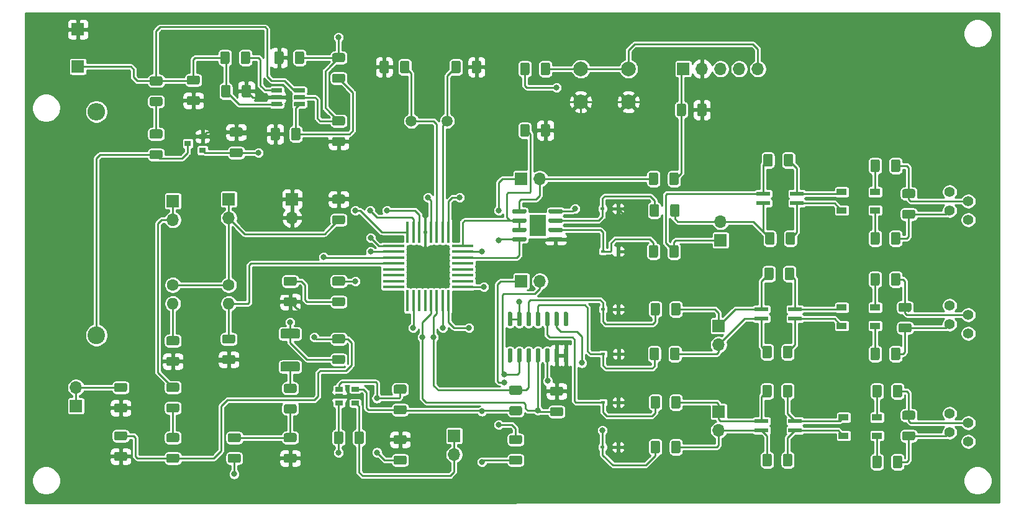
<source format=gbr>
%TF.GenerationSoftware,KiCad,Pcbnew,(5.1.6)-1*%
%TF.CreationDate,2020-08-06T11:36:22+02:00*%
%TF.ProjectId,Sintaksa-stm32g031-BMSmodul,53696e74-616b-4736-912d-73746d333267,rev?*%
%TF.SameCoordinates,Original*%
%TF.FileFunction,Copper,L1,Top*%
%TF.FilePolarity,Positive*%
%FSLAX46Y46*%
G04 Gerber Fmt 4.6, Leading zero omitted, Abs format (unit mm)*
G04 Created by KiCad (PCBNEW (5.1.6)-1) date 2020-08-06 11:36:23*
%MOMM*%
%LPD*%
G01*
G04 APERTURE LIST*
%TA.AperFunction,ComponentPad*%
%ADD10R,1.700000X1.700000*%
%TD*%
%TA.AperFunction,ComponentPad*%
%ADD11C,1.400000*%
%TD*%
%TA.AperFunction,SMDPad,CuDef*%
%ADD12R,1.350000X0.900000*%
%TD*%
%TA.AperFunction,SMDPad,CuDef*%
%ADD13R,1.060000X0.650000*%
%TD*%
%TA.AperFunction,ComponentPad*%
%ADD14O,1.700000X1.700000*%
%TD*%
%TA.AperFunction,ComponentPad*%
%ADD15C,1.500000*%
%TD*%
%TA.AperFunction,SMDPad,CuDef*%
%ADD16R,2.290000X3.000000*%
%TD*%
%TA.AperFunction,SMDPad,CuDef*%
%ADD17R,3.000000X0.370000*%
%TD*%
%TA.AperFunction,SMDPad,CuDef*%
%ADD18R,0.370000X3.000000*%
%TD*%
%TA.AperFunction,ComponentPad*%
%ADD19O,1.600000X1.600000*%
%TD*%
%TA.AperFunction,ComponentPad*%
%ADD20C,1.600000*%
%TD*%
%TA.AperFunction,ComponentPad*%
%ADD21C,2.000000*%
%TD*%
%TA.AperFunction,ComponentPad*%
%ADD22O,2.400000X2.400000*%
%TD*%
%TA.AperFunction,ComponentPad*%
%ADD23C,2.400000*%
%TD*%
%TA.AperFunction,SMDPad,CuDef*%
%ADD24R,0.900000X0.800000*%
%TD*%
%TA.AperFunction,SMDPad,CuDef*%
%ADD25R,1.850000X0.600000*%
%TD*%
%TA.AperFunction,SMDPad,CuDef*%
%ADD26R,0.600000X0.450000*%
%TD*%
%TA.AperFunction,ViaPad*%
%ADD27C,0.800000*%
%TD*%
%TA.AperFunction,Conductor*%
%ADD28C,0.250000*%
%TD*%
%TA.AperFunction,Conductor*%
%ADD29C,0.254000*%
%TD*%
G04 APERTURE END LIST*
D10*
%TO.P,J1,2*%
%TO.N,BATT+RAW*%
X65300000Y-60400000D03*
%TO.P,J1,1*%
%TO.N,GND*%
X65300000Y-55320000D03*
%TD*%
D11*
%TO.P,U8,1*%
%TO.N,Net-(U8-Pad1)*%
X186690000Y-111506000D03*
%TO.P,U8,2*%
%TO.N,Y_COMM*%
X184150000Y-110236000D03*
%TO.P,U8,3*%
%TO.N,Z_COMM*%
X186690000Y-108966000D03*
%TO.P,U8,4*%
%TO.N,Net-(U8-Pad4)*%
X184150000Y-107696000D03*
%TD*%
%TO.P,U6,1*%
%TO.N,Net-(U6-Pad1)*%
X186690000Y-81280000D03*
%TO.P,U6,2*%
%TO.N,B1_COMM*%
X184150000Y-80010000D03*
%TO.P,U6,3*%
%TO.N,A1_COMM*%
X186690000Y-78740000D03*
%TO.P,U6,4*%
%TO.N,Net-(U6-Pad4)*%
X184150000Y-77470000D03*
%TD*%
%TO.P,U7,1*%
%TO.N,Net-(U7-Pad1)*%
X186690000Y-96774000D03*
%TO.P,U7,2*%
%TO.N,B2_COMM*%
X184150000Y-95504000D03*
%TO.P,U7,3*%
%TO.N,A2_COMM*%
X186690000Y-94234000D03*
%TO.P,U7,4*%
%TO.N,Net-(U7-Pad4)*%
X184150000Y-92964000D03*
%TD*%
D12*
%TO.P,L5,4*%
%TO.N,Net-(L4-Pad1)*%
X169429000Y-95738000D03*
%TO.P,L5,3*%
%TO.N,Net-(L4-Pad2)*%
X169429000Y-93238000D03*
%TO.P,L5,2*%
%TO.N,Net-(C10-Pad1)*%
X173979000Y-93238000D03*
%TO.P,L5,1*%
%TO.N,Net-(C11-Pad2)*%
X173979000Y-95738000D03*
%TD*%
%TO.P,L7,4*%
%TO.N,Net-(L6-Pad1)*%
X169683000Y-110724000D03*
%TO.P,L7,3*%
%TO.N,Net-(L6-Pad2)*%
X169683000Y-108224000D03*
%TO.P,L7,2*%
%TO.N,Net-(C12-Pad1)*%
X174233000Y-108224000D03*
%TO.P,L7,1*%
%TO.N,Net-(C13-Pad2)*%
X174233000Y-110724000D03*
%TD*%
%TO.P,L3,4*%
%TO.N,Net-(L2-Pad1)*%
X169429000Y-79990000D03*
%TO.P,L3,3*%
%TO.N,Net-(L2-Pad2)*%
X169429000Y-77490000D03*
%TO.P,L3,2*%
%TO.N,Net-(C8-Pad1)*%
X173979000Y-77490000D03*
%TO.P,L3,1*%
%TO.N,Net-(C9-Pad2)*%
X173979000Y-79990000D03*
%TD*%
%TO.P,R22,2*%
%TO.N,Net-(R22-Pad2)*%
%TA.AperFunction,SMDPad,CuDef*%
G36*
G01*
X95309001Y-97485000D02*
X93158999Y-97485000D01*
G75*
G02*
X92909000Y-97235001I0J249999D01*
G01*
X92909000Y-96384999D01*
G75*
G02*
X93158999Y-96135000I249999J0D01*
G01*
X95309001Y-96135000D01*
G75*
G02*
X95559000Y-96384999I0J-249999D01*
G01*
X95559000Y-97235001D01*
G75*
G02*
X95309001Y-97485000I-249999J0D01*
G01*
G37*
%TD.AperFunction*%
%TO.P,R22,1*%
%TO.N,Net-(C7-Pad2)*%
%TA.AperFunction,SMDPad,CuDef*%
G36*
G01*
X95309001Y-101985000D02*
X93158999Y-101985000D01*
G75*
G02*
X92909000Y-101735001I0J249999D01*
G01*
X92909000Y-100884999D01*
G75*
G02*
X93158999Y-100635000I249999J0D01*
G01*
X95309001Y-100635000D01*
G75*
G02*
X95559000Y-100884999I0J-249999D01*
G01*
X95559000Y-101735001D01*
G75*
G02*
X95309001Y-101985000I-249999J0D01*
G01*
G37*
%TD.AperFunction*%
%TD*%
D13*
%TO.P,U5,5*%
%TO.N,3.3V*%
X103098000Y-104394000D03*
%TO.P,U5,4*%
%TO.N,ADC_VOLT*%
X103098000Y-106294000D03*
%TO.P,U5,3*%
%TO.N,Net-(R22-Pad2)*%
X100898000Y-106294000D03*
%TO.P,U5,2*%
%TO.N,GND*%
X100898000Y-105344000D03*
%TO.P,U5,1*%
%TO.N,Net-(R24-Pad1)*%
X100898000Y-104394000D03*
%TD*%
D14*
%TO.P,J12,2*%
%TO.N,UART2_RX*%
X128270000Y-89662000D03*
D10*
%TO.P,J12,1*%
%TO.N,UART2_TX*%
X125730000Y-89662000D03*
%TD*%
%TO.P,U4,14*%
%TO.N,3.3V*%
%TA.AperFunction,SMDPad,CuDef*%
G36*
G01*
X124356000Y-95782000D02*
X124056000Y-95782000D01*
G75*
G02*
X123906000Y-95632000I0J150000D01*
G01*
X123906000Y-93982000D01*
G75*
G02*
X124056000Y-93832000I150000J0D01*
G01*
X124356000Y-93832000D01*
G75*
G02*
X124506000Y-93982000I0J-150000D01*
G01*
X124506000Y-95632000D01*
G75*
G02*
X124356000Y-95782000I-150000J0D01*
G01*
G37*
%TD.AperFunction*%
%TO.P,U4,13*%
%TA.AperFunction,SMDPad,CuDef*%
G36*
G01*
X125626000Y-95782000D02*
X125326000Y-95782000D01*
G75*
G02*
X125176000Y-95632000I0J150000D01*
G01*
X125176000Y-93982000D01*
G75*
G02*
X125326000Y-93832000I150000J0D01*
G01*
X125626000Y-93832000D01*
G75*
G02*
X125776000Y-93982000I0J-150000D01*
G01*
X125776000Y-95632000D01*
G75*
G02*
X125626000Y-95782000I-150000J0D01*
G01*
G37*
%TD.AperFunction*%
%TO.P,U4,12*%
%TO.N,D*%
%TA.AperFunction,SMDPad,CuDef*%
G36*
G01*
X126896000Y-95782000D02*
X126596000Y-95782000D01*
G75*
G02*
X126446000Y-95632000I0J150000D01*
G01*
X126446000Y-93982000D01*
G75*
G02*
X126596000Y-93832000I150000J0D01*
G01*
X126896000Y-93832000D01*
G75*
G02*
X127046000Y-93982000I0J-150000D01*
G01*
X127046000Y-95632000D01*
G75*
G02*
X126896000Y-95782000I-150000J0D01*
G01*
G37*
%TD.AperFunction*%
%TO.P,U4,11*%
%TO.N,E*%
%TA.AperFunction,SMDPad,CuDef*%
G36*
G01*
X128166000Y-95782000D02*
X127866000Y-95782000D01*
G75*
G02*
X127716000Y-95632000I0J150000D01*
G01*
X127716000Y-93982000D01*
G75*
G02*
X127866000Y-93832000I150000J0D01*
G01*
X128166000Y-93832000D01*
G75*
G02*
X128316000Y-93982000I0J-150000D01*
G01*
X128316000Y-95632000D01*
G75*
G02*
X128166000Y-95782000I-150000J0D01*
G01*
G37*
%TD.AperFunction*%
%TO.P,U4,10*%
%TO.N,F*%
%TA.AperFunction,SMDPad,CuDef*%
G36*
G01*
X129436000Y-95782000D02*
X129136000Y-95782000D01*
G75*
G02*
X128986000Y-95632000I0J150000D01*
G01*
X128986000Y-93982000D01*
G75*
G02*
X129136000Y-93832000I150000J0D01*
G01*
X129436000Y-93832000D01*
G75*
G02*
X129586000Y-93982000I0J-150000D01*
G01*
X129586000Y-95632000D01*
G75*
G02*
X129436000Y-95782000I-150000J0D01*
G01*
G37*
%TD.AperFunction*%
%TO.P,U4,9*%
%TO.N,G*%
%TA.AperFunction,SMDPad,CuDef*%
G36*
G01*
X130706000Y-95782000D02*
X130406000Y-95782000D01*
G75*
G02*
X130256000Y-95632000I0J150000D01*
G01*
X130256000Y-93982000D01*
G75*
G02*
X130406000Y-93832000I150000J0D01*
G01*
X130706000Y-93832000D01*
G75*
G02*
X130856000Y-93982000I0J-150000D01*
G01*
X130856000Y-95632000D01*
G75*
G02*
X130706000Y-95782000I-150000J0D01*
G01*
G37*
%TD.AperFunction*%
%TO.P,U4,8*%
%TO.N,Net-(U4-Pad8)*%
%TA.AperFunction,SMDPad,CuDef*%
G36*
G01*
X131976000Y-95782000D02*
X131676000Y-95782000D01*
G75*
G02*
X131526000Y-95632000I0J150000D01*
G01*
X131526000Y-93982000D01*
G75*
G02*
X131676000Y-93832000I150000J0D01*
G01*
X131976000Y-93832000D01*
G75*
G02*
X132126000Y-93982000I0J-150000D01*
G01*
X132126000Y-95632000D01*
G75*
G02*
X131976000Y-95782000I-150000J0D01*
G01*
G37*
%TD.AperFunction*%
%TO.P,U4,7*%
%TO.N,GND*%
%TA.AperFunction,SMDPad,CuDef*%
G36*
G01*
X131976000Y-100732000D02*
X131676000Y-100732000D01*
G75*
G02*
X131526000Y-100582000I0J150000D01*
G01*
X131526000Y-98932000D01*
G75*
G02*
X131676000Y-98782000I150000J0D01*
G01*
X131976000Y-98782000D01*
G75*
G02*
X132126000Y-98932000I0J-150000D01*
G01*
X132126000Y-100582000D01*
G75*
G02*
X131976000Y-100732000I-150000J0D01*
G01*
G37*
%TD.AperFunction*%
%TO.P,U4,6*%
%TA.AperFunction,SMDPad,CuDef*%
G36*
G01*
X130706000Y-100732000D02*
X130406000Y-100732000D01*
G75*
G02*
X130256000Y-100582000I0J150000D01*
G01*
X130256000Y-98932000D01*
G75*
G02*
X130406000Y-98782000I150000J0D01*
G01*
X130706000Y-98782000D01*
G75*
G02*
X130856000Y-98932000I0J-150000D01*
G01*
X130856000Y-100582000D01*
G75*
G02*
X130706000Y-100732000I-150000J0D01*
G01*
G37*
%TD.AperFunction*%
%TO.P,U4,5*%
%TO.N,UART2_TX*%
%TA.AperFunction,SMDPad,CuDef*%
G36*
G01*
X129436000Y-100732000D02*
X129136000Y-100732000D01*
G75*
G02*
X128986000Y-100582000I0J150000D01*
G01*
X128986000Y-98932000D01*
G75*
G02*
X129136000Y-98782000I150000J0D01*
G01*
X129436000Y-98782000D01*
G75*
G02*
X129586000Y-98932000I0J-150000D01*
G01*
X129586000Y-100582000D01*
G75*
G02*
X129436000Y-100732000I-150000J0D01*
G01*
G37*
%TD.AperFunction*%
%TO.P,U4,4*%
%TO.N,TXEN*%
%TA.AperFunction,SMDPad,CuDef*%
G36*
G01*
X128166000Y-100732000D02*
X127866000Y-100732000D01*
G75*
G02*
X127716000Y-100582000I0J150000D01*
G01*
X127716000Y-98932000D01*
G75*
G02*
X127866000Y-98782000I150000J0D01*
G01*
X128166000Y-98782000D01*
G75*
G02*
X128316000Y-98932000I0J-150000D01*
G01*
X128316000Y-100582000D01*
G75*
G02*
X128166000Y-100732000I-150000J0D01*
G01*
G37*
%TD.AperFunction*%
%TO.P,U4,3*%
%TO.N,RXEN*%
%TA.AperFunction,SMDPad,CuDef*%
G36*
G01*
X126896000Y-100732000D02*
X126596000Y-100732000D01*
G75*
G02*
X126446000Y-100582000I0J150000D01*
G01*
X126446000Y-98932000D01*
G75*
G02*
X126596000Y-98782000I150000J0D01*
G01*
X126896000Y-98782000D01*
G75*
G02*
X127046000Y-98932000I0J-150000D01*
G01*
X127046000Y-100582000D01*
G75*
G02*
X126896000Y-100732000I-150000J0D01*
G01*
G37*
%TD.AperFunction*%
%TO.P,U4,2*%
%TO.N,UART2_RX*%
%TA.AperFunction,SMDPad,CuDef*%
G36*
G01*
X125626000Y-100732000D02*
X125326000Y-100732000D01*
G75*
G02*
X125176000Y-100582000I0J150000D01*
G01*
X125176000Y-98932000D01*
G75*
G02*
X125326000Y-98782000I150000J0D01*
G01*
X125626000Y-98782000D01*
G75*
G02*
X125776000Y-98932000I0J-150000D01*
G01*
X125776000Y-100582000D01*
G75*
G02*
X125626000Y-100732000I-150000J0D01*
G01*
G37*
%TD.AperFunction*%
%TO.P,U4,1*%
%TO.N,Net-(U4-Pad1)*%
%TA.AperFunction,SMDPad,CuDef*%
G36*
G01*
X124356000Y-100732000D02*
X124056000Y-100732000D01*
G75*
G02*
X123906000Y-100582000I0J150000D01*
G01*
X123906000Y-98932000D01*
G75*
G02*
X124056000Y-98782000I150000J0D01*
G01*
X124356000Y-98782000D01*
G75*
G02*
X124506000Y-98932000I0J-150000D01*
G01*
X124506000Y-100582000D01*
G75*
G02*
X124356000Y-100732000I-150000J0D01*
G01*
G37*
%TD.AperFunction*%
%TD*%
D15*
%TO.P,Y1,2*%
%TO.N,OCS32_IN*%
X115624000Y-67818000D03*
%TO.P,Y1,1*%
%TO.N,OSC32_OUT*%
X110744000Y-67818000D03*
%TD*%
D16*
%TO.P,U3,9*%
%TO.N,N/C*%
X127954000Y-82030000D03*
%TO.P,U3,8*%
%TO.N,3.3V*%
%TA.AperFunction,SMDPad,CuDef*%
G36*
G01*
X129454000Y-80275000D02*
X129454000Y-79975000D01*
G75*
G02*
X129604000Y-79825000I150000J0D01*
G01*
X131254000Y-79825000D01*
G75*
G02*
X131404000Y-79975000I0J-150000D01*
G01*
X131404000Y-80275000D01*
G75*
G02*
X131254000Y-80425000I-150000J0D01*
G01*
X129604000Y-80425000D01*
G75*
G02*
X129454000Y-80275000I0J150000D01*
G01*
G37*
%TD.AperFunction*%
%TO.P,U3,7*%
%TO.N,Net-(D4-Pad1)*%
%TA.AperFunction,SMDPad,CuDef*%
G36*
G01*
X129454000Y-81545000D02*
X129454000Y-81245000D01*
G75*
G02*
X129604000Y-81095000I150000J0D01*
G01*
X131254000Y-81095000D01*
G75*
G02*
X131404000Y-81245000I0J-150000D01*
G01*
X131404000Y-81545000D01*
G75*
G02*
X131254000Y-81695000I-150000J0D01*
G01*
X129604000Y-81695000D01*
G75*
G02*
X129454000Y-81545000I0J150000D01*
G01*
G37*
%TD.AperFunction*%
%TO.P,U3,6*%
%TO.N,Net-(D5-Pad1)*%
%TA.AperFunction,SMDPad,CuDef*%
G36*
G01*
X129454000Y-82815000D02*
X129454000Y-82515000D01*
G75*
G02*
X129604000Y-82365000I150000J0D01*
G01*
X131254000Y-82365000D01*
G75*
G02*
X131404000Y-82515000I0J-150000D01*
G01*
X131404000Y-82815000D01*
G75*
G02*
X131254000Y-82965000I-150000J0D01*
G01*
X129604000Y-82965000D01*
G75*
G02*
X129454000Y-82815000I0J150000D01*
G01*
G37*
%TD.AperFunction*%
%TO.P,U3,5*%
%TO.N,GND*%
%TA.AperFunction,SMDPad,CuDef*%
G36*
G01*
X129454000Y-84085000D02*
X129454000Y-83785000D01*
G75*
G02*
X129604000Y-83635000I150000J0D01*
G01*
X131254000Y-83635000D01*
G75*
G02*
X131404000Y-83785000I0J-150000D01*
G01*
X131404000Y-84085000D01*
G75*
G02*
X131254000Y-84235000I-150000J0D01*
G01*
X129604000Y-84235000D01*
G75*
G02*
X129454000Y-84085000I0J150000D01*
G01*
G37*
%TD.AperFunction*%
%TO.P,U3,4*%
%TO.N,UART1_TX*%
%TA.AperFunction,SMDPad,CuDef*%
G36*
G01*
X124504000Y-84085000D02*
X124504000Y-83785000D01*
G75*
G02*
X124654000Y-83635000I150000J0D01*
G01*
X126304000Y-83635000D01*
G75*
G02*
X126454000Y-83785000I0J-150000D01*
G01*
X126454000Y-84085000D01*
G75*
G02*
X126304000Y-84235000I-150000J0D01*
G01*
X124654000Y-84235000D01*
G75*
G02*
X124504000Y-84085000I0J150000D01*
G01*
G37*
%TD.AperFunction*%
%TO.P,U3,3*%
%TO.N,RS-485-EN*%
%TA.AperFunction,SMDPad,CuDef*%
G36*
G01*
X124504000Y-82815000D02*
X124504000Y-82515000D01*
G75*
G02*
X124654000Y-82365000I150000J0D01*
G01*
X126304000Y-82365000D01*
G75*
G02*
X126454000Y-82515000I0J-150000D01*
G01*
X126454000Y-82815000D01*
G75*
G02*
X126304000Y-82965000I-150000J0D01*
G01*
X124654000Y-82965000D01*
G75*
G02*
X124504000Y-82815000I0J150000D01*
G01*
G37*
%TD.AperFunction*%
%TO.P,U3,2*%
%TA.AperFunction,SMDPad,CuDef*%
G36*
G01*
X124504000Y-81545000D02*
X124504000Y-81245000D01*
G75*
G02*
X124654000Y-81095000I150000J0D01*
G01*
X126304000Y-81095000D01*
G75*
G02*
X126454000Y-81245000I0J-150000D01*
G01*
X126454000Y-81545000D01*
G75*
G02*
X126304000Y-81695000I-150000J0D01*
G01*
X124654000Y-81695000D01*
G75*
G02*
X124504000Y-81545000I0J150000D01*
G01*
G37*
%TD.AperFunction*%
%TO.P,U3,1*%
%TO.N,UART1_RX*%
%TA.AperFunction,SMDPad,CuDef*%
G36*
G01*
X124504000Y-80275000D02*
X124504000Y-79975000D01*
G75*
G02*
X124654000Y-79825000I150000J0D01*
G01*
X126304000Y-79825000D01*
G75*
G02*
X126454000Y-79975000I0J-150000D01*
G01*
X126454000Y-80275000D01*
G75*
G02*
X126304000Y-80425000I-150000J0D01*
G01*
X124654000Y-80425000D01*
G75*
G02*
X124504000Y-80275000I0J150000D01*
G01*
G37*
%TD.AperFunction*%
%TD*%
%TO.P,U2,6*%
%TO.N,BATT+RAW*%
%TA.AperFunction,SMDPad,CuDef*%
G36*
G01*
X94754000Y-63872000D02*
X94754000Y-63392000D01*
G75*
G02*
X94814000Y-63332000I60000J0D01*
G01*
X96194000Y-63332000D01*
G75*
G02*
X96254000Y-63392000I0J-60000D01*
G01*
X96254000Y-63872000D01*
G75*
G02*
X96194000Y-63932000I-60000J0D01*
G01*
X94814000Y-63932000D01*
G75*
G02*
X94754000Y-63872000I0J60000D01*
G01*
G37*
%TD.AperFunction*%
%TO.P,U2,5*%
%TO.N,3.3V*%
%TA.AperFunction,SMDPad,CuDef*%
G36*
G01*
X94754000Y-64822000D02*
X94754000Y-64342000D01*
G75*
G02*
X94814000Y-64282000I60000J0D01*
G01*
X96194000Y-64282000D01*
G75*
G02*
X96254000Y-64342000I0J-60000D01*
G01*
X96254000Y-64822000D01*
G75*
G02*
X96194000Y-64882000I-60000J0D01*
G01*
X94814000Y-64882000D01*
G75*
G02*
X94754000Y-64822000I0J60000D01*
G01*
G37*
%TD.AperFunction*%
%TO.P,U2,4*%
%TO.N,Net-(R1-Pad2)*%
%TA.AperFunction,SMDPad,CuDef*%
G36*
G01*
X94754000Y-65772000D02*
X94754000Y-65292000D01*
G75*
G02*
X94814000Y-65232000I60000J0D01*
G01*
X96194000Y-65232000D01*
G75*
G02*
X96254000Y-65292000I0J-60000D01*
G01*
X96254000Y-65772000D01*
G75*
G02*
X96194000Y-65832000I-60000J0D01*
G01*
X94814000Y-65832000D01*
G75*
G02*
X94754000Y-65772000I0J60000D01*
G01*
G37*
%TD.AperFunction*%
%TO.P,U2,3*%
%TO.N,BATT+RAW*%
%TA.AperFunction,SMDPad,CuDef*%
G36*
G01*
X91654000Y-65772000D02*
X91654000Y-65292000D01*
G75*
G02*
X91714000Y-65232000I60000J0D01*
G01*
X93094000Y-65232000D01*
G75*
G02*
X93154000Y-65292000I0J-60000D01*
G01*
X93154000Y-65772000D01*
G75*
G02*
X93094000Y-65832000I-60000J0D01*
G01*
X91714000Y-65832000D01*
G75*
G02*
X91654000Y-65772000I0J60000D01*
G01*
G37*
%TD.AperFunction*%
%TO.P,U2,2*%
%TO.N,GND*%
%TA.AperFunction,SMDPad,CuDef*%
G36*
G01*
X91654000Y-64822000D02*
X91654000Y-64342000D01*
G75*
G02*
X91714000Y-64282000I60000J0D01*
G01*
X93094000Y-64282000D01*
G75*
G02*
X93154000Y-64342000I0J-60000D01*
G01*
X93154000Y-64822000D01*
G75*
G02*
X93094000Y-64882000I-60000J0D01*
G01*
X91714000Y-64882000D01*
G75*
G02*
X91654000Y-64822000I0J60000D01*
G01*
G37*
%TD.AperFunction*%
%TO.P,U2,1*%
%TO.N,Net-(L1-Pad2)*%
%TA.AperFunction,SMDPad,CuDef*%
G36*
G01*
X91654000Y-63872000D02*
X91654000Y-63392000D01*
G75*
G02*
X91714000Y-63332000I60000J0D01*
G01*
X93094000Y-63332000D01*
G75*
G02*
X93154000Y-63392000I0J-60000D01*
G01*
X93154000Y-63872000D01*
G75*
G02*
X93094000Y-63932000I-60000J0D01*
G01*
X91714000Y-63932000D01*
G75*
G02*
X91654000Y-63872000I0J60000D01*
G01*
G37*
%TD.AperFunction*%
%TD*%
D17*
%TO.P,U1,32*%
%TO.N,RS-485-EN*%
X117715000Y-84830000D03*
%TO.P,U1,31*%
%TO.N,UART1_RX*%
X117715000Y-85630000D03*
%TO.P,U1,30*%
%TO.N,UART1_TX*%
X117715000Y-86430000D03*
%TO.P,U1,29*%
%TO.N,Net-(U1-Pad29)*%
X117715000Y-87230000D03*
%TO.P,U1,28*%
%TO.N,Net-(U1-Pad28)*%
X117715000Y-88030000D03*
%TO.P,U1,27*%
%TO.N,Net-(U1-Pad27)*%
X117715000Y-88830000D03*
%TO.P,U1,26*%
%TO.N,Net-(U1-Pad26)*%
X117715000Y-89630000D03*
%TO.P,U1,25*%
%TO.N,SWCLK*%
X117715000Y-90430000D03*
D18*
%TO.P,U1,24*%
%TO.N,SWDIO*%
X115830000Y-92315000D03*
%TO.P,U1,23*%
%TO.N,STATUS_PIN*%
X115030000Y-92315000D03*
%TO.P,U1,22*%
%TO.N,RXEN*%
X114230000Y-92315000D03*
%TO.P,U1,21*%
%TO.N,TXEN*%
X113430000Y-92315000D03*
%TO.P,U1,20*%
%TO.N,Net-(U1-Pad20)*%
X112630000Y-92315000D03*
%TO.P,U1,19*%
%TO.N,Net-(U1-Pad19)*%
X111830000Y-92315000D03*
%TO.P,U1,18*%
%TO.N,PWM_OUT*%
X111030000Y-92315000D03*
%TO.P,U1,17*%
%TO.N,Net-(U1-Pad17)*%
X110230000Y-92315000D03*
D17*
%TO.P,U1,16*%
%TO.N,Net-(U1-Pad16)*%
X108345000Y-90430000D03*
%TO.P,U1,15*%
%TO.N,Net-(U1-Pad15)*%
X108345000Y-89630000D03*
%TO.P,U1,14*%
%TO.N,Net-(U1-Pad14)*%
X108345000Y-88830000D03*
%TO.P,U1,13*%
%TO.N,Net-(U1-Pad13)*%
X108345000Y-88030000D03*
%TO.P,U1,12*%
%TO.N,ADC_TEMP_2*%
X108345000Y-87230000D03*
%TO.P,U1,11*%
%TO.N,ADC_TEMP_1*%
X108345000Y-86430000D03*
%TO.P,U1,10*%
%TO.N,UART2_RX*%
X108345000Y-85630000D03*
%TO.P,U1,9*%
%TO.N,UART2_TX*%
X108345000Y-84830000D03*
D18*
%TO.P,U1,8*%
%TO.N,ADC_VOLT_IN*%
X110230000Y-82945000D03*
%TO.P,U1,7*%
%TO.N,ADC_VOLT*%
X111030000Y-82945000D03*
%TO.P,U1,6*%
%TO.N,NRST*%
X111830000Y-82945000D03*
%TO.P,U1,5*%
%TO.N,GND*%
X112630000Y-82945000D03*
%TO.P,U1,4*%
%TO.N,3.3V*%
X113430000Y-82945000D03*
%TO.P,U1,3*%
%TO.N,OSC32_OUT*%
X114230000Y-82945000D03*
%TO.P,U1,2*%
%TO.N,OCS32_IN*%
X115030000Y-82945000D03*
%TO.P,U1,1*%
%TO.N,ON-OFF*%
X115830000Y-82945000D03*
%TD*%
D19*
%TO.P,TH2,2*%
%TO.N,ADC_TEMP_2*%
X85852000Y-92710000D03*
D20*
%TO.P,TH2,1*%
%TO.N,3.3V*%
X85852000Y-90170000D03*
%TD*%
D19*
%TO.P,TH1,2*%
%TO.N,ADC_TEMP_1*%
X78232000Y-92710000D03*
D20*
%TO.P,TH1,1*%
%TO.N,3.3V*%
X78232000Y-90170000D03*
%TD*%
D21*
%TO.P,SW1,1*%
%TO.N,NRST*%
X140358000Y-60706000D03*
%TO.P,SW1,2*%
%TO.N,GND*%
X140358000Y-65206000D03*
%TO.P,SW1,1*%
%TO.N,NRST*%
X133858000Y-60706000D03*
%TO.P,SW1,2*%
%TO.N,GND*%
X133858000Y-65206000D03*
%TD*%
%TO.P,R38,2*%
%TO.N,G*%
%TA.AperFunction,SMDPad,CuDef*%
G36*
G01*
X144643000Y-111643000D02*
X144643000Y-112893000D01*
G75*
G02*
X144393000Y-113143000I-250000J0D01*
G01*
X143643000Y-113143000D01*
G75*
G02*
X143393000Y-112893000I0J250000D01*
G01*
X143393000Y-111643000D01*
G75*
G02*
X143643000Y-111393000I250000J0D01*
G01*
X144393000Y-111393000D01*
G75*
G02*
X144643000Y-111643000I0J-250000D01*
G01*
G37*
%TD.AperFunction*%
%TO.P,R38,1*%
%TO.N,Y*%
%TA.AperFunction,SMDPad,CuDef*%
G36*
G01*
X147443000Y-111643000D02*
X147443000Y-112893000D01*
G75*
G02*
X147193000Y-113143000I-250000J0D01*
G01*
X146443000Y-113143000D01*
G75*
G02*
X146193000Y-112893000I0J250000D01*
G01*
X146193000Y-111643000D01*
G75*
G02*
X146443000Y-111393000I250000J0D01*
G01*
X147193000Y-111393000D01*
G75*
G02*
X147443000Y-111643000I0J-250000D01*
G01*
G37*
%TD.AperFunction*%
%TD*%
%TO.P,R37,2*%
%TO.N,Z*%
%TA.AperFunction,SMDPad,CuDef*%
G36*
G01*
X146193000Y-106797000D02*
X146193000Y-105547000D01*
G75*
G02*
X146443000Y-105297000I250000J0D01*
G01*
X147193000Y-105297000D01*
G75*
G02*
X147443000Y-105547000I0J-250000D01*
G01*
X147443000Y-106797000D01*
G75*
G02*
X147193000Y-107047000I-250000J0D01*
G01*
X146443000Y-107047000D01*
G75*
G02*
X146193000Y-106797000I0J250000D01*
G01*
G37*
%TD.AperFunction*%
%TO.P,R37,1*%
%TO.N,F*%
%TA.AperFunction,SMDPad,CuDef*%
G36*
G01*
X143393000Y-106797000D02*
X143393000Y-105547000D01*
G75*
G02*
X143643000Y-105297000I250000J0D01*
G01*
X144393000Y-105297000D01*
G75*
G02*
X144643000Y-105547000I0J-250000D01*
G01*
X144643000Y-106797000D01*
G75*
G02*
X144393000Y-107047000I-250000J0D01*
G01*
X143643000Y-107047000D01*
G75*
G02*
X143393000Y-106797000I0J250000D01*
G01*
G37*
%TD.AperFunction*%
%TD*%
%TO.P,R36,2*%
%TO.N,D*%
%TA.AperFunction,SMDPad,CuDef*%
G36*
G01*
X144637000Y-92847000D02*
X144637000Y-94097000D01*
G75*
G02*
X144387000Y-94347000I-250000J0D01*
G01*
X143637000Y-94347000D01*
G75*
G02*
X143387000Y-94097000I0J250000D01*
G01*
X143387000Y-92847000D01*
G75*
G02*
X143637000Y-92597000I250000J0D01*
G01*
X144387000Y-92597000D01*
G75*
G02*
X144637000Y-92847000I0J-250000D01*
G01*
G37*
%TD.AperFunction*%
%TO.P,R36,1*%
%TO.N,A2*%
%TA.AperFunction,SMDPad,CuDef*%
G36*
G01*
X147437000Y-92847000D02*
X147437000Y-94097000D01*
G75*
G02*
X147187000Y-94347000I-250000J0D01*
G01*
X146437000Y-94347000D01*
G75*
G02*
X146187000Y-94097000I0J250000D01*
G01*
X146187000Y-92847000D01*
G75*
G02*
X146437000Y-92597000I250000J0D01*
G01*
X147187000Y-92597000D01*
G75*
G02*
X147437000Y-92847000I0J-250000D01*
G01*
G37*
%TD.AperFunction*%
%TD*%
%TO.P,R35,2*%
%TO.N,B2*%
%TA.AperFunction,SMDPad,CuDef*%
G36*
G01*
X146063000Y-100193000D02*
X146063000Y-98943000D01*
G75*
G02*
X146313000Y-98693000I250000J0D01*
G01*
X147063000Y-98693000D01*
G75*
G02*
X147313000Y-98943000I0J-250000D01*
G01*
X147313000Y-100193000D01*
G75*
G02*
X147063000Y-100443000I-250000J0D01*
G01*
X146313000Y-100443000D01*
G75*
G02*
X146063000Y-100193000I0J250000D01*
G01*
G37*
%TD.AperFunction*%
%TO.P,R35,1*%
%TO.N,E*%
%TA.AperFunction,SMDPad,CuDef*%
G36*
G01*
X143263000Y-100193000D02*
X143263000Y-98943000D01*
G75*
G02*
X143513000Y-98693000I250000J0D01*
G01*
X144263000Y-98693000D01*
G75*
G02*
X144513000Y-98943000I0J-250000D01*
G01*
X144513000Y-100193000D01*
G75*
G02*
X144263000Y-100443000I-250000J0D01*
G01*
X143513000Y-100443000D01*
G75*
G02*
X143263000Y-100193000I0J250000D01*
G01*
G37*
%TD.AperFunction*%
%TD*%
%TO.P,R34,2*%
%TO.N,RXEN*%
%TA.AperFunction,SMDPad,CuDef*%
G36*
G01*
X125593000Y-105143000D02*
X124343000Y-105143000D01*
G75*
G02*
X124093000Y-104893000I0J250000D01*
G01*
X124093000Y-104143000D01*
G75*
G02*
X124343000Y-103893000I250000J0D01*
G01*
X125593000Y-103893000D01*
G75*
G02*
X125843000Y-104143000I0J-250000D01*
G01*
X125843000Y-104893000D01*
G75*
G02*
X125593000Y-105143000I-250000J0D01*
G01*
G37*
%TD.AperFunction*%
%TO.P,R34,1*%
%TO.N,3.3V*%
%TA.AperFunction,SMDPad,CuDef*%
G36*
G01*
X125593000Y-107943000D02*
X124343000Y-107943000D01*
G75*
G02*
X124093000Y-107693000I0J250000D01*
G01*
X124093000Y-106943000D01*
G75*
G02*
X124343000Y-106693000I250000J0D01*
G01*
X125593000Y-106693000D01*
G75*
G02*
X125843000Y-106943000I0J-250000D01*
G01*
X125843000Y-107693000D01*
G75*
G02*
X125593000Y-107943000I-250000J0D01*
G01*
G37*
%TD.AperFunction*%
%TD*%
%TO.P,R33,2*%
%TO.N,3.3V*%
%TA.AperFunction,SMDPad,CuDef*%
G36*
G01*
X124343000Y-113427000D02*
X125593000Y-113427000D01*
G75*
G02*
X125843000Y-113677000I0J-250000D01*
G01*
X125843000Y-114427000D01*
G75*
G02*
X125593000Y-114677000I-250000J0D01*
G01*
X124343000Y-114677000D01*
G75*
G02*
X124093000Y-114427000I0J250000D01*
G01*
X124093000Y-113677000D01*
G75*
G02*
X124343000Y-113427000I250000J0D01*
G01*
G37*
%TD.AperFunction*%
%TO.P,R33,1*%
%TO.N,UART2_RX*%
%TA.AperFunction,SMDPad,CuDef*%
G36*
G01*
X124343000Y-110627000D02*
X125593000Y-110627000D01*
G75*
G02*
X125843000Y-110877000I0J-250000D01*
G01*
X125843000Y-111627000D01*
G75*
G02*
X125593000Y-111877000I-250000J0D01*
G01*
X124343000Y-111877000D01*
G75*
G02*
X124093000Y-111627000I0J250000D01*
G01*
X124093000Y-110877000D01*
G75*
G02*
X124343000Y-110627000I250000J0D01*
G01*
G37*
%TD.AperFunction*%
%TD*%
%TO.P,R32,2*%
%TO.N,TXEN*%
%TA.AperFunction,SMDPad,CuDef*%
G36*
G01*
X129931000Y-106823000D02*
X131181000Y-106823000D01*
G75*
G02*
X131431000Y-107073000I0J-250000D01*
G01*
X131431000Y-107823000D01*
G75*
G02*
X131181000Y-108073000I-250000J0D01*
G01*
X129931000Y-108073000D01*
G75*
G02*
X129681000Y-107823000I0J250000D01*
G01*
X129681000Y-107073000D01*
G75*
G02*
X129931000Y-106823000I250000J0D01*
G01*
G37*
%TD.AperFunction*%
%TO.P,R32,1*%
%TO.N,GND*%
%TA.AperFunction,SMDPad,CuDef*%
G36*
G01*
X129931000Y-104023000D02*
X131181000Y-104023000D01*
G75*
G02*
X131431000Y-104273000I0J-250000D01*
G01*
X131431000Y-105023000D01*
G75*
G02*
X131181000Y-105273000I-250000J0D01*
G01*
X129931000Y-105273000D01*
G75*
G02*
X129681000Y-105023000I0J250000D01*
G01*
X129681000Y-104273000D01*
G75*
G02*
X129931000Y-104023000I250000J0D01*
G01*
G37*
%TD.AperFunction*%
%TD*%
%TO.P,R31,2*%
%TO.N,UART1_RX*%
%TA.AperFunction,SMDPad,CuDef*%
G36*
G01*
X144389000Y-75067000D02*
X144389000Y-76317000D01*
G75*
G02*
X144139000Y-76567000I-250000J0D01*
G01*
X143389000Y-76567000D01*
G75*
G02*
X143139000Y-76317000I0J250000D01*
G01*
X143139000Y-75067000D01*
G75*
G02*
X143389000Y-74817000I250000J0D01*
G01*
X144139000Y-74817000D01*
G75*
G02*
X144389000Y-75067000I0J-250000D01*
G01*
G37*
%TD.AperFunction*%
%TO.P,R31,1*%
%TO.N,3.3V*%
%TA.AperFunction,SMDPad,CuDef*%
G36*
G01*
X147189000Y-75067000D02*
X147189000Y-76317000D01*
G75*
G02*
X146939000Y-76567000I-250000J0D01*
G01*
X146189000Y-76567000D01*
G75*
G02*
X145939000Y-76317000I0J250000D01*
G01*
X145939000Y-75067000D01*
G75*
G02*
X146189000Y-74817000I250000J0D01*
G01*
X146939000Y-74817000D01*
G75*
G02*
X147189000Y-75067000I0J-250000D01*
G01*
G37*
%TD.AperFunction*%
%TD*%
%TO.P,R30,2*%
%TO.N,GND*%
%TA.AperFunction,SMDPad,CuDef*%
G36*
G01*
X128407000Y-69713000D02*
X128407000Y-68463000D01*
G75*
G02*
X128657000Y-68213000I250000J0D01*
G01*
X129407000Y-68213000D01*
G75*
G02*
X129657000Y-68463000I0J-250000D01*
G01*
X129657000Y-69713000D01*
G75*
G02*
X129407000Y-69963000I-250000J0D01*
G01*
X128657000Y-69963000D01*
G75*
G02*
X128407000Y-69713000I0J250000D01*
G01*
G37*
%TD.AperFunction*%
%TO.P,R30,1*%
%TO.N,RS-485-EN*%
%TA.AperFunction,SMDPad,CuDef*%
G36*
G01*
X125607000Y-69713000D02*
X125607000Y-68463000D01*
G75*
G02*
X125857000Y-68213000I250000J0D01*
G01*
X126607000Y-68213000D01*
G75*
G02*
X126857000Y-68463000I0J-250000D01*
G01*
X126857000Y-69713000D01*
G75*
G02*
X126607000Y-69963000I-250000J0D01*
G01*
X125857000Y-69963000D01*
G75*
G02*
X125607000Y-69713000I0J250000D01*
G01*
G37*
%TD.AperFunction*%
%TD*%
%TO.P,R29,2*%
%TO.N,Net-(D4-Pad1)*%
%TA.AperFunction,SMDPad,CuDef*%
G36*
G01*
X144513000Y-79385000D02*
X144513000Y-80635000D01*
G75*
G02*
X144263000Y-80885000I-250000J0D01*
G01*
X143513000Y-80885000D01*
G75*
G02*
X143263000Y-80635000I0J250000D01*
G01*
X143263000Y-79385000D01*
G75*
G02*
X143513000Y-79135000I250000J0D01*
G01*
X144263000Y-79135000D01*
G75*
G02*
X144513000Y-79385000I0J-250000D01*
G01*
G37*
%TD.AperFunction*%
%TO.P,R29,1*%
%TO.N,B1*%
%TA.AperFunction,SMDPad,CuDef*%
G36*
G01*
X147313000Y-79385000D02*
X147313000Y-80635000D01*
G75*
G02*
X147063000Y-80885000I-250000J0D01*
G01*
X146313000Y-80885000D01*
G75*
G02*
X146063000Y-80635000I0J250000D01*
G01*
X146063000Y-79385000D01*
G75*
G02*
X146313000Y-79135000I250000J0D01*
G01*
X147063000Y-79135000D01*
G75*
G02*
X147313000Y-79385000I0J-250000D01*
G01*
G37*
%TD.AperFunction*%
%TD*%
%TO.P,R28,2*%
%TO.N,Net-(D5-Pad1)*%
%TA.AperFunction,SMDPad,CuDef*%
G36*
G01*
X144383000Y-84973000D02*
X144383000Y-86223000D01*
G75*
G02*
X144133000Y-86473000I-250000J0D01*
G01*
X143383000Y-86473000D01*
G75*
G02*
X143133000Y-86223000I0J250000D01*
G01*
X143133000Y-84973000D01*
G75*
G02*
X143383000Y-84723000I250000J0D01*
G01*
X144133000Y-84723000D01*
G75*
G02*
X144383000Y-84973000I0J-250000D01*
G01*
G37*
%TD.AperFunction*%
%TO.P,R28,1*%
%TO.N,A1*%
%TA.AperFunction,SMDPad,CuDef*%
G36*
G01*
X147183000Y-84973000D02*
X147183000Y-86223000D01*
G75*
G02*
X146933000Y-86473000I-250000J0D01*
G01*
X146183000Y-86473000D01*
G75*
G02*
X145933000Y-86223000I0J250000D01*
G01*
X145933000Y-84973000D01*
G75*
G02*
X146183000Y-84723000I250000J0D01*
G01*
X146933000Y-84723000D01*
G75*
G02*
X147183000Y-84973000I0J-250000D01*
G01*
G37*
%TD.AperFunction*%
%TD*%
%TO.P,R27,2*%
%TO.N,3.3V*%
%TA.AperFunction,SMDPad,CuDef*%
G36*
G01*
X126857000Y-60081000D02*
X126857000Y-61331000D01*
G75*
G02*
X126607000Y-61581000I-250000J0D01*
G01*
X125857000Y-61581000D01*
G75*
G02*
X125607000Y-61331000I0J250000D01*
G01*
X125607000Y-60081000D01*
G75*
G02*
X125857000Y-59831000I250000J0D01*
G01*
X126607000Y-59831000D01*
G75*
G02*
X126857000Y-60081000I0J-250000D01*
G01*
G37*
%TD.AperFunction*%
%TO.P,R27,1*%
%TO.N,NRST*%
%TA.AperFunction,SMDPad,CuDef*%
G36*
G01*
X129657000Y-60081000D02*
X129657000Y-61331000D01*
G75*
G02*
X129407000Y-61581000I-250000J0D01*
G01*
X128657000Y-61581000D01*
G75*
G02*
X128407000Y-61331000I0J250000D01*
G01*
X128407000Y-60081000D01*
G75*
G02*
X128657000Y-59831000I250000J0D01*
G01*
X129407000Y-59831000D01*
G75*
G02*
X129657000Y-60081000I0J-250000D01*
G01*
G37*
%TD.AperFunction*%
%TD*%
%TO.P,R26,2*%
%TO.N,ADC_VOLT*%
%TA.AperFunction,SMDPad,CuDef*%
G36*
G01*
X103007000Y-111623000D02*
X103007000Y-110373000D01*
G75*
G02*
X103257000Y-110123000I250000J0D01*
G01*
X104007000Y-110123000D01*
G75*
G02*
X104257000Y-110373000I0J-250000D01*
G01*
X104257000Y-111623000D01*
G75*
G02*
X104007000Y-111873000I-250000J0D01*
G01*
X103257000Y-111873000D01*
G75*
G02*
X103007000Y-111623000I0J250000D01*
G01*
G37*
%TD.AperFunction*%
%TO.P,R26,1*%
%TO.N,Net-(R22-Pad2)*%
%TA.AperFunction,SMDPad,CuDef*%
G36*
G01*
X100207000Y-111623000D02*
X100207000Y-110373000D01*
G75*
G02*
X100457000Y-110123000I250000J0D01*
G01*
X101207000Y-110123000D01*
G75*
G02*
X101457000Y-110373000I0J-250000D01*
G01*
X101457000Y-111623000D01*
G75*
G02*
X101207000Y-111873000I-250000J0D01*
G01*
X100457000Y-111873000D01*
G75*
G02*
X100207000Y-111623000I0J250000D01*
G01*
G37*
%TD.AperFunction*%
%TD*%
%TO.P,R25,2*%
%TO.N,Net-(R24-Pad1)*%
%TA.AperFunction,SMDPad,CuDef*%
G36*
G01*
X108595000Y-113427000D02*
X109845000Y-113427000D01*
G75*
G02*
X110095000Y-113677000I0J-250000D01*
G01*
X110095000Y-114427000D01*
G75*
G02*
X109845000Y-114677000I-250000J0D01*
G01*
X108595000Y-114677000D01*
G75*
G02*
X108345000Y-114427000I0J250000D01*
G01*
X108345000Y-113677000D01*
G75*
G02*
X108595000Y-113427000I250000J0D01*
G01*
G37*
%TD.AperFunction*%
%TO.P,R25,1*%
%TO.N,GND*%
%TA.AperFunction,SMDPad,CuDef*%
G36*
G01*
X108595000Y-110627000D02*
X109845000Y-110627000D01*
G75*
G02*
X110095000Y-110877000I0J-250000D01*
G01*
X110095000Y-111627000D01*
G75*
G02*
X109845000Y-111877000I-250000J0D01*
G01*
X108595000Y-111877000D01*
G75*
G02*
X108345000Y-111627000I0J250000D01*
G01*
X108345000Y-110877000D01*
G75*
G02*
X108595000Y-110627000I250000J0D01*
G01*
G37*
%TD.AperFunction*%
%TD*%
%TO.P,R24,2*%
%TO.N,3.3V*%
%TA.AperFunction,SMDPad,CuDef*%
G36*
G01*
X108595000Y-106563000D02*
X109845000Y-106563000D01*
G75*
G02*
X110095000Y-106813000I0J-250000D01*
G01*
X110095000Y-107563000D01*
G75*
G02*
X109845000Y-107813000I-250000J0D01*
G01*
X108595000Y-107813000D01*
G75*
G02*
X108345000Y-107563000I0J250000D01*
G01*
X108345000Y-106813000D01*
G75*
G02*
X108595000Y-106563000I250000J0D01*
G01*
G37*
%TD.AperFunction*%
%TO.P,R24,1*%
%TO.N,Net-(R24-Pad1)*%
%TA.AperFunction,SMDPad,CuDef*%
G36*
G01*
X108595000Y-103763000D02*
X109845000Y-103763000D01*
G75*
G02*
X110095000Y-104013000I0J-250000D01*
G01*
X110095000Y-104763000D01*
G75*
G02*
X109845000Y-105013000I-250000J0D01*
G01*
X108595000Y-105013000D01*
G75*
G02*
X108345000Y-104763000I0J250000D01*
G01*
X108345000Y-104013000D01*
G75*
G02*
X108595000Y-103763000I250000J0D01*
G01*
G37*
%TD.AperFunction*%
%TD*%
%TO.P,R23,2*%
%TO.N,ADC_VOLT_IN*%
%TA.AperFunction,SMDPad,CuDef*%
G36*
G01*
X101463000Y-98155000D02*
X100213000Y-98155000D01*
G75*
G02*
X99963000Y-97905000I0J250000D01*
G01*
X99963000Y-97155000D01*
G75*
G02*
X100213000Y-96905000I250000J0D01*
G01*
X101463000Y-96905000D01*
G75*
G02*
X101713000Y-97155000I0J-250000D01*
G01*
X101713000Y-97905000D01*
G75*
G02*
X101463000Y-98155000I-250000J0D01*
G01*
G37*
%TD.AperFunction*%
%TO.P,R23,1*%
%TO.N,Net-(R22-Pad2)*%
%TA.AperFunction,SMDPad,CuDef*%
G36*
G01*
X101463000Y-100955000D02*
X100213000Y-100955000D01*
G75*
G02*
X99963000Y-100705000I0J250000D01*
G01*
X99963000Y-99955000D01*
G75*
G02*
X100213000Y-99705000I250000J0D01*
G01*
X101463000Y-99705000D01*
G75*
G02*
X101713000Y-99955000I0J-250000D01*
G01*
X101713000Y-100705000D01*
G75*
G02*
X101463000Y-100955000I-250000J0D01*
G01*
G37*
%TD.AperFunction*%
%TD*%
%TO.P,R21,2*%
%TO.N,PWM_OUT*%
%TA.AperFunction,SMDPad,CuDef*%
G36*
G01*
X85989000Y-113173000D02*
X87239000Y-113173000D01*
G75*
G02*
X87489000Y-113423000I0J-250000D01*
G01*
X87489000Y-114173000D01*
G75*
G02*
X87239000Y-114423000I-250000J0D01*
G01*
X85989000Y-114423000D01*
G75*
G02*
X85739000Y-114173000I0J250000D01*
G01*
X85739000Y-113423000D01*
G75*
G02*
X85989000Y-113173000I250000J0D01*
G01*
G37*
%TD.AperFunction*%
%TO.P,R21,1*%
%TO.N,Net-(C6-Pad1)*%
%TA.AperFunction,SMDPad,CuDef*%
G36*
G01*
X85989000Y-110373000D02*
X87239000Y-110373000D01*
G75*
G02*
X87489000Y-110623000I0J-250000D01*
G01*
X87489000Y-111373000D01*
G75*
G02*
X87239000Y-111623000I-250000J0D01*
G01*
X85989000Y-111623000D01*
G75*
G02*
X85739000Y-111373000I0J250000D01*
G01*
X85739000Y-110623000D01*
G75*
G02*
X85989000Y-110373000I250000J0D01*
G01*
G37*
%TD.AperFunction*%
%TD*%
%TO.P,R20,2*%
%TO.N,Y*%
%TA.AperFunction,SMDPad,CuDef*%
G36*
G01*
X159883000Y-113421000D02*
X159883000Y-114671000D01*
G75*
G02*
X159633000Y-114921000I-250000J0D01*
G01*
X158883000Y-114921000D01*
G75*
G02*
X158633000Y-114671000I0J250000D01*
G01*
X158633000Y-113421000D01*
G75*
G02*
X158883000Y-113171000I250000J0D01*
G01*
X159633000Y-113171000D01*
G75*
G02*
X159883000Y-113421000I0J-250000D01*
G01*
G37*
%TD.AperFunction*%
%TO.P,R20,1*%
%TO.N,Net-(L6-Pad1)*%
%TA.AperFunction,SMDPad,CuDef*%
G36*
G01*
X162683000Y-113421000D02*
X162683000Y-114671000D01*
G75*
G02*
X162433000Y-114921000I-250000J0D01*
G01*
X161683000Y-114921000D01*
G75*
G02*
X161433000Y-114671000I0J250000D01*
G01*
X161433000Y-113421000D01*
G75*
G02*
X161683000Y-113171000I250000J0D01*
G01*
X162433000Y-113171000D01*
G75*
G02*
X162683000Y-113421000I0J-250000D01*
G01*
G37*
%TD.AperFunction*%
%TD*%
%TO.P,R19,2*%
%TO.N,Z*%
%TA.AperFunction,SMDPad,CuDef*%
G36*
G01*
X159877000Y-104023000D02*
X159877000Y-105273000D01*
G75*
G02*
X159627000Y-105523000I-250000J0D01*
G01*
X158877000Y-105523000D01*
G75*
G02*
X158627000Y-105273000I0J250000D01*
G01*
X158627000Y-104023000D01*
G75*
G02*
X158877000Y-103773000I250000J0D01*
G01*
X159627000Y-103773000D01*
G75*
G02*
X159877000Y-104023000I0J-250000D01*
G01*
G37*
%TD.AperFunction*%
%TO.P,R19,1*%
%TO.N,Net-(L6-Pad2)*%
%TA.AperFunction,SMDPad,CuDef*%
G36*
G01*
X162677000Y-104023000D02*
X162677000Y-105273000D01*
G75*
G02*
X162427000Y-105523000I-250000J0D01*
G01*
X161677000Y-105523000D01*
G75*
G02*
X161427000Y-105273000I0J250000D01*
G01*
X161427000Y-104023000D01*
G75*
G02*
X161677000Y-103773000I250000J0D01*
G01*
X162427000Y-103773000D01*
G75*
G02*
X162677000Y-104023000I0J-250000D01*
G01*
G37*
%TD.AperFunction*%
%TD*%
%TO.P,R18,2*%
%TO.N,B2*%
%TA.AperFunction,SMDPad,CuDef*%
G36*
G01*
X159883000Y-98689000D02*
X159883000Y-99939000D01*
G75*
G02*
X159633000Y-100189000I-250000J0D01*
G01*
X158883000Y-100189000D01*
G75*
G02*
X158633000Y-99939000I0J250000D01*
G01*
X158633000Y-98689000D01*
G75*
G02*
X158883000Y-98439000I250000J0D01*
G01*
X159633000Y-98439000D01*
G75*
G02*
X159883000Y-98689000I0J-250000D01*
G01*
G37*
%TD.AperFunction*%
%TO.P,R18,1*%
%TO.N,Net-(L4-Pad1)*%
%TA.AperFunction,SMDPad,CuDef*%
G36*
G01*
X162683000Y-98689000D02*
X162683000Y-99939000D01*
G75*
G02*
X162433000Y-100189000I-250000J0D01*
G01*
X161683000Y-100189000D01*
G75*
G02*
X161433000Y-99939000I0J250000D01*
G01*
X161433000Y-98689000D01*
G75*
G02*
X161683000Y-98439000I250000J0D01*
G01*
X162433000Y-98439000D01*
G75*
G02*
X162683000Y-98689000I0J-250000D01*
G01*
G37*
%TD.AperFunction*%
%TD*%
%TO.P,R17,2*%
%TO.N,A2*%
%TA.AperFunction,SMDPad,CuDef*%
G36*
G01*
X160131000Y-88021000D02*
X160131000Y-89271000D01*
G75*
G02*
X159881000Y-89521000I-250000J0D01*
G01*
X159131000Y-89521000D01*
G75*
G02*
X158881000Y-89271000I0J250000D01*
G01*
X158881000Y-88021000D01*
G75*
G02*
X159131000Y-87771000I250000J0D01*
G01*
X159881000Y-87771000D01*
G75*
G02*
X160131000Y-88021000I0J-250000D01*
G01*
G37*
%TD.AperFunction*%
%TO.P,R17,1*%
%TO.N,Net-(L4-Pad2)*%
%TA.AperFunction,SMDPad,CuDef*%
G36*
G01*
X162931000Y-88021000D02*
X162931000Y-89271000D01*
G75*
G02*
X162681000Y-89521000I-250000J0D01*
G01*
X161931000Y-89521000D01*
G75*
G02*
X161681000Y-89271000I0J250000D01*
G01*
X161681000Y-88021000D01*
G75*
G02*
X161931000Y-87771000I250000J0D01*
G01*
X162681000Y-87771000D01*
G75*
G02*
X162931000Y-88021000I0J-250000D01*
G01*
G37*
%TD.AperFunction*%
%TD*%
%TO.P,R16,2*%
%TO.N,B1*%
%TA.AperFunction,SMDPad,CuDef*%
G36*
G01*
X160261000Y-83195000D02*
X160261000Y-84445000D01*
G75*
G02*
X160011000Y-84695000I-250000J0D01*
G01*
X159261000Y-84695000D01*
G75*
G02*
X159011000Y-84445000I0J250000D01*
G01*
X159011000Y-83195000D01*
G75*
G02*
X159261000Y-82945000I250000J0D01*
G01*
X160011000Y-82945000D01*
G75*
G02*
X160261000Y-83195000I0J-250000D01*
G01*
G37*
%TD.AperFunction*%
%TO.P,R16,1*%
%TO.N,Net-(L2-Pad1)*%
%TA.AperFunction,SMDPad,CuDef*%
G36*
G01*
X163061000Y-83195000D02*
X163061000Y-84445000D01*
G75*
G02*
X162811000Y-84695000I-250000J0D01*
G01*
X162061000Y-84695000D01*
G75*
G02*
X161811000Y-84445000I0J250000D01*
G01*
X161811000Y-83195000D01*
G75*
G02*
X162061000Y-82945000I250000J0D01*
G01*
X162811000Y-82945000D01*
G75*
G02*
X163061000Y-83195000I0J-250000D01*
G01*
G37*
%TD.AperFunction*%
%TD*%
%TO.P,R15,2*%
%TO.N,A1*%
%TA.AperFunction,SMDPad,CuDef*%
G36*
G01*
X160007000Y-72527000D02*
X160007000Y-73777000D01*
G75*
G02*
X159757000Y-74027000I-250000J0D01*
G01*
X159007000Y-74027000D01*
G75*
G02*
X158757000Y-73777000I0J250000D01*
G01*
X158757000Y-72527000D01*
G75*
G02*
X159007000Y-72277000I250000J0D01*
G01*
X159757000Y-72277000D01*
G75*
G02*
X160007000Y-72527000I0J-250000D01*
G01*
G37*
%TD.AperFunction*%
%TO.P,R15,1*%
%TO.N,Net-(L2-Pad2)*%
%TA.AperFunction,SMDPad,CuDef*%
G36*
G01*
X162807000Y-72527000D02*
X162807000Y-73777000D01*
G75*
G02*
X162557000Y-74027000I-250000J0D01*
G01*
X161807000Y-74027000D01*
G75*
G02*
X161557000Y-73777000I0J250000D01*
G01*
X161557000Y-72527000D01*
G75*
G02*
X161807000Y-72277000I250000J0D01*
G01*
X162557000Y-72277000D01*
G75*
G02*
X162807000Y-72527000I0J-250000D01*
G01*
G37*
%TD.AperFunction*%
%TD*%
%TO.P,R14,2*%
%TO.N,B1_COMM*%
%TA.AperFunction,SMDPad,CuDef*%
G36*
G01*
X177937000Y-79893000D02*
X179187000Y-79893000D01*
G75*
G02*
X179437000Y-80143000I0J-250000D01*
G01*
X179437000Y-80893000D01*
G75*
G02*
X179187000Y-81143000I-250000J0D01*
G01*
X177937000Y-81143000D01*
G75*
G02*
X177687000Y-80893000I0J250000D01*
G01*
X177687000Y-80143000D01*
G75*
G02*
X177937000Y-79893000I250000J0D01*
G01*
G37*
%TD.AperFunction*%
%TO.P,R14,1*%
%TO.N,A1_COMM*%
%TA.AperFunction,SMDPad,CuDef*%
G36*
G01*
X177937000Y-77093000D02*
X179187000Y-77093000D01*
G75*
G02*
X179437000Y-77343000I0J-250000D01*
G01*
X179437000Y-78093000D01*
G75*
G02*
X179187000Y-78343000I-250000J0D01*
G01*
X177937000Y-78343000D01*
G75*
G02*
X177687000Y-78093000I0J250000D01*
G01*
X177687000Y-77343000D01*
G75*
G02*
X177937000Y-77093000I250000J0D01*
G01*
G37*
%TD.AperFunction*%
%TD*%
%TO.P,R13,2*%
%TO.N,Y_COMM*%
%TA.AperFunction,SMDPad,CuDef*%
G36*
G01*
X177937000Y-110119000D02*
X179187000Y-110119000D01*
G75*
G02*
X179437000Y-110369000I0J-250000D01*
G01*
X179437000Y-111119000D01*
G75*
G02*
X179187000Y-111369000I-250000J0D01*
G01*
X177937000Y-111369000D01*
G75*
G02*
X177687000Y-111119000I0J250000D01*
G01*
X177687000Y-110369000D01*
G75*
G02*
X177937000Y-110119000I250000J0D01*
G01*
G37*
%TD.AperFunction*%
%TO.P,R13,1*%
%TO.N,Z_COMM*%
%TA.AperFunction,SMDPad,CuDef*%
G36*
G01*
X177937000Y-107319000D02*
X179187000Y-107319000D01*
G75*
G02*
X179437000Y-107569000I0J-250000D01*
G01*
X179437000Y-108319000D01*
G75*
G02*
X179187000Y-108569000I-250000J0D01*
G01*
X177937000Y-108569000D01*
G75*
G02*
X177687000Y-108319000I0J250000D01*
G01*
X177687000Y-107569000D01*
G75*
G02*
X177937000Y-107319000I250000J0D01*
G01*
G37*
%TD.AperFunction*%
%TD*%
%TO.P,R12,2*%
%TO.N,B2_COMM*%
%TA.AperFunction,SMDPad,CuDef*%
G36*
G01*
X177429000Y-95393000D02*
X178679000Y-95393000D01*
G75*
G02*
X178929000Y-95643000I0J-250000D01*
G01*
X178929000Y-96393000D01*
G75*
G02*
X178679000Y-96643000I-250000J0D01*
G01*
X177429000Y-96643000D01*
G75*
G02*
X177179000Y-96393000I0J250000D01*
G01*
X177179000Y-95643000D01*
G75*
G02*
X177429000Y-95393000I250000J0D01*
G01*
G37*
%TD.AperFunction*%
%TO.P,R12,1*%
%TO.N,A2_COMM*%
%TA.AperFunction,SMDPad,CuDef*%
G36*
G01*
X177429000Y-92593000D02*
X178679000Y-92593000D01*
G75*
G02*
X178929000Y-92843000I0J-250000D01*
G01*
X178929000Y-93593000D01*
G75*
G02*
X178679000Y-93843000I-250000J0D01*
G01*
X177429000Y-93843000D01*
G75*
G02*
X177179000Y-93593000I0J250000D01*
G01*
X177179000Y-92843000D01*
G75*
G02*
X177429000Y-92593000I250000J0D01*
G01*
G37*
%TD.AperFunction*%
%TD*%
%TO.P,R11,2*%
%TO.N,Net-(D3-Pad1)*%
%TA.AperFunction,SMDPad,CuDef*%
G36*
G01*
X94859000Y-90287000D02*
X93609000Y-90287000D01*
G75*
G02*
X93359000Y-90037000I0J250000D01*
G01*
X93359000Y-89287000D01*
G75*
G02*
X93609000Y-89037000I250000J0D01*
G01*
X94859000Y-89037000D01*
G75*
G02*
X95109000Y-89287000I0J-250000D01*
G01*
X95109000Y-90037000D01*
G75*
G02*
X94859000Y-90287000I-250000J0D01*
G01*
G37*
%TD.AperFunction*%
%TO.P,R11,1*%
%TO.N,GND*%
%TA.AperFunction,SMDPad,CuDef*%
G36*
G01*
X94859000Y-93087000D02*
X93609000Y-93087000D01*
G75*
G02*
X93359000Y-92837000I0J250000D01*
G01*
X93359000Y-92087000D01*
G75*
G02*
X93609000Y-91837000I250000J0D01*
G01*
X94859000Y-91837000D01*
G75*
G02*
X95109000Y-92087000I0J-250000D01*
G01*
X95109000Y-92837000D01*
G75*
G02*
X94859000Y-93087000I-250000J0D01*
G01*
G37*
%TD.AperFunction*%
%TD*%
%TO.P,R10,2*%
%TO.N,GND*%
%TA.AperFunction,SMDPad,CuDef*%
G36*
G01*
X70495000Y-112919000D02*
X71745000Y-112919000D01*
G75*
G02*
X71995000Y-113169000I0J-250000D01*
G01*
X71995000Y-113919000D01*
G75*
G02*
X71745000Y-114169000I-250000J0D01*
G01*
X70495000Y-114169000D01*
G75*
G02*
X70245000Y-113919000I0J250000D01*
G01*
X70245000Y-113169000D01*
G75*
G02*
X70495000Y-112919000I250000J0D01*
G01*
G37*
%TD.AperFunction*%
%TO.P,R10,1*%
%TO.N,ADC_VOLT_IN*%
%TA.AperFunction,SMDPad,CuDef*%
G36*
G01*
X70495000Y-110119000D02*
X71745000Y-110119000D01*
G75*
G02*
X71995000Y-110369000I0J-250000D01*
G01*
X71995000Y-111119000D01*
G75*
G02*
X71745000Y-111369000I-250000J0D01*
G01*
X70495000Y-111369000D01*
G75*
G02*
X70245000Y-111119000I0J250000D01*
G01*
X70245000Y-110369000D01*
G75*
G02*
X70495000Y-110119000I250000J0D01*
G01*
G37*
%TD.AperFunction*%
%TD*%
%TO.P,R9,2*%
%TO.N,ADC_VOLT_IN*%
%TA.AperFunction,SMDPad,CuDef*%
G36*
G01*
X77607000Y-113167000D02*
X78857000Y-113167000D01*
G75*
G02*
X79107000Y-113417000I0J-250000D01*
G01*
X79107000Y-114167000D01*
G75*
G02*
X78857000Y-114417000I-250000J0D01*
G01*
X77607000Y-114417000D01*
G75*
G02*
X77357000Y-114167000I0J250000D01*
G01*
X77357000Y-113417000D01*
G75*
G02*
X77607000Y-113167000I250000J0D01*
G01*
G37*
%TD.AperFunction*%
%TO.P,R9,1*%
%TO.N,Net-(R8-Pad2)*%
%TA.AperFunction,SMDPad,CuDef*%
G36*
G01*
X77607000Y-110367000D02*
X78857000Y-110367000D01*
G75*
G02*
X79107000Y-110617000I0J-250000D01*
G01*
X79107000Y-111367000D01*
G75*
G02*
X78857000Y-111617000I-250000J0D01*
G01*
X77607000Y-111617000D01*
G75*
G02*
X77357000Y-111367000I0J250000D01*
G01*
X77357000Y-110617000D01*
G75*
G02*
X77607000Y-110367000I250000J0D01*
G01*
G37*
%TD.AperFunction*%
%TD*%
%TO.P,R8,2*%
%TO.N,Net-(R8-Pad2)*%
%TA.AperFunction,SMDPad,CuDef*%
G36*
G01*
X77607000Y-106309000D02*
X78857000Y-106309000D01*
G75*
G02*
X79107000Y-106559000I0J-250000D01*
G01*
X79107000Y-107309000D01*
G75*
G02*
X78857000Y-107559000I-250000J0D01*
G01*
X77607000Y-107559000D01*
G75*
G02*
X77357000Y-107309000I0J250000D01*
G01*
X77357000Y-106559000D01*
G75*
G02*
X77607000Y-106309000I250000J0D01*
G01*
G37*
%TD.AperFunction*%
%TO.P,R8,1*%
%TO.N,BATT+RAW*%
%TA.AperFunction,SMDPad,CuDef*%
G36*
G01*
X77607000Y-103509000D02*
X78857000Y-103509000D01*
G75*
G02*
X79107000Y-103759000I0J-250000D01*
G01*
X79107000Y-104509000D01*
G75*
G02*
X78857000Y-104759000I-250000J0D01*
G01*
X77607000Y-104759000D01*
G75*
G02*
X77357000Y-104509000I0J250000D01*
G01*
X77357000Y-103759000D01*
G75*
G02*
X77607000Y-103509000I250000J0D01*
G01*
G37*
%TD.AperFunction*%
%TD*%
%TO.P,R7,2*%
%TO.N,GND*%
%TA.AperFunction,SMDPad,CuDef*%
G36*
G01*
X87493000Y-69961000D02*
X86243000Y-69961000D01*
G75*
G02*
X85993000Y-69711000I0J250000D01*
G01*
X85993000Y-68961000D01*
G75*
G02*
X86243000Y-68711000I250000J0D01*
G01*
X87493000Y-68711000D01*
G75*
G02*
X87743000Y-68961000I0J-250000D01*
G01*
X87743000Y-69711000D01*
G75*
G02*
X87493000Y-69961000I-250000J0D01*
G01*
G37*
%TD.AperFunction*%
%TO.P,R7,1*%
%TO.N,ON-OFF*%
%TA.AperFunction,SMDPad,CuDef*%
G36*
G01*
X87493000Y-72761000D02*
X86243000Y-72761000D01*
G75*
G02*
X85993000Y-72511000I0J250000D01*
G01*
X85993000Y-71761000D01*
G75*
G02*
X86243000Y-71511000I250000J0D01*
G01*
X87493000Y-71511000D01*
G75*
G02*
X87743000Y-71761000I0J-250000D01*
G01*
X87743000Y-72511000D01*
G75*
G02*
X87493000Y-72761000I-250000J0D01*
G01*
G37*
%TD.AperFunction*%
%TD*%
%TO.P,R6,2*%
%TO.N,Net-(Q1-Pad3)*%
%TA.AperFunction,SMDPad,CuDef*%
G36*
G01*
X75321000Y-71765000D02*
X76571000Y-71765000D01*
G75*
G02*
X76821000Y-72015000I0J-250000D01*
G01*
X76821000Y-72765000D01*
G75*
G02*
X76571000Y-73015000I-250000J0D01*
G01*
X75321000Y-73015000D01*
G75*
G02*
X75071000Y-72765000I0J250000D01*
G01*
X75071000Y-72015000D01*
G75*
G02*
X75321000Y-71765000I250000J0D01*
G01*
G37*
%TD.AperFunction*%
%TO.P,R6,1*%
%TO.N,Net-(D2-Pad1)*%
%TA.AperFunction,SMDPad,CuDef*%
G36*
G01*
X75321000Y-68965000D02*
X76571000Y-68965000D01*
G75*
G02*
X76821000Y-69215000I0J-250000D01*
G01*
X76821000Y-69965000D01*
G75*
G02*
X76571000Y-70215000I-250000J0D01*
G01*
X75321000Y-70215000D01*
G75*
G02*
X75071000Y-69965000I0J250000D01*
G01*
X75071000Y-69215000D01*
G75*
G02*
X75321000Y-68965000I250000J0D01*
G01*
G37*
%TD.AperFunction*%
%TD*%
D22*
%TO.P,R5,2*%
%TO.N,BATT+RAW*%
X67818000Y-66548000D03*
D23*
%TO.P,R5,1*%
%TO.N,Net-(Q1-Pad3)*%
X67818000Y-97028000D03*
%TD*%
%TO.P,R4,2*%
%TO.N,GND*%
%TA.AperFunction,SMDPad,CuDef*%
G36*
G01*
X85227000Y-99711000D02*
X86477000Y-99711000D01*
G75*
G02*
X86727000Y-99961000I0J-250000D01*
G01*
X86727000Y-100711000D01*
G75*
G02*
X86477000Y-100961000I-250000J0D01*
G01*
X85227000Y-100961000D01*
G75*
G02*
X84977000Y-100711000I0J250000D01*
G01*
X84977000Y-99961000D01*
G75*
G02*
X85227000Y-99711000I250000J0D01*
G01*
G37*
%TD.AperFunction*%
%TO.P,R4,1*%
%TO.N,ADC_TEMP_2*%
%TA.AperFunction,SMDPad,CuDef*%
G36*
G01*
X85227000Y-96911000D02*
X86477000Y-96911000D01*
G75*
G02*
X86727000Y-97161000I0J-250000D01*
G01*
X86727000Y-97911000D01*
G75*
G02*
X86477000Y-98161000I-250000J0D01*
G01*
X85227000Y-98161000D01*
G75*
G02*
X84977000Y-97911000I0J250000D01*
G01*
X84977000Y-97161000D01*
G75*
G02*
X85227000Y-96911000I250000J0D01*
G01*
G37*
%TD.AperFunction*%
%TD*%
%TO.P,R3,2*%
%TO.N,GND*%
%TA.AperFunction,SMDPad,CuDef*%
G36*
G01*
X77607000Y-99959000D02*
X78857000Y-99959000D01*
G75*
G02*
X79107000Y-100209000I0J-250000D01*
G01*
X79107000Y-100959000D01*
G75*
G02*
X78857000Y-101209000I-250000J0D01*
G01*
X77607000Y-101209000D01*
G75*
G02*
X77357000Y-100959000I0J250000D01*
G01*
X77357000Y-100209000D01*
G75*
G02*
X77607000Y-99959000I250000J0D01*
G01*
G37*
%TD.AperFunction*%
%TO.P,R3,1*%
%TO.N,ADC_TEMP_1*%
%TA.AperFunction,SMDPad,CuDef*%
G36*
G01*
X77607000Y-97159000D02*
X78857000Y-97159000D01*
G75*
G02*
X79107000Y-97409000I0J-250000D01*
G01*
X79107000Y-98159000D01*
G75*
G02*
X78857000Y-98409000I-250000J0D01*
G01*
X77607000Y-98409000D01*
G75*
G02*
X77357000Y-98159000I0J250000D01*
G01*
X77357000Y-97409000D01*
G75*
G02*
X77607000Y-97159000I250000J0D01*
G01*
G37*
%TD.AperFunction*%
%TD*%
%TO.P,R2,2*%
%TO.N,GND*%
%TA.AperFunction,SMDPad,CuDef*%
G36*
G01*
X92827000Y-68971000D02*
X92827000Y-70221000D01*
G75*
G02*
X92577000Y-70471000I-250000J0D01*
G01*
X91827000Y-70471000D01*
G75*
G02*
X91577000Y-70221000I0J250000D01*
G01*
X91577000Y-68971000D01*
G75*
G02*
X91827000Y-68721000I250000J0D01*
G01*
X92577000Y-68721000D01*
G75*
G02*
X92827000Y-68971000I0J-250000D01*
G01*
G37*
%TD.AperFunction*%
%TO.P,R2,1*%
%TO.N,Net-(R1-Pad2)*%
%TA.AperFunction,SMDPad,CuDef*%
G36*
G01*
X95627000Y-68971000D02*
X95627000Y-70221000D01*
G75*
G02*
X95377000Y-70471000I-250000J0D01*
G01*
X94627000Y-70471000D01*
G75*
G02*
X94377000Y-70221000I0J250000D01*
G01*
X94377000Y-68971000D01*
G75*
G02*
X94627000Y-68721000I250000J0D01*
G01*
X95377000Y-68721000D01*
G75*
G02*
X95627000Y-68971000I0J-250000D01*
G01*
G37*
%TD.AperFunction*%
%TD*%
%TO.P,R1,2*%
%TO.N,Net-(R1-Pad2)*%
%TA.AperFunction,SMDPad,CuDef*%
G36*
G01*
X100213000Y-61351000D02*
X101463000Y-61351000D01*
G75*
G02*
X101713000Y-61601000I0J-250000D01*
G01*
X101713000Y-62351000D01*
G75*
G02*
X101463000Y-62601000I-250000J0D01*
G01*
X100213000Y-62601000D01*
G75*
G02*
X99963000Y-62351000I0J250000D01*
G01*
X99963000Y-61601000D01*
G75*
G02*
X100213000Y-61351000I250000J0D01*
G01*
G37*
%TD.AperFunction*%
%TO.P,R1,1*%
%TO.N,3.3V*%
%TA.AperFunction,SMDPad,CuDef*%
G36*
G01*
X100213000Y-58551000D02*
X101463000Y-58551000D01*
G75*
G02*
X101713000Y-58801000I0J-250000D01*
G01*
X101713000Y-59551000D01*
G75*
G02*
X101463000Y-59801000I-250000J0D01*
G01*
X100213000Y-59801000D01*
G75*
G02*
X99963000Y-59551000I0J250000D01*
G01*
X99963000Y-58801000D01*
G75*
G02*
X100213000Y-58551000I250000J0D01*
G01*
G37*
%TD.AperFunction*%
%TD*%
D24*
%TO.P,Q1,3*%
%TO.N,Net-(Q1-Pad3)*%
X80280000Y-70866000D03*
%TO.P,Q1,2*%
%TO.N,GND*%
X82280000Y-69916000D03*
%TO.P,Q1,1*%
%TO.N,ON-OFF*%
X82280000Y-71816000D03*
%TD*%
D25*
%TO.P,L6,4*%
%TO.N,Y*%
X158518000Y-109982000D03*
%TO.P,L6,3*%
%TO.N,Z*%
X158518000Y-108712000D03*
%TO.P,L6,2*%
%TO.N,Net-(L6-Pad2)*%
X163068000Y-108712000D03*
%TO.P,L6,1*%
%TO.N,Net-(L6-Pad1)*%
X163068000Y-109982000D03*
%TD*%
%TO.P,L4,4*%
%TO.N,B2*%
X158496000Y-94742000D03*
%TO.P,L4,3*%
%TO.N,A2*%
X158496000Y-93472000D03*
%TO.P,L4,2*%
%TO.N,Net-(L4-Pad2)*%
X163046000Y-93472000D03*
%TO.P,L4,1*%
%TO.N,Net-(L4-Pad1)*%
X163046000Y-94742000D03*
%TD*%
%TO.P,L2,4*%
%TO.N,B1*%
X158750000Y-78994000D03*
%TO.P,L2,3*%
%TO.N,A1*%
X158750000Y-77724000D03*
%TO.P,L2,2*%
%TO.N,Net-(L2-Pad2)*%
X163300000Y-77724000D03*
%TO.P,L2,1*%
%TO.N,Net-(L2-Pad1)*%
X163300000Y-78994000D03*
%TD*%
%TO.P,L1,2*%
%TO.N,Net-(L1-Pad2)*%
%TA.AperFunction,SMDPad,CuDef*%
G36*
G01*
X87513000Y-59807000D02*
X87513000Y-58557000D01*
G75*
G02*
X87763000Y-58307000I250000J0D01*
G01*
X88513000Y-58307000D01*
G75*
G02*
X88763000Y-58557000I0J-250000D01*
G01*
X88763000Y-59807000D01*
G75*
G02*
X88513000Y-60057000I-250000J0D01*
G01*
X87763000Y-60057000D01*
G75*
G02*
X87513000Y-59807000I0J250000D01*
G01*
G37*
%TD.AperFunction*%
%TO.P,L1,1*%
%TO.N,BATT+RAW*%
%TA.AperFunction,SMDPad,CuDef*%
G36*
G01*
X84713000Y-59807000D02*
X84713000Y-58557000D01*
G75*
G02*
X84963000Y-58307000I250000J0D01*
G01*
X85713000Y-58307000D01*
G75*
G02*
X85963000Y-58557000I0J-250000D01*
G01*
X85963000Y-59807000D01*
G75*
G02*
X85713000Y-60057000I-250000J0D01*
G01*
X84963000Y-60057000D01*
G75*
G02*
X84713000Y-59807000I0J250000D01*
G01*
G37*
%TD.AperFunction*%
%TD*%
D14*
%TO.P,J11,2*%
%TO.N,UART1_RX*%
X128270000Y-75692000D03*
D10*
%TO.P,J11,1*%
%TO.N,UART1_TX*%
X125730000Y-75692000D03*
%TD*%
D14*
%TO.P,J10,2*%
%TO.N,BATT+RAW*%
X78232000Y-81280000D03*
D10*
%TO.P,J10,1*%
X78232000Y-78740000D03*
%TD*%
D14*
%TO.P,J9,2*%
%TO.N,ADC_VOLT*%
X116586000Y-113284000D03*
D10*
%TO.P,J9,1*%
X116586000Y-110744000D03*
%TD*%
D14*
%TO.P,J8,2*%
%TO.N,ADC_VOLT_IN*%
X65024000Y-104140000D03*
D10*
%TO.P,J8,1*%
X65024000Y-106680000D03*
%TD*%
D14*
%TO.P,J7,2*%
%TO.N,GND*%
X94488000Y-81026000D03*
D10*
%TO.P,J7,1*%
X94488000Y-78486000D03*
%TD*%
D14*
%TO.P,J6,2*%
%TO.N,3.3V*%
X85852000Y-81026000D03*
D10*
%TO.P,J6,1*%
X85852000Y-78486000D03*
%TD*%
D14*
%TO.P,J5,2*%
%TO.N,Y*%
X152654000Y-109982000D03*
D10*
%TO.P,J5,1*%
%TO.N,Z*%
X152654000Y-107442000D03*
%TD*%
D14*
%TO.P,J4,2*%
%TO.N,B2*%
X152654000Y-98298000D03*
D10*
%TO.P,J4,1*%
%TO.N,A2*%
X152654000Y-95758000D03*
%TD*%
D14*
%TO.P,J3,2*%
%TO.N,B1*%
X152908000Y-81534000D03*
D10*
%TO.P,J3,1*%
%TO.N,A1*%
X152908000Y-84074000D03*
%TD*%
D14*
%TO.P,J2,5*%
%TO.N,NRST*%
X157988000Y-60706000D03*
%TO.P,J2,4*%
%TO.N,SWDIO*%
X155448000Y-60706000D03*
%TO.P,J2,3*%
%TO.N,SWCLK*%
X152908000Y-60706000D03*
%TO.P,J2,2*%
%TO.N,GND*%
X150368000Y-60706000D03*
D10*
%TO.P,J2,1*%
%TO.N,3.3V*%
X147828000Y-60706000D03*
%TD*%
D26*
%TO.P,D9,2*%
%TO.N,GND*%
X138938000Y-112268000D03*
%TO.P,D9,1*%
%TO.N,G*%
X136838000Y-112268000D03*
%TD*%
%TO.P,D8,2*%
%TO.N,GND*%
X138972000Y-106172000D03*
%TO.P,D8,1*%
%TO.N,F*%
X136872000Y-106172000D03*
%TD*%
%TO.P,D7,2*%
%TO.N,GND*%
X138972000Y-93472000D03*
%TO.P,D7,1*%
%TO.N,D*%
X136872000Y-93472000D03*
%TD*%
%TO.P,D6,2*%
%TO.N,GND*%
X139006000Y-99568000D03*
%TO.P,D6,1*%
%TO.N,E*%
X136906000Y-99568000D03*
%TD*%
%TO.P,D5,2*%
%TO.N,GND*%
X138972000Y-85598000D03*
%TO.P,D5,1*%
%TO.N,Net-(D5-Pad1)*%
X136872000Y-85598000D03*
%TD*%
%TO.P,D4,2*%
%TO.N,GND*%
X138938000Y-79756000D03*
%TO.P,D4,1*%
%TO.N,Net-(D4-Pad1)*%
X136838000Y-79756000D03*
%TD*%
%TO.P,D3,2*%
%TO.N,STATUS_PIN*%
%TA.AperFunction,SMDPad,CuDef*%
G36*
G01*
X101463000Y-90281000D02*
X100213000Y-90281000D01*
G75*
G02*
X99963000Y-90031000I0J250000D01*
G01*
X99963000Y-89281000D01*
G75*
G02*
X100213000Y-89031000I250000J0D01*
G01*
X101463000Y-89031000D01*
G75*
G02*
X101713000Y-89281000I0J-250000D01*
G01*
X101713000Y-90031000D01*
G75*
G02*
X101463000Y-90281000I-250000J0D01*
G01*
G37*
%TD.AperFunction*%
%TO.P,D3,1*%
%TO.N,Net-(D3-Pad1)*%
%TA.AperFunction,SMDPad,CuDef*%
G36*
G01*
X101463000Y-93081000D02*
X100213000Y-93081000D01*
G75*
G02*
X99963000Y-92831000I0J250000D01*
G01*
X99963000Y-92081000D01*
G75*
G02*
X100213000Y-91831000I250000J0D01*
G01*
X101463000Y-91831000D01*
G75*
G02*
X101713000Y-92081000I0J-250000D01*
G01*
X101713000Y-92831000D01*
G75*
G02*
X101463000Y-93081000I-250000J0D01*
G01*
G37*
%TD.AperFunction*%
%TD*%
%TO.P,D2,2*%
%TO.N,BATT+RAW*%
%TA.AperFunction,SMDPad,CuDef*%
G36*
G01*
X76571000Y-62979000D02*
X75321000Y-62979000D01*
G75*
G02*
X75071000Y-62729000I0J250000D01*
G01*
X75071000Y-61979000D01*
G75*
G02*
X75321000Y-61729000I250000J0D01*
G01*
X76571000Y-61729000D01*
G75*
G02*
X76821000Y-61979000I0J-250000D01*
G01*
X76821000Y-62729000D01*
G75*
G02*
X76571000Y-62979000I-250000J0D01*
G01*
G37*
%TD.AperFunction*%
%TO.P,D2,1*%
%TO.N,Net-(D2-Pad1)*%
%TA.AperFunction,SMDPad,CuDef*%
G36*
G01*
X76571000Y-65779000D02*
X75321000Y-65779000D01*
G75*
G02*
X75071000Y-65529000I0J250000D01*
G01*
X75071000Y-64779000D01*
G75*
G02*
X75321000Y-64529000I250000J0D01*
G01*
X76571000Y-64529000D01*
G75*
G02*
X76821000Y-64779000I0J-250000D01*
G01*
X76821000Y-65529000D01*
G75*
G02*
X76571000Y-65779000I-250000J0D01*
G01*
G37*
%TD.AperFunction*%
%TD*%
%TO.P,C17,2*%
%TO.N,GND*%
%TA.AperFunction,SMDPad,CuDef*%
G36*
G01*
X101463000Y-79105000D02*
X100213000Y-79105000D01*
G75*
G02*
X99963000Y-78855000I0J250000D01*
G01*
X99963000Y-78105000D01*
G75*
G02*
X100213000Y-77855000I250000J0D01*
G01*
X101463000Y-77855000D01*
G75*
G02*
X101713000Y-78105000I0J-250000D01*
G01*
X101713000Y-78855000D01*
G75*
G02*
X101463000Y-79105000I-250000J0D01*
G01*
G37*
%TD.AperFunction*%
%TO.P,C17,1*%
%TO.N,3.3V*%
%TA.AperFunction,SMDPad,CuDef*%
G36*
G01*
X101463000Y-81905000D02*
X100213000Y-81905000D01*
G75*
G02*
X99963000Y-81655000I0J250000D01*
G01*
X99963000Y-80905000D01*
G75*
G02*
X100213000Y-80655000I250000J0D01*
G01*
X101463000Y-80655000D01*
G75*
G02*
X101713000Y-80905000I0J-250000D01*
G01*
X101713000Y-81655000D01*
G75*
G02*
X101463000Y-81905000I-250000J0D01*
G01*
G37*
%TD.AperFunction*%
%TD*%
%TO.P,C16,2*%
%TO.N,GND*%
%TA.AperFunction,SMDPad,CuDef*%
G36*
G01*
X87643000Y-64379000D02*
X87643000Y-63129000D01*
G75*
G02*
X87893000Y-62879000I250000J0D01*
G01*
X88643000Y-62879000D01*
G75*
G02*
X88893000Y-63129000I0J-250000D01*
G01*
X88893000Y-64379000D01*
G75*
G02*
X88643000Y-64629000I-250000J0D01*
G01*
X87893000Y-64629000D01*
G75*
G02*
X87643000Y-64379000I0J250000D01*
G01*
G37*
%TD.AperFunction*%
%TO.P,C16,1*%
%TO.N,BATT+RAW*%
%TA.AperFunction,SMDPad,CuDef*%
G36*
G01*
X84843000Y-64379000D02*
X84843000Y-63129000D01*
G75*
G02*
X85093000Y-62879000I250000J0D01*
G01*
X85843000Y-62879000D01*
G75*
G02*
X86093000Y-63129000I0J-250000D01*
G01*
X86093000Y-64379000D01*
G75*
G02*
X85843000Y-64629000I-250000J0D01*
G01*
X85093000Y-64629000D01*
G75*
G02*
X84843000Y-64379000I0J250000D01*
G01*
G37*
%TD.AperFunction*%
%TD*%
%TO.P,C15,2*%
%TO.N,3.3V*%
%TA.AperFunction,SMDPad,CuDef*%
G36*
G01*
X94879000Y-59807000D02*
X94879000Y-58557000D01*
G75*
G02*
X95129000Y-58307000I250000J0D01*
G01*
X95879000Y-58307000D01*
G75*
G02*
X96129000Y-58557000I0J-250000D01*
G01*
X96129000Y-59807000D01*
G75*
G02*
X95879000Y-60057000I-250000J0D01*
G01*
X95129000Y-60057000D01*
G75*
G02*
X94879000Y-59807000I0J250000D01*
G01*
G37*
%TD.AperFunction*%
%TO.P,C15,1*%
%TO.N,GND*%
%TA.AperFunction,SMDPad,CuDef*%
G36*
G01*
X92079000Y-59807000D02*
X92079000Y-58557000D01*
G75*
G02*
X92329000Y-58307000I250000J0D01*
G01*
X93079000Y-58307000D01*
G75*
G02*
X93329000Y-58557000I0J-250000D01*
G01*
X93329000Y-59807000D01*
G75*
G02*
X93079000Y-60057000I-250000J0D01*
G01*
X92329000Y-60057000D01*
G75*
G02*
X92079000Y-59807000I0J250000D01*
G01*
G37*
%TD.AperFunction*%
%TD*%
%TO.P,C14,2*%
%TO.N,3.3V*%
%TA.AperFunction,SMDPad,CuDef*%
G36*
G01*
X101463000Y-68437000D02*
X100213000Y-68437000D01*
G75*
G02*
X99963000Y-68187000I0J250000D01*
G01*
X99963000Y-67437000D01*
G75*
G02*
X100213000Y-67187000I250000J0D01*
G01*
X101463000Y-67187000D01*
G75*
G02*
X101713000Y-67437000I0J-250000D01*
G01*
X101713000Y-68187000D01*
G75*
G02*
X101463000Y-68437000I-250000J0D01*
G01*
G37*
%TD.AperFunction*%
%TO.P,C14,1*%
%TO.N,GND*%
%TA.AperFunction,SMDPad,CuDef*%
G36*
G01*
X101463000Y-71237000D02*
X100213000Y-71237000D01*
G75*
G02*
X99963000Y-70987000I0J250000D01*
G01*
X99963000Y-70237000D01*
G75*
G02*
X100213000Y-69987000I250000J0D01*
G01*
X101463000Y-69987000D01*
G75*
G02*
X101713000Y-70237000I0J-250000D01*
G01*
X101713000Y-70987000D01*
G75*
G02*
X101463000Y-71237000I-250000J0D01*
G01*
G37*
%TD.AperFunction*%
%TD*%
%TO.P,C13,2*%
%TO.N,Net-(C13-Pad2)*%
%TA.AperFunction,SMDPad,CuDef*%
G36*
G01*
X174863000Y-113675000D02*
X174863000Y-114925000D01*
G75*
G02*
X174613000Y-115175000I-250000J0D01*
G01*
X173863000Y-115175000D01*
G75*
G02*
X173613000Y-114925000I0J250000D01*
G01*
X173613000Y-113675000D01*
G75*
G02*
X173863000Y-113425000I250000J0D01*
G01*
X174613000Y-113425000D01*
G75*
G02*
X174863000Y-113675000I0J-250000D01*
G01*
G37*
%TD.AperFunction*%
%TO.P,C13,1*%
%TO.N,Y_COMM*%
%TA.AperFunction,SMDPad,CuDef*%
G36*
G01*
X177663000Y-113675000D02*
X177663000Y-114925000D01*
G75*
G02*
X177413000Y-115175000I-250000J0D01*
G01*
X176663000Y-115175000D01*
G75*
G02*
X176413000Y-114925000I0J250000D01*
G01*
X176413000Y-113675000D01*
G75*
G02*
X176663000Y-113425000I250000J0D01*
G01*
X177413000Y-113425000D01*
G75*
G02*
X177663000Y-113675000I0J-250000D01*
G01*
G37*
%TD.AperFunction*%
%TD*%
%TO.P,C12,2*%
%TO.N,Z_COMM*%
%TA.AperFunction,SMDPad,CuDef*%
G36*
G01*
X176413000Y-105273000D02*
X176413000Y-104023000D01*
G75*
G02*
X176663000Y-103773000I250000J0D01*
G01*
X177413000Y-103773000D01*
G75*
G02*
X177663000Y-104023000I0J-250000D01*
G01*
X177663000Y-105273000D01*
G75*
G02*
X177413000Y-105523000I-250000J0D01*
G01*
X176663000Y-105523000D01*
G75*
G02*
X176413000Y-105273000I0J250000D01*
G01*
G37*
%TD.AperFunction*%
%TO.P,C12,1*%
%TO.N,Net-(C12-Pad1)*%
%TA.AperFunction,SMDPad,CuDef*%
G36*
G01*
X173613000Y-105273000D02*
X173613000Y-104023000D01*
G75*
G02*
X173863000Y-103773000I250000J0D01*
G01*
X174613000Y-103773000D01*
G75*
G02*
X174863000Y-104023000I0J-250000D01*
G01*
X174863000Y-105273000D01*
G75*
G02*
X174613000Y-105523000I-250000J0D01*
G01*
X173863000Y-105523000D01*
G75*
G02*
X173613000Y-105273000I0J250000D01*
G01*
G37*
%TD.AperFunction*%
%TD*%
%TO.P,C11,2*%
%TO.N,Net-(C11-Pad2)*%
%TA.AperFunction,SMDPad,CuDef*%
G36*
G01*
X174609000Y-98943000D02*
X174609000Y-100193000D01*
G75*
G02*
X174359000Y-100443000I-250000J0D01*
G01*
X173609000Y-100443000D01*
G75*
G02*
X173359000Y-100193000I0J250000D01*
G01*
X173359000Y-98943000D01*
G75*
G02*
X173609000Y-98693000I250000J0D01*
G01*
X174359000Y-98693000D01*
G75*
G02*
X174609000Y-98943000I0J-250000D01*
G01*
G37*
%TD.AperFunction*%
%TO.P,C11,1*%
%TO.N,B2_COMM*%
%TA.AperFunction,SMDPad,CuDef*%
G36*
G01*
X177409000Y-98943000D02*
X177409000Y-100193000D01*
G75*
G02*
X177159000Y-100443000I-250000J0D01*
G01*
X176409000Y-100443000D01*
G75*
G02*
X176159000Y-100193000I0J250000D01*
G01*
X176159000Y-98943000D01*
G75*
G02*
X176409000Y-98693000I250000J0D01*
G01*
X177159000Y-98693000D01*
G75*
G02*
X177409000Y-98943000I0J-250000D01*
G01*
G37*
%TD.AperFunction*%
%TD*%
%TO.P,C10,2*%
%TO.N,A2_COMM*%
%TA.AperFunction,SMDPad,CuDef*%
G36*
G01*
X176159000Y-90033000D02*
X176159000Y-88783000D01*
G75*
G02*
X176409000Y-88533000I250000J0D01*
G01*
X177159000Y-88533000D01*
G75*
G02*
X177409000Y-88783000I0J-250000D01*
G01*
X177409000Y-90033000D01*
G75*
G02*
X177159000Y-90283000I-250000J0D01*
G01*
X176409000Y-90283000D01*
G75*
G02*
X176159000Y-90033000I0J250000D01*
G01*
G37*
%TD.AperFunction*%
%TO.P,C10,1*%
%TO.N,Net-(C10-Pad1)*%
%TA.AperFunction,SMDPad,CuDef*%
G36*
G01*
X173359000Y-90033000D02*
X173359000Y-88783000D01*
G75*
G02*
X173609000Y-88533000I250000J0D01*
G01*
X174359000Y-88533000D01*
G75*
G02*
X174609000Y-88783000I0J-250000D01*
G01*
X174609000Y-90033000D01*
G75*
G02*
X174359000Y-90283000I-250000J0D01*
G01*
X173609000Y-90283000D01*
G75*
G02*
X173359000Y-90033000I0J250000D01*
G01*
G37*
%TD.AperFunction*%
%TD*%
%TO.P,C9,2*%
%TO.N,Net-(C9-Pad2)*%
%TA.AperFunction,SMDPad,CuDef*%
G36*
G01*
X174609000Y-83195000D02*
X174609000Y-84445000D01*
G75*
G02*
X174359000Y-84695000I-250000J0D01*
G01*
X173609000Y-84695000D01*
G75*
G02*
X173359000Y-84445000I0J250000D01*
G01*
X173359000Y-83195000D01*
G75*
G02*
X173609000Y-82945000I250000J0D01*
G01*
X174359000Y-82945000D01*
G75*
G02*
X174609000Y-83195000I0J-250000D01*
G01*
G37*
%TD.AperFunction*%
%TO.P,C9,1*%
%TO.N,B1_COMM*%
%TA.AperFunction,SMDPad,CuDef*%
G36*
G01*
X177409000Y-83195000D02*
X177409000Y-84445000D01*
G75*
G02*
X177159000Y-84695000I-250000J0D01*
G01*
X176409000Y-84695000D01*
G75*
G02*
X176159000Y-84445000I0J250000D01*
G01*
X176159000Y-83195000D01*
G75*
G02*
X176409000Y-82945000I250000J0D01*
G01*
X177159000Y-82945000D01*
G75*
G02*
X177409000Y-83195000I0J-250000D01*
G01*
G37*
%TD.AperFunction*%
%TD*%
%TO.P,C8,2*%
%TO.N,A1_COMM*%
%TA.AperFunction,SMDPad,CuDef*%
G36*
G01*
X176159000Y-74539000D02*
X176159000Y-73289000D01*
G75*
G02*
X176409000Y-73039000I250000J0D01*
G01*
X177159000Y-73039000D01*
G75*
G02*
X177409000Y-73289000I0J-250000D01*
G01*
X177409000Y-74539000D01*
G75*
G02*
X177159000Y-74789000I-250000J0D01*
G01*
X176409000Y-74789000D01*
G75*
G02*
X176159000Y-74539000I0J250000D01*
G01*
G37*
%TD.AperFunction*%
%TO.P,C8,1*%
%TO.N,Net-(C8-Pad1)*%
%TA.AperFunction,SMDPad,CuDef*%
G36*
G01*
X173359000Y-74539000D02*
X173359000Y-73289000D01*
G75*
G02*
X173609000Y-73039000I250000J0D01*
G01*
X174359000Y-73039000D01*
G75*
G02*
X174609000Y-73289000I0J-250000D01*
G01*
X174609000Y-74539000D01*
G75*
G02*
X174359000Y-74789000I-250000J0D01*
G01*
X173609000Y-74789000D01*
G75*
G02*
X173359000Y-74539000I0J250000D01*
G01*
G37*
%TD.AperFunction*%
%TD*%
%TO.P,C7,2*%
%TO.N,Net-(C7-Pad2)*%
%TA.AperFunction,SMDPad,CuDef*%
G36*
G01*
X94859000Y-104889000D02*
X93609000Y-104889000D01*
G75*
G02*
X93359000Y-104639000I0J250000D01*
G01*
X93359000Y-103889000D01*
G75*
G02*
X93609000Y-103639000I250000J0D01*
G01*
X94859000Y-103639000D01*
G75*
G02*
X95109000Y-103889000I0J-250000D01*
G01*
X95109000Y-104639000D01*
G75*
G02*
X94859000Y-104889000I-250000J0D01*
G01*
G37*
%TD.AperFunction*%
%TO.P,C7,1*%
%TO.N,Net-(C6-Pad1)*%
%TA.AperFunction,SMDPad,CuDef*%
G36*
G01*
X94859000Y-107689000D02*
X93609000Y-107689000D01*
G75*
G02*
X93359000Y-107439000I0J250000D01*
G01*
X93359000Y-106689000D01*
G75*
G02*
X93609000Y-106439000I250000J0D01*
G01*
X94859000Y-106439000D01*
G75*
G02*
X95109000Y-106689000I0J-250000D01*
G01*
X95109000Y-107439000D01*
G75*
G02*
X94859000Y-107689000I-250000J0D01*
G01*
G37*
%TD.AperFunction*%
%TD*%
%TO.P,C6,2*%
%TO.N,GND*%
%TA.AperFunction,SMDPad,CuDef*%
G36*
G01*
X93609000Y-113167000D02*
X94859000Y-113167000D01*
G75*
G02*
X95109000Y-113417000I0J-250000D01*
G01*
X95109000Y-114167000D01*
G75*
G02*
X94859000Y-114417000I-250000J0D01*
G01*
X93609000Y-114417000D01*
G75*
G02*
X93359000Y-114167000I0J250000D01*
G01*
X93359000Y-113417000D01*
G75*
G02*
X93609000Y-113167000I250000J0D01*
G01*
G37*
%TD.AperFunction*%
%TO.P,C6,1*%
%TO.N,Net-(C6-Pad1)*%
%TA.AperFunction,SMDPad,CuDef*%
G36*
G01*
X93609000Y-110367000D02*
X94859000Y-110367000D01*
G75*
G02*
X95109000Y-110617000I0J-250000D01*
G01*
X95109000Y-111367000D01*
G75*
G02*
X94859000Y-111617000I-250000J0D01*
G01*
X93609000Y-111617000D01*
G75*
G02*
X93359000Y-111367000I0J250000D01*
G01*
X93359000Y-110617000D01*
G75*
G02*
X93609000Y-110367000I250000J0D01*
G01*
G37*
%TD.AperFunction*%
%TD*%
%TO.P,C5,2*%
%TO.N,GND*%
%TA.AperFunction,SMDPad,CuDef*%
G36*
G01*
X107683000Y-59827000D02*
X107683000Y-61077000D01*
G75*
G02*
X107433000Y-61327000I-250000J0D01*
G01*
X106683000Y-61327000D01*
G75*
G02*
X106433000Y-61077000I0J250000D01*
G01*
X106433000Y-59827000D01*
G75*
G02*
X106683000Y-59577000I250000J0D01*
G01*
X107433000Y-59577000D01*
G75*
G02*
X107683000Y-59827000I0J-250000D01*
G01*
G37*
%TD.AperFunction*%
%TO.P,C5,1*%
%TO.N,OSC32_OUT*%
%TA.AperFunction,SMDPad,CuDef*%
G36*
G01*
X110483000Y-59827000D02*
X110483000Y-61077000D01*
G75*
G02*
X110233000Y-61327000I-250000J0D01*
G01*
X109483000Y-61327000D01*
G75*
G02*
X109233000Y-61077000I0J250000D01*
G01*
X109233000Y-59827000D01*
G75*
G02*
X109483000Y-59577000I250000J0D01*
G01*
X110233000Y-59577000D01*
G75*
G02*
X110483000Y-59827000I0J-250000D01*
G01*
G37*
%TD.AperFunction*%
%TD*%
%TO.P,C4,2*%
%TO.N,OCS32_IN*%
%TA.AperFunction,SMDPad,CuDef*%
G36*
G01*
X117465000Y-59827000D02*
X117465000Y-61077000D01*
G75*
G02*
X117215000Y-61327000I-250000J0D01*
G01*
X116465000Y-61327000D01*
G75*
G02*
X116215000Y-61077000I0J250000D01*
G01*
X116215000Y-59827000D01*
G75*
G02*
X116465000Y-59577000I250000J0D01*
G01*
X117215000Y-59577000D01*
G75*
G02*
X117465000Y-59827000I0J-250000D01*
G01*
G37*
%TD.AperFunction*%
%TO.P,C4,1*%
%TO.N,GND*%
%TA.AperFunction,SMDPad,CuDef*%
G36*
G01*
X120265000Y-59827000D02*
X120265000Y-61077000D01*
G75*
G02*
X120015000Y-61327000I-250000J0D01*
G01*
X119265000Y-61327000D01*
G75*
G02*
X119015000Y-61077000I0J250000D01*
G01*
X119015000Y-59827000D01*
G75*
G02*
X119265000Y-59577000I250000J0D01*
G01*
X120015000Y-59577000D01*
G75*
G02*
X120265000Y-59827000I0J-250000D01*
G01*
G37*
%TD.AperFunction*%
%TD*%
%TO.P,C3,2*%
%TO.N,GND*%
%TA.AperFunction,SMDPad,CuDef*%
G36*
G01*
X70495000Y-106315000D02*
X71745000Y-106315000D01*
G75*
G02*
X71995000Y-106565000I0J-250000D01*
G01*
X71995000Y-107315000D01*
G75*
G02*
X71745000Y-107565000I-250000J0D01*
G01*
X70495000Y-107565000D01*
G75*
G02*
X70245000Y-107315000I0J250000D01*
G01*
X70245000Y-106565000D01*
G75*
G02*
X70495000Y-106315000I250000J0D01*
G01*
G37*
%TD.AperFunction*%
%TO.P,C3,1*%
%TO.N,ADC_VOLT_IN*%
%TA.AperFunction,SMDPad,CuDef*%
G36*
G01*
X70495000Y-103515000D02*
X71745000Y-103515000D01*
G75*
G02*
X71995000Y-103765000I0J-250000D01*
G01*
X71995000Y-104515000D01*
G75*
G02*
X71745000Y-104765000I-250000J0D01*
G01*
X70495000Y-104765000D01*
G75*
G02*
X70245000Y-104515000I0J250000D01*
G01*
X70245000Y-103765000D01*
G75*
G02*
X70495000Y-103515000I250000J0D01*
G01*
G37*
%TD.AperFunction*%
%TD*%
%TO.P,C2,2*%
%TO.N,GND*%
%TA.AperFunction,SMDPad,CuDef*%
G36*
G01*
X149743000Y-66919000D02*
X149743000Y-65669000D01*
G75*
G02*
X149993000Y-65419000I250000J0D01*
G01*
X150743000Y-65419000D01*
G75*
G02*
X150993000Y-65669000I0J-250000D01*
G01*
X150993000Y-66919000D01*
G75*
G02*
X150743000Y-67169000I-250000J0D01*
G01*
X149993000Y-67169000D01*
G75*
G02*
X149743000Y-66919000I0J250000D01*
G01*
G37*
%TD.AperFunction*%
%TO.P,C2,1*%
%TO.N,3.3V*%
%TA.AperFunction,SMDPad,CuDef*%
G36*
G01*
X146943000Y-66919000D02*
X146943000Y-65669000D01*
G75*
G02*
X147193000Y-65419000I250000J0D01*
G01*
X147943000Y-65419000D01*
G75*
G02*
X148193000Y-65669000I0J-250000D01*
G01*
X148193000Y-66919000D01*
G75*
G02*
X147943000Y-67169000I-250000J0D01*
G01*
X147193000Y-67169000D01*
G75*
G02*
X146943000Y-66919000I0J250000D01*
G01*
G37*
%TD.AperFunction*%
%TD*%
%TO.P,C1,2*%
%TO.N,GND*%
%TA.AperFunction,SMDPad,CuDef*%
G36*
G01*
X80401000Y-64405000D02*
X81651000Y-64405000D01*
G75*
G02*
X81901000Y-64655000I0J-250000D01*
G01*
X81901000Y-65405000D01*
G75*
G02*
X81651000Y-65655000I-250000J0D01*
G01*
X80401000Y-65655000D01*
G75*
G02*
X80151000Y-65405000I0J250000D01*
G01*
X80151000Y-64655000D01*
G75*
G02*
X80401000Y-64405000I250000J0D01*
G01*
G37*
%TD.AperFunction*%
%TO.P,C1,1*%
%TO.N,BATT+RAW*%
%TA.AperFunction,SMDPad,CuDef*%
G36*
G01*
X80401000Y-61605000D02*
X81651000Y-61605000D01*
G75*
G02*
X81901000Y-61855000I0J-250000D01*
G01*
X81901000Y-62605000D01*
G75*
G02*
X81651000Y-62855000I-250000J0D01*
G01*
X80401000Y-62855000D01*
G75*
G02*
X80151000Y-62605000I0J250000D01*
G01*
X80151000Y-61855000D01*
G75*
G02*
X80401000Y-61605000I250000J0D01*
G01*
G37*
%TD.AperFunction*%
%TD*%
D27*
%TO.N,G*%
X136800000Y-110000000D03*
X134000000Y-100800000D03*
%TO.N,UART2_TX*%
X123400000Y-103450000D03*
X129350000Y-103250000D03*
%TO.N,GND*%
X97536000Y-89408000D03*
X140716000Y-86360000D03*
X140716000Y-81026000D03*
X130810000Y-112776000D03*
X140716000Y-106680000D03*
X140716000Y-100076000D03*
X140716000Y-94234000D03*
X140716000Y-113030000D03*
X111252000Y-78232000D03*
%TO.N,3.3V*%
X120396000Y-114300000D03*
X133096000Y-79756000D03*
X125476000Y-92456000D03*
X130556000Y-63246000D03*
X100838000Y-56388000D03*
X113030000Y-78232000D03*
X120396000Y-107404000D03*
%TO.N,ADC_VOLT_IN*%
X97536000Y-97282000D03*
X103124000Y-80010000D03*
%TO.N,STATUS_PIN*%
X115062000Y-96012000D03*
X103124000Y-89662000D03*
%TO.N,NRST*%
X107442000Y-80010000D03*
%TO.N,SWDIO*%
X118618000Y-96012000D03*
%TO.N,SWCLK*%
X120650000Y-90424000D03*
%TO.N,ADC_VOLT*%
X105156000Y-80010000D03*
%TO.N,UART1_RX*%
X120396000Y-85598000D03*
%TO.N,UART1_TX*%
X122682000Y-80010000D03*
X122682000Y-84074000D03*
%TO.N,UART2_RX*%
X122682000Y-109220000D03*
X123444000Y-102362000D03*
X105200000Y-85600000D03*
%TO.N,UART2_TX*%
X105200000Y-83750000D03*
%TO.N,ON-OFF*%
X89916000Y-72136000D03*
X117348000Y-78232000D03*
%TO.N,ADC_TEMP_1*%
X98806000Y-86360000D03*
%TO.N,PWM_OUT*%
X86600000Y-115950000D03*
X110998000Y-96012000D03*
%TO.N,Net-(R22-Pad2)*%
X94234000Y-95250000D03*
X100838000Y-113030000D03*
%TO.N,TXEN*%
X128000000Y-107300000D03*
X112268000Y-97282000D03*
%TO.N,RXEN*%
X113792000Y-97282000D03*
%TO.N,Net-(R24-Pad1)*%
X106060000Y-113010000D03*
X106040000Y-105620000D03*
%TD*%
D28*
%TO.N,GND*%
X89096000Y-64582000D02*
X88268000Y-63754000D01*
X92404000Y-64582000D02*
X89096000Y-64582000D01*
X87128000Y-69596000D02*
X86868000Y-69336000D01*
X92202000Y-69596000D02*
X87128000Y-69596000D01*
X82860000Y-69336000D02*
X82280000Y-69916000D01*
X86868000Y-69336000D02*
X82860000Y-69336000D01*
X81026000Y-65030000D02*
X81026000Y-69596000D01*
X81346000Y-69916000D02*
X82280000Y-69916000D01*
X81026000Y-69596000D02*
X81346000Y-69916000D01*
X100838000Y-70612000D02*
X100653990Y-70796010D01*
X94488000Y-78486000D02*
X94488000Y-81026000D01*
X94494000Y-78480000D02*
X94488000Y-78486000D01*
X100838000Y-78480000D02*
X94494000Y-78480000D01*
X85604000Y-100584000D02*
X85852000Y-100336000D01*
X78232000Y-100584000D02*
X85604000Y-100584000D01*
X94494000Y-114052000D02*
X94234000Y-113792000D01*
X130556000Y-104648000D02*
X130556000Y-99757000D01*
X131826000Y-99757000D02*
X130556000Y-99757000D01*
X133858000Y-65206000D02*
X140358000Y-65206000D01*
X150368000Y-60706000D02*
X150368000Y-66294000D01*
X71120000Y-105918000D02*
X71120000Y-106940000D01*
X71628000Y-105410000D02*
X71120000Y-105918000D01*
X100238000Y-105344000D02*
X99822000Y-105760000D01*
X100838000Y-105344000D02*
X100238000Y-105344000D01*
X99822000Y-105760000D02*
X99822000Y-112014000D01*
X99822000Y-112014000D02*
X99568000Y-112268000D01*
X99568000Y-112268000D02*
X94488000Y-112268000D01*
X94234000Y-112522000D02*
X94234000Y-113792000D01*
X94488000Y-112268000D02*
X94234000Y-112522000D01*
X85852000Y-100336000D02*
X91688000Y-100336000D01*
X91688000Y-100336000D02*
X92202000Y-99822000D01*
X92202000Y-99822000D02*
X92202000Y-92710000D01*
X92450000Y-92462000D02*
X94234000Y-92462000D01*
X92202000Y-92710000D02*
X92450000Y-92462000D01*
X119640000Y-60452000D02*
X119640000Y-64776000D01*
X120070000Y-65206000D02*
X133858000Y-65206000D01*
X119640000Y-64776000D02*
X120070000Y-65206000D01*
X111704999Y-78232000D02*
X111252000Y-78232000D01*
X112630000Y-79157001D02*
X111704999Y-78232000D01*
X112630000Y-82945000D02*
X112630000Y-79157001D01*
X101086000Y-78232000D02*
X100838000Y-78480000D01*
X111252000Y-78232000D02*
X101086000Y-78232000D01*
X100838000Y-78480000D02*
X100838000Y-70612000D01*
X94234000Y-92462000D02*
X95178010Y-93406010D01*
X99822000Y-104928000D02*
X100238000Y-105344000D01*
X139954000Y-112268000D02*
X140716000Y-113030000D01*
X138938000Y-112268000D02*
X139954000Y-112268000D01*
X140208000Y-106172000D02*
X140716000Y-106680000D01*
X138972000Y-106172000D02*
X140208000Y-106172000D01*
X140208000Y-99568000D02*
X140716000Y-100076000D01*
X139006000Y-99568000D02*
X140208000Y-99568000D01*
X139954000Y-93472000D02*
X140716000Y-94234000D01*
X138972000Y-93472000D02*
X139954000Y-93472000D01*
X140208000Y-81026000D02*
X138938000Y-79756000D01*
X140716000Y-81026000D02*
X140208000Y-81026000D01*
X129292000Y-69088000D02*
X133350000Y-69088000D01*
X133858000Y-68580000D02*
X133858000Y-65206000D01*
X133350000Y-69088000D02*
X133858000Y-68580000D01*
X92202000Y-69596000D02*
X92202000Y-71002000D01*
X92202000Y-71002000D02*
X92200000Y-71004000D01*
X92200000Y-71004000D02*
X92200000Y-71300000D01*
X92200000Y-71300000D02*
X92300000Y-71400000D01*
X92300000Y-71400000D02*
X98700000Y-71400000D01*
X98700000Y-71400000D02*
X98800000Y-71300000D01*
X98800000Y-71300000D02*
X98800000Y-70900000D01*
X99088000Y-70612000D02*
X100838000Y-70612000D01*
X98800000Y-70900000D02*
X99088000Y-70612000D01*
X100838000Y-70612000D02*
X106588000Y-70612000D01*
X107058000Y-70142000D02*
X107058000Y-60452000D01*
X106588000Y-70612000D02*
X107058000Y-70142000D01*
X140358000Y-65206000D02*
X142194000Y-65206000D01*
X142194000Y-65206000D02*
X143000000Y-64400000D01*
X143000000Y-64400000D02*
X143000000Y-59000000D01*
X143000000Y-59000000D02*
X143600000Y-58400000D01*
X143600000Y-58400000D02*
X149800000Y-58400000D01*
X150368000Y-58968000D02*
X150368000Y-60706000D01*
X149800000Y-58400000D02*
X150368000Y-58968000D01*
X107058000Y-60452000D02*
X107058000Y-58642000D01*
X107058000Y-58642000D02*
X107500000Y-58200000D01*
X107500000Y-58200000D02*
X119300000Y-58200000D01*
X119640000Y-58540000D02*
X119640000Y-60452000D01*
X119300000Y-58200000D02*
X119640000Y-58540000D01*
X97536000Y-89408000D02*
X97536000Y-88486000D01*
X97536000Y-88486000D02*
X97250000Y-88200000D01*
X97250000Y-88200000D02*
X92350000Y-88200000D01*
X92350000Y-88200000D02*
X92100000Y-88450000D01*
X92100000Y-88450000D02*
X92100000Y-91200000D01*
X92100000Y-91200000D02*
X92250000Y-91350000D01*
X92250000Y-91350000D02*
X94050000Y-91350000D01*
X94234000Y-91534000D02*
X94234000Y-92462000D01*
X94050000Y-91350000D02*
X94234000Y-91534000D01*
X95178010Y-93406010D02*
X95206010Y-93406010D01*
X95206010Y-93406010D02*
X96050000Y-94250000D01*
X96050000Y-94250000D02*
X103300000Y-94250000D01*
X103300000Y-94250000D02*
X103700000Y-94650000D01*
X103700000Y-94650000D02*
X103700000Y-101800000D01*
X103700000Y-101800000D02*
X102850000Y-102650000D01*
X102850000Y-102650000D02*
X100200000Y-102650000D01*
X99822000Y-103028000D02*
X99822000Y-104928000D01*
X100200000Y-102650000D02*
X99822000Y-103028000D01*
X119906000Y-112776000D02*
X130810000Y-112776000D01*
X118740000Y-111610000D02*
X119906000Y-112776000D01*
X109220000Y-109380000D02*
X109700000Y-108900000D01*
X109220000Y-111252000D02*
X109220000Y-109380000D01*
X109700000Y-108900000D02*
X118500000Y-108900000D01*
X118500000Y-108900000D02*
X118740000Y-109140000D01*
X118740000Y-109140000D02*
X118740000Y-111610000D01*
X140716000Y-85666000D02*
X140716000Y-86360000D01*
X138972000Y-85598000D02*
X140648000Y-85598000D01*
X140648000Y-85598000D02*
X140716000Y-85666000D01*
X135710000Y-86360000D02*
X140716000Y-86360000D01*
X135650000Y-86300000D02*
X135710000Y-86360000D01*
X135243000Y-83935000D02*
X135636000Y-84328000D01*
X130429000Y-83935000D02*
X135243000Y-83935000D01*
X135636000Y-84328000D02*
X135636000Y-86136000D01*
X135636000Y-86136000D02*
X135650000Y-86150000D01*
X135650000Y-86150000D02*
X135650000Y-86300000D01*
X71628000Y-105410000D02*
X82540000Y-105410000D01*
X82540000Y-105410000D02*
X82750000Y-105200000D01*
X82750000Y-105200000D02*
X82750000Y-102800000D01*
X82750000Y-102800000D02*
X83350000Y-102200000D01*
X83350000Y-102200000D02*
X85550000Y-102200000D01*
X85852000Y-101898000D02*
X85852000Y-100336000D01*
X85550000Y-102200000D02*
X85852000Y-101898000D01*
X71120000Y-113544000D02*
X69544000Y-113544000D01*
X69544000Y-113544000D02*
X68600000Y-112600000D01*
X68600000Y-112600000D02*
X68600000Y-107500000D01*
X69160000Y-106940000D02*
X71120000Y-106940000D01*
X68600000Y-107500000D02*
X69160000Y-106940000D01*
X92404000Y-64582000D02*
X93582000Y-64582000D01*
X93582000Y-64582000D02*
X93950000Y-64950000D01*
X93950000Y-64950000D02*
X93950000Y-67400000D01*
X93950000Y-67400000D02*
X93700000Y-67650000D01*
X93700000Y-67650000D02*
X92500000Y-67650000D01*
X92202000Y-67948000D02*
X92202000Y-69596000D01*
X92500000Y-67650000D02*
X92202000Y-67948000D01*
X130556000Y-104648000D02*
X132048000Y-104648000D01*
X131756010Y-111829990D02*
X130810000Y-112776000D01*
X132150000Y-111436000D02*
X131756010Y-111829990D01*
X132150000Y-104750000D02*
X132150000Y-111436000D01*
X132048000Y-104648000D02*
X132150000Y-104750000D01*
X65300000Y-53700000D02*
X65300000Y-55320000D01*
X65400000Y-53600000D02*
X65300000Y-53700000D01*
X91800000Y-53600000D02*
X65400000Y-53600000D01*
X92704000Y-59182000D02*
X92704000Y-54504000D01*
X92704000Y-54504000D02*
X91800000Y-53600000D01*
X63080000Y-55320000D02*
X65300000Y-55320000D01*
X81026000Y-65030000D02*
X81026000Y-64026000D01*
X80700000Y-63700000D02*
X63000000Y-63700000D01*
X62600000Y-55800000D02*
X63080000Y-55320000D01*
X81026000Y-64026000D02*
X80700000Y-63700000D01*
X62600000Y-63300000D02*
X62600000Y-55800000D01*
X63000000Y-63700000D02*
X62600000Y-63300000D01*
%TO.N,BATT+RAW*%
X75816000Y-62484000D02*
X75946000Y-62354000D01*
X80902000Y-62354000D02*
X81026000Y-62230000D01*
X75946000Y-62354000D02*
X80902000Y-62354000D01*
X85468000Y-59312000D02*
X85338000Y-59182000D01*
X85468000Y-63754000D02*
X85468000Y-59312000D01*
X81026000Y-62230000D02*
X81026000Y-59436000D01*
X81280000Y-59182000D02*
X85338000Y-59182000D01*
X81026000Y-59436000D02*
X81280000Y-59182000D01*
X94979512Y-63632000D02*
X95504000Y-63632000D01*
X92404000Y-65532000D02*
X93079512Y-65532000D01*
X87246000Y-65532000D02*
X85468000Y-63754000D01*
X92404000Y-65532000D02*
X87246000Y-65532000D01*
X78232000Y-81280000D02*
X78232000Y-78740000D01*
X78232000Y-104134000D02*
X76200000Y-102102000D01*
X76200000Y-102102000D02*
X76200000Y-81788000D01*
X76708000Y-81280000D02*
X78232000Y-81280000D01*
X76200000Y-81788000D02*
X76708000Y-81280000D01*
X78232000Y-104134000D02*
X77287990Y-103189990D01*
X75946000Y-62354000D02*
X73384000Y-62354000D01*
X73384000Y-62354000D02*
X72870000Y-61840000D01*
X91100000Y-55300000D02*
X90800000Y-55000000D01*
X94754000Y-63632000D02*
X93422000Y-62300000D01*
X93422000Y-62300000D02*
X91700000Y-62300000D01*
X95504000Y-63632000D02*
X94754000Y-63632000D01*
X91700000Y-62300000D02*
X91100000Y-61700000D01*
X91100000Y-61700000D02*
X91100000Y-55300000D01*
X72870000Y-61840000D02*
X72870000Y-60770000D01*
X72500000Y-60400000D02*
X65300000Y-60400000D01*
X72870000Y-60770000D02*
X72500000Y-60400000D01*
X90800000Y-55000000D02*
X76500000Y-55000000D01*
X75946000Y-55554000D02*
X75946000Y-62354000D01*
X76500000Y-55000000D02*
X75946000Y-55554000D01*
%TO.N,3.3V*%
X95510000Y-59176000D02*
X95504000Y-59182000D01*
X100838000Y-59176000D02*
X95510000Y-59176000D01*
X95504000Y-64582000D02*
X96254000Y-64582000D01*
X99637990Y-60376010D02*
X100838000Y-59176000D01*
X100838000Y-67812000D02*
X99637990Y-66611990D01*
X85852000Y-78486000D02*
X85852000Y-81026000D01*
X85852000Y-90170000D02*
X78232000Y-90170000D01*
X147568000Y-60966000D02*
X147828000Y-60706000D01*
X147568000Y-66294000D02*
X147568000Y-60966000D01*
X85852000Y-90170000D02*
X85852000Y-81026000D01*
X87027001Y-82201001D02*
X85852000Y-81026000D01*
X100838000Y-81280000D02*
X99916999Y-82201001D01*
X113430000Y-78632000D02*
X113030000Y-78232000D01*
X113430000Y-82945000D02*
X113430000Y-78632000D01*
X125476000Y-94807000D02*
X124206000Y-94807000D01*
X100838000Y-59176000D02*
X100838000Y-56388000D01*
X126232000Y-60706000D02*
X126232000Y-62986000D01*
X126492000Y-63246000D02*
X130556000Y-63246000D01*
X126232000Y-62986000D02*
X126492000Y-63246000D01*
X132727000Y-80125000D02*
X133096000Y-79756000D01*
X130429000Y-80125000D02*
X132727000Y-80125000D01*
X125476000Y-94807000D02*
X125476000Y-92456000D01*
X146564000Y-75692000D02*
X146812000Y-75692000D01*
X146812000Y-75692000D02*
X147568000Y-74936000D01*
X147568000Y-68586000D02*
X147568000Y-68332000D01*
X147568000Y-74936000D02*
X147568000Y-68332000D01*
X147568000Y-68332000D02*
X147568000Y-66294000D01*
X109350000Y-107318000D02*
X109220000Y-107188000D01*
X124968000Y-107318000D02*
X109350000Y-107318000D01*
X120644000Y-114052000D02*
X120396000Y-114300000D01*
X124968000Y-114052000D02*
X120644000Y-114052000D01*
X95504000Y-64582000D02*
X97582000Y-64582000D01*
X97582000Y-64582000D02*
X97900000Y-64900000D01*
X97900000Y-64900000D02*
X97900000Y-67400000D01*
X98312000Y-67812000D02*
X100838000Y-67812000D01*
X97900000Y-67400000D02*
X98312000Y-67812000D01*
X99637990Y-66611990D02*
X99611990Y-66611990D01*
X99611990Y-66611990D02*
X99000000Y-66000000D01*
X99000000Y-61014000D02*
X99637990Y-60376010D01*
X99000000Y-66000000D02*
X99000000Y-61014000D01*
X87027001Y-82201001D02*
X87027001Y-82227001D01*
X87027001Y-82227001D02*
X88000000Y-83200000D01*
X98918000Y-83200000D02*
X99916999Y-82201001D01*
X88000000Y-83200000D02*
X98918000Y-83200000D01*
X103098000Y-104394000D02*
X104244000Y-104394000D01*
X104244000Y-104394000D02*
X104650000Y-104800000D01*
X104650000Y-104800000D02*
X104650000Y-106950000D01*
X104888000Y-107188000D02*
X109220000Y-107188000D01*
X104650000Y-106950000D02*
X104888000Y-107188000D01*
%TO.N,ADC_VOLT_IN*%
X71120000Y-104140000D02*
X65024000Y-104140000D01*
X65024000Y-106680000D02*
X65024000Y-104140000D01*
X71120000Y-110744000D02*
X72898000Y-110744000D01*
X72898000Y-110744000D02*
X73152000Y-110998000D01*
X73152000Y-110998000D02*
X73152000Y-113538000D01*
X73406000Y-113792000D02*
X78232000Y-113792000D01*
X73152000Y-113538000D02*
X73406000Y-113792000D01*
X106721998Y-82945000D02*
X103786998Y-80010000D01*
X103786998Y-80010000D02*
X103124000Y-80010000D01*
X110230000Y-82945000D02*
X106721998Y-82945000D01*
X97784000Y-97530000D02*
X97536000Y-97282000D01*
X100838000Y-97530000D02*
X97784000Y-97530000D01*
X102102000Y-97530000D02*
X100838000Y-97530000D01*
X102616000Y-98044000D02*
X102102000Y-97530000D01*
X102616000Y-101092000D02*
X102616000Y-98044000D01*
X101854000Y-101854000D02*
X102616000Y-101092000D01*
X85402010Y-106113990D02*
X85436010Y-106113990D01*
X83820000Y-113792000D02*
X84836000Y-112776000D01*
X85700000Y-105850000D02*
X97550000Y-105850000D01*
X78232000Y-113792000D02*
X83820000Y-113792000D01*
X84836000Y-106680000D02*
X85402010Y-106113990D01*
X98346000Y-101854000D02*
X101854000Y-101854000D01*
X85436010Y-106113990D02*
X85700000Y-105850000D01*
X84836000Y-112776000D02*
X84836000Y-106680000D01*
X97550000Y-105850000D02*
X98050000Y-105350000D01*
X98050000Y-105350000D02*
X98050000Y-102150000D01*
X98050000Y-102150000D02*
X98346000Y-101854000D01*
%TO.N,OCS32_IN*%
X115624000Y-61668000D02*
X116840000Y-60452000D01*
X115624000Y-67818000D02*
X115624000Y-61668000D01*
X115030000Y-68412000D02*
X115624000Y-67818000D01*
X115030000Y-82945000D02*
X115030000Y-68412000D01*
%TO.N,OSC32_OUT*%
X110744000Y-61338000D02*
X109858000Y-60452000D01*
X110744000Y-67818000D02*
X110744000Y-61338000D01*
X114230000Y-82945000D02*
X114230000Y-68256000D01*
X113792000Y-67818000D02*
X110744000Y-67818000D01*
X114230000Y-68256000D02*
X113792000Y-67818000D01*
%TO.N,Net-(C6-Pad1)*%
X94234000Y-110992000D02*
X94234000Y-107064000D01*
X86620000Y-110992000D02*
X86614000Y-110998000D01*
X94234000Y-110992000D02*
X86620000Y-110992000D01*
%TO.N,Net-(C7-Pad2)*%
X94234000Y-104264000D02*
X94234000Y-101310000D01*
%TO.N,A1_COMM*%
X178562000Y-77718000D02*
X178562000Y-74168000D01*
X178308000Y-73914000D02*
X176784000Y-73914000D01*
X178562000Y-74168000D02*
X178308000Y-73914000D01*
X178562000Y-78486000D02*
X178562000Y-77718000D01*
X178816000Y-78740000D02*
X178562000Y-78486000D01*
X183896000Y-78740000D02*
X186690000Y-78740000D01*
X178816000Y-78740000D02*
X183896000Y-78740000D01*
%TO.N,Net-(C8-Pad1)*%
X173979000Y-77490000D02*
X173979000Y-77211000D01*
X173979000Y-73919000D02*
X173984000Y-73914000D01*
X173979000Y-77490000D02*
X173979000Y-73919000D01*
%TO.N,Net-(C9-Pad2)*%
X173979000Y-79990000D02*
X173979000Y-80145000D01*
X173979000Y-83815000D02*
X173984000Y-83820000D01*
X173979000Y-79990000D02*
X173979000Y-83815000D01*
%TO.N,B1_COMM*%
X178562000Y-80518000D02*
X178562000Y-83566000D01*
X178308000Y-83820000D02*
X176784000Y-83820000D01*
X178562000Y-83566000D02*
X178308000Y-83820000D01*
X184150000Y-80010000D02*
X184150000Y-80264000D01*
X184150000Y-80264000D02*
X183896000Y-80518000D01*
X183642000Y-80518000D02*
X184150000Y-80010000D01*
X178562000Y-80518000D02*
X183642000Y-80518000D01*
%TO.N,A2_COMM*%
X178054000Y-93218000D02*
X178054000Y-89662000D01*
X177800000Y-89408000D02*
X176784000Y-89408000D01*
X178054000Y-89662000D02*
X177800000Y-89408000D01*
X178580002Y-93744002D02*
X178054000Y-93218000D01*
X178054000Y-93218000D02*
X178054000Y-93980000D01*
X178054000Y-93980000D02*
X178308000Y-94234000D01*
X178308000Y-94234000D02*
X186690000Y-94234000D01*
%TO.N,Net-(C10-Pad1)*%
X173979000Y-89413000D02*
X173984000Y-89408000D01*
X173979000Y-93238000D02*
X173979000Y-89413000D01*
%TO.N,Net-(C11-Pad2)*%
X173979000Y-95738000D02*
X173880000Y-95738000D01*
X173979000Y-99563000D02*
X173984000Y-99568000D01*
X173979000Y-95738000D02*
X173979000Y-99563000D01*
%TO.N,B2_COMM*%
X178054000Y-96018000D02*
X178054000Y-99314000D01*
X178054000Y-99314000D02*
X177800000Y-99568000D01*
X177800000Y-99568000D02*
X176784000Y-99568000D01*
X183636000Y-96018000D02*
X184150000Y-95504000D01*
X178054000Y-96018000D02*
X183636000Y-96018000D01*
%TO.N,Z_COMM*%
X178562000Y-107944000D02*
X178562000Y-104902000D01*
X178308000Y-104648000D02*
X177038000Y-104648000D01*
X178562000Y-104902000D02*
X178308000Y-104648000D01*
X178562000Y-107944000D02*
X178562000Y-108712000D01*
X178562000Y-108712000D02*
X178816000Y-108966000D01*
X178816000Y-108966000D02*
X186690000Y-108966000D01*
%TO.N,Net-(C12-Pad1)*%
X174233000Y-108224000D02*
X174233000Y-107945000D01*
X174233000Y-104653000D02*
X174238000Y-104648000D01*
X174233000Y-108224000D02*
X174233000Y-104653000D01*
%TO.N,Net-(C13-Pad2)*%
X174238000Y-110729000D02*
X174233000Y-110724000D01*
X174238000Y-114300000D02*
X174238000Y-110729000D01*
%TO.N,Y_COMM*%
X178562000Y-110744000D02*
X178562000Y-114046000D01*
X178308000Y-114300000D02*
X177038000Y-114300000D01*
X178562000Y-114046000D02*
X178308000Y-114300000D01*
X183642000Y-110744000D02*
X184150000Y-110236000D01*
X178562000Y-110744000D02*
X183642000Y-110744000D01*
%TO.N,Net-(D2-Pad1)*%
X75946000Y-69590000D02*
X75946000Y-65154000D01*
%TO.N,STATUS_PIN*%
X103118000Y-89656000D02*
X103124000Y-89662000D01*
X100838000Y-89656000D02*
X103118000Y-89656000D01*
X115030000Y-95980000D02*
X115062000Y-96012000D01*
X115030000Y-92315000D02*
X115030000Y-95980000D01*
%TO.N,Net-(D3-Pad1)*%
X94234000Y-89662000D02*
X95758000Y-89662000D01*
X95758000Y-89662000D02*
X96266000Y-90170000D01*
X96266000Y-90170000D02*
X96266000Y-92202000D01*
X96520000Y-92456000D02*
X100838000Y-92456000D01*
X96266000Y-92202000D02*
X96520000Y-92456000D01*
%TO.N,Net-(D4-Pad1)*%
X130429000Y-81395000D02*
X136283000Y-81395000D01*
X136838000Y-80840000D02*
X136838000Y-79756000D01*
X136283000Y-81395000D02*
X136838000Y-80840000D01*
X136838000Y-78362000D02*
X136838000Y-79756000D01*
X137100000Y-78100000D02*
X136838000Y-78362000D01*
X143350000Y-78100000D02*
X137100000Y-78100000D01*
X143888000Y-80010000D02*
X143888000Y-78638000D01*
X143888000Y-78638000D02*
X143350000Y-78100000D01*
%TO.N,Net-(D5-Pad1)*%
X130429000Y-82665000D02*
X136513000Y-82665000D01*
X136872000Y-83024000D02*
X136872000Y-85598000D01*
X136513000Y-82665000D02*
X136872000Y-83024000D01*
X143758000Y-85598000D02*
X143758000Y-84408000D01*
X143758000Y-84408000D02*
X143250000Y-83900000D01*
X143250000Y-83900000D02*
X138550000Y-83900000D01*
X138550000Y-83900000D02*
X138000000Y-84450000D01*
X138000000Y-84450000D02*
X138000000Y-85500000D01*
X137902000Y-85598000D02*
X136872000Y-85598000D01*
X138000000Y-85500000D02*
X137902000Y-85598000D01*
%TO.N,NRST*%
X140358000Y-60706000D02*
X133858000Y-60706000D01*
X129032000Y-60706000D02*
X133858000Y-60706000D01*
X111830000Y-82945000D02*
X111830000Y-80588000D01*
X111252000Y-80010000D02*
X107442000Y-80010000D01*
X111830000Y-80588000D02*
X111252000Y-80010000D01*
X140358000Y-60706000D02*
X140358000Y-58142000D01*
X140358000Y-58142000D02*
X141200000Y-57300000D01*
X141200000Y-57300000D02*
X157300000Y-57300000D01*
X157988000Y-57988000D02*
X157988000Y-60706000D01*
X157300000Y-57300000D02*
X157988000Y-57988000D01*
%TO.N,SWDIO*%
X115830000Y-92315000D02*
X115830000Y-95256000D01*
X116586000Y-96012000D02*
X117348000Y-96012000D01*
X115830000Y-95256000D02*
X116586000Y-96012000D01*
X117348000Y-96012000D02*
X118618000Y-96012000D01*
%TO.N,SWCLK*%
X120644000Y-90430000D02*
X120650000Y-90424000D01*
X117715000Y-90430000D02*
X120644000Y-90430000D01*
%TO.N,B1*%
X152908000Y-81534000D02*
X147066000Y-81534000D01*
X146688000Y-81156000D02*
X146688000Y-80010000D01*
X147066000Y-81534000D02*
X146688000Y-81156000D01*
X158750000Y-82934000D02*
X159636000Y-83820000D01*
X158750000Y-78994000D02*
X158750000Y-82934000D01*
X157350000Y-81534000D02*
X159636000Y-83820000D01*
X152908000Y-81534000D02*
X157350000Y-81534000D01*
%TO.N,A1*%
X152908000Y-84074000D02*
X146812000Y-84074000D01*
X146558000Y-84328000D02*
X146558000Y-85598000D01*
X146812000Y-84074000D02*
X146558000Y-84328000D01*
X158750000Y-73784000D02*
X159382000Y-73152000D01*
X158750000Y-77724000D02*
X158750000Y-73784000D01*
X145737990Y-84777990D02*
X146558000Y-85598000D01*
X158750000Y-77724000D02*
X147066000Y-77724000D01*
X145737990Y-84777990D02*
X145737990Y-84737990D01*
X145737990Y-84737990D02*
X145400000Y-84400000D01*
X145400000Y-84400000D02*
X145400000Y-77900000D01*
X145576000Y-77724000D02*
X147066000Y-77724000D01*
X145400000Y-77900000D02*
X145576000Y-77724000D01*
%TO.N,B2*%
X146688000Y-99568000D02*
X152400000Y-99568000D01*
X152654000Y-99314000D02*
X152654000Y-98298000D01*
X152400000Y-99568000D02*
X152654000Y-99314000D01*
X158496000Y-98552000D02*
X159258000Y-99314000D01*
X158496000Y-94742000D02*
X158496000Y-98552000D01*
X152654000Y-98298000D02*
X156210000Y-94742000D01*
X156210000Y-94742000D02*
X158496000Y-94742000D01*
%TO.N,A2*%
X152654000Y-95758000D02*
X152654000Y-93980000D01*
X152146000Y-93472000D02*
X146812000Y-93472000D01*
X152654000Y-93980000D02*
X152146000Y-93472000D01*
X158496000Y-89656000D02*
X159506000Y-88646000D01*
X158496000Y-93472000D02*
X158496000Y-89656000D01*
X154940000Y-93472000D02*
X152654000Y-95758000D01*
X158496000Y-93472000D02*
X154940000Y-93472000D01*
%TO.N,Y*%
X159258000Y-110722000D02*
X158518000Y-109982000D01*
X159258000Y-114046000D02*
X159258000Y-110722000D01*
X152400000Y-112268000D02*
X146818000Y-112268000D01*
X152654000Y-112014000D02*
X152400000Y-112268000D01*
X152654000Y-112014000D02*
X152654000Y-109982000D01*
X152654000Y-109982000D02*
X158518000Y-109982000D01*
%TO.N,Z*%
X159058002Y-108712000D02*
X158518000Y-108712000D01*
X158518000Y-105382000D02*
X159252000Y-104648000D01*
X158518000Y-108712000D02*
X158518000Y-105382000D01*
X146818000Y-106172000D02*
X152400000Y-106172000D01*
X152654000Y-106426000D02*
X152654000Y-107442000D01*
X152400000Y-106172000D02*
X152654000Y-106426000D01*
X152654000Y-108458000D02*
X152654000Y-107442000D01*
X158518000Y-108712000D02*
X152908000Y-108712000D01*
X152908000Y-108712000D02*
X152654000Y-108458000D01*
%TO.N,ADC_VOLT*%
X116586000Y-113284000D02*
X116586000Y-110744000D01*
X106081001Y-80935001D02*
X105156000Y-80010000D01*
X110770001Y-80935001D02*
X106081001Y-80935001D01*
X111030000Y-81195000D02*
X110770001Y-80935001D01*
X111030000Y-82945000D02*
X111030000Y-81195000D01*
X103632000Y-110998000D02*
X103632000Y-107950000D01*
X103632000Y-106768000D02*
X103158000Y-106294000D01*
X103632000Y-107950000D02*
X103632000Y-106768000D01*
X103632000Y-110998000D02*
X103632000Y-115732000D01*
X103632000Y-115732000D02*
X104100000Y-116200000D01*
X104100000Y-116200000D02*
X116050000Y-116200000D01*
X116586000Y-115664000D02*
X116586000Y-113284000D01*
X116050000Y-116200000D02*
X116586000Y-115664000D01*
%TO.N,UART1_RX*%
X128270000Y-75692000D02*
X142494000Y-75692000D01*
X117747000Y-85598000D02*
X117715000Y-85630000D01*
X120396000Y-85598000D02*
X117747000Y-85598000D01*
X128270000Y-75692000D02*
X128270000Y-77978000D01*
X128270000Y-77978000D02*
X127762000Y-78486000D01*
X127762000Y-78486000D02*
X125730000Y-78486000D01*
X125479000Y-78737000D02*
X125479000Y-80125000D01*
X125730000Y-78486000D02*
X125479000Y-78737000D01*
X142494000Y-75692000D02*
X143764000Y-75692000D01*
%TO.N,UART1_TX*%
X117715000Y-86430000D02*
X125152000Y-86430000D01*
X125479000Y-86103000D02*
X125479000Y-83935000D01*
X125152000Y-86430000D02*
X125479000Y-86103000D01*
X122682000Y-80010000D02*
X122682000Y-76200000D01*
X123190000Y-75692000D02*
X125730000Y-75692000D01*
X122682000Y-76200000D02*
X123190000Y-75692000D01*
X122821000Y-83935000D02*
X122682000Y-84074000D01*
X125479000Y-83935000D02*
X122821000Y-83935000D01*
%TO.N,UART2_RX*%
X123444000Y-102362000D02*
X125222000Y-102362000D01*
X125476000Y-102108000D02*
X125476000Y-99757000D01*
X125222000Y-102362000D02*
X125476000Y-102108000D01*
X124968000Y-111252000D02*
X124968000Y-109728000D01*
X124460000Y-109220000D02*
X122682000Y-109220000D01*
X124968000Y-109728000D02*
X124460000Y-109220000D01*
X105230000Y-85630000D02*
X105200000Y-85600000D01*
X108345000Y-85630000D02*
X105230000Y-85630000D01*
X128270000Y-90678000D02*
X128270000Y-89662000D01*
X127548000Y-91400000D02*
X128270000Y-90678000D01*
X123190000Y-102108000D02*
X123190000Y-91910000D01*
X123350000Y-91400000D02*
X127548000Y-91400000D01*
X123200000Y-91550000D02*
X123350000Y-91400000D01*
X123190000Y-91910000D02*
X123200000Y-91900000D01*
X123444000Y-102362000D02*
X123190000Y-102108000D01*
X123200000Y-91900000D02*
X123200000Y-91550000D01*
%TO.N,UART2_TX*%
X106280000Y-84830000D02*
X105200000Y-83750000D01*
X108345000Y-84830000D02*
X106280000Y-84830000D01*
X129286000Y-103186000D02*
X129350000Y-103250000D01*
X129286000Y-99757000D02*
X129286000Y-103186000D01*
X122518999Y-103268999D02*
X122700000Y-103450000D01*
X122518999Y-90081001D02*
X122518999Y-103268999D01*
X122700000Y-103450000D02*
X123400000Y-103450000D01*
X125730000Y-89662000D02*
X122938000Y-89662000D01*
X122938000Y-89662000D02*
X122518999Y-90081001D01*
%TO.N,Net-(L1-Pad2)*%
X88138000Y-59182000D02*
X89916000Y-59182000D01*
X89916000Y-59182000D02*
X90170000Y-59436000D01*
X90170000Y-59436000D02*
X90170000Y-62992000D01*
X90810000Y-63632000D02*
X92404000Y-63632000D01*
X90170000Y-62992000D02*
X90810000Y-63632000D01*
%TO.N,Net-(L2-Pad2)*%
X169195000Y-77724000D02*
X169429000Y-77490000D01*
X163300000Y-77724000D02*
X169195000Y-77724000D01*
X163300000Y-74270000D02*
X162182000Y-73152000D01*
X163300000Y-77724000D02*
X163300000Y-74270000D01*
%TO.N,Net-(L2-Pad1)*%
X168433000Y-78994000D02*
X169429000Y-79990000D01*
X163300000Y-78994000D02*
X168433000Y-78994000D01*
X163300000Y-82956000D02*
X162436000Y-83820000D01*
X163300000Y-78994000D02*
X163300000Y-82956000D01*
%TO.N,Net-(L4-Pad2)*%
X163046000Y-89386000D02*
X162306000Y-88646000D01*
X163046000Y-93472000D02*
X163046000Y-89386000D01*
X169195000Y-93472000D02*
X169429000Y-93238000D01*
X163046000Y-93472000D02*
X169195000Y-93472000D01*
%TO.N,Net-(L4-Pad1)*%
X163046000Y-98326000D02*
X162058000Y-99314000D01*
X163046000Y-94742000D02*
X163046000Y-98326000D01*
X168433000Y-94742000D02*
X169429000Y-95738000D01*
X163046000Y-94742000D02*
X168433000Y-94742000D01*
%TO.N,Net-(L6-Pad2)*%
X169195000Y-108712000D02*
X169683000Y-108224000D01*
X163068000Y-108712000D02*
X169195000Y-108712000D01*
X162052000Y-107696000D02*
X163068000Y-108712000D01*
X162052000Y-104648000D02*
X162052000Y-107696000D01*
%TO.N,Net-(L6-Pad1)*%
X168941000Y-109982000D02*
X169683000Y-110724000D01*
X163068000Y-109982000D02*
X168941000Y-109982000D01*
X162058000Y-110992000D02*
X163068000Y-109982000D01*
X162058000Y-114046000D02*
X162058000Y-110992000D01*
%TO.N,Net-(Q1-Pad3)*%
X80280000Y-70866000D02*
X80280000Y-72120000D01*
X80280000Y-72120000D02*
X79502000Y-72898000D01*
X76454000Y-72898000D02*
X75946000Y-72390000D01*
X79502000Y-72898000D02*
X76454000Y-72898000D01*
X67818000Y-97028000D02*
X67818000Y-72898000D01*
X68326000Y-72390000D02*
X75946000Y-72390000D01*
X67818000Y-72898000D02*
X68326000Y-72390000D01*
%TO.N,ON-OFF*%
X82600000Y-72136000D02*
X82280000Y-71816000D01*
X86868000Y-72136000D02*
X82600000Y-72136000D01*
X115830000Y-82945000D02*
X115830000Y-78734000D01*
X116332000Y-78232000D02*
X117348000Y-78232000D01*
X115830000Y-78734000D02*
X116332000Y-78232000D01*
X89916000Y-72136000D02*
X86868000Y-72136000D01*
%TO.N,Net-(R1-Pad2)*%
X95002000Y-66034000D02*
X95504000Y-65532000D01*
X95002000Y-69596000D02*
X95002000Y-66034000D01*
X102038010Y-63176010D02*
X100838000Y-61976000D01*
X95002000Y-69596000D02*
X102304000Y-69596000D01*
X102800000Y-63938000D02*
X102038010Y-63176010D01*
X102800000Y-69100000D02*
X102800000Y-63938000D01*
X102304000Y-69596000D02*
X102800000Y-69100000D01*
%TO.N,ADC_TEMP_1*%
X78232000Y-97784000D02*
X78232000Y-92710000D01*
X108345000Y-86430000D02*
X101670000Y-86430000D01*
X98876000Y-86430000D02*
X98806000Y-86360000D01*
X101670000Y-86430000D02*
X98876000Y-86430000D01*
%TO.N,ADC_TEMP_2*%
X85852000Y-97536000D02*
X85852000Y-92710000D01*
X88490000Y-92710000D02*
X85852000Y-92710000D01*
X88650000Y-92550000D02*
X88490000Y-92710000D01*
X88650000Y-87500000D02*
X88650000Y-92550000D01*
X108345000Y-87230000D02*
X88920000Y-87230000D01*
X88920000Y-87230000D02*
X88650000Y-87500000D01*
%TO.N,Net-(R8-Pad2)*%
X78232000Y-110992000D02*
X78232000Y-106934000D01*
%TO.N,PWM_OUT*%
X111030000Y-95980000D02*
X110998000Y-96012000D01*
X111030000Y-92315000D02*
X111030000Y-95980000D01*
X86614000Y-115936000D02*
X86600000Y-115950000D01*
X86614000Y-113798000D02*
X86614000Y-115936000D01*
%TO.N,Net-(R22-Pad2)*%
X100832000Y-106300000D02*
X100838000Y-106294000D01*
X100832000Y-110998000D02*
X100832000Y-106300000D01*
X96520000Y-100330000D02*
X100838000Y-100330000D01*
X100838000Y-111004000D02*
X100832000Y-110998000D01*
X100838000Y-113030000D02*
X100838000Y-111004000D01*
X94234000Y-98044000D02*
X96520000Y-100330000D01*
X94234000Y-96810000D02*
X94234000Y-98044000D01*
X94234000Y-96810000D02*
X94234000Y-95250000D01*
%TO.N,RS-485-EN*%
X125479000Y-82665000D02*
X125479000Y-81395000D01*
X125479000Y-81395000D02*
X117995000Y-81395000D01*
X117715000Y-81675000D02*
X117715000Y-84830000D01*
X117995000Y-81395000D02*
X117715000Y-81675000D01*
X127000000Y-77470000D02*
X127000000Y-69596000D01*
X127000000Y-69596000D02*
X126492000Y-69088000D01*
X125479000Y-81395000D02*
X124504000Y-81395000D01*
X125479000Y-81395000D02*
X124195000Y-81395000D01*
X124195000Y-81395000D02*
X123750000Y-80950000D01*
X123750000Y-80950000D02*
X123750000Y-77800000D01*
X123750000Y-77800000D02*
X123950000Y-77600000D01*
X126870000Y-77600000D02*
X127000000Y-77470000D01*
X123950000Y-77600000D02*
X126870000Y-77600000D01*
%TO.N,TXEN*%
X128276000Y-107448000D02*
X130556000Y-107448000D01*
X128016000Y-107188000D02*
X128276000Y-107448000D01*
X112268000Y-95227000D02*
X112268000Y-97282000D01*
X113430000Y-94065000D02*
X112268000Y-95227000D01*
X113430000Y-92315000D02*
X113430000Y-94065000D01*
X112268000Y-97282000D02*
X112268000Y-102998410D01*
X128016000Y-107188000D02*
X128016000Y-103886000D01*
X128016000Y-103886000D02*
X128016000Y-99757000D01*
X126600000Y-107300000D02*
X128000000Y-107300000D01*
X112268000Y-105664000D02*
X112776000Y-106172000D01*
X126072000Y-106172000D02*
X126300000Y-106400000D01*
X112268000Y-97282000D02*
X112268000Y-105664000D01*
X126300000Y-106400000D02*
X126300000Y-107000000D01*
X126300000Y-107000000D02*
X126600000Y-107300000D01*
X112776000Y-106172000D02*
X126072000Y-106172000D01*
%TO.N,RXEN*%
X126746000Y-99757000D02*
X126746000Y-104140000D01*
X126368000Y-104518000D02*
X124968000Y-104518000D01*
X126746000Y-104140000D02*
X126368000Y-104518000D01*
X113792000Y-94503000D02*
X113792000Y-97282000D01*
X114230000Y-94065000D02*
X113792000Y-94503000D01*
X114230000Y-92315000D02*
X114230000Y-94065000D01*
X124968000Y-104518000D02*
X114424000Y-104518000D01*
X113792000Y-103886000D02*
X113792000Y-97282000D01*
X114424000Y-104518000D02*
X113792000Y-103886000D01*
%TO.N,E*%
X136906000Y-99568000D02*
X136906000Y-101156000D01*
X136906000Y-101156000D02*
X137300000Y-101550000D01*
X137300000Y-101550000D02*
X143600000Y-101550000D01*
X143888000Y-101262000D02*
X143888000Y-99568000D01*
X143600000Y-101550000D02*
X143888000Y-101262000D01*
X134800000Y-99200000D02*
X135168000Y-99568000D01*
X128016000Y-93084000D02*
X128200000Y-92900000D01*
X128016000Y-94807000D02*
X128016000Y-93084000D01*
X135168000Y-99568000D02*
X136906000Y-99568000D01*
X128200000Y-92900000D02*
X134400000Y-92900000D01*
X134400000Y-92900000D02*
X134800000Y-93300000D01*
X134800000Y-93300000D02*
X134800000Y-99200000D01*
%TO.N,D*%
X136872000Y-93472000D02*
X136872000Y-95172000D01*
X136872000Y-95172000D02*
X137250000Y-95550000D01*
X137250000Y-95550000D02*
X143650000Y-95550000D01*
X144012000Y-95188000D02*
X144012000Y-93472000D01*
X143650000Y-95550000D02*
X144012000Y-95188000D01*
X126746000Y-94807000D02*
X126746000Y-92454000D01*
X126746000Y-92454000D02*
X127000000Y-92200000D01*
X127000000Y-92200000D02*
X136500000Y-92200000D01*
X136872000Y-92572000D02*
X136872000Y-93472000D01*
X136500000Y-92200000D02*
X136872000Y-92572000D01*
%TO.N,F*%
X136872000Y-106172000D02*
X136872000Y-107522000D01*
X136872000Y-107522000D02*
X137400000Y-108050000D01*
X137400000Y-108050000D02*
X143550000Y-108050000D01*
X144018000Y-107582000D02*
X144018000Y-106172000D01*
X143550000Y-108050000D02*
X144018000Y-107582000D01*
X129286000Y-94807000D02*
X129286000Y-96986000D01*
X129286000Y-96986000D02*
X129600000Y-97300000D01*
X129600000Y-97300000D02*
X132500000Y-97300000D01*
X132505010Y-97305010D02*
X132705010Y-97305010D01*
X132500000Y-97300000D02*
X132505010Y-97305010D01*
X132705010Y-97305010D02*
X133000000Y-97600000D01*
X133000000Y-97600000D02*
X133000000Y-106000000D01*
X133172000Y-106172000D02*
X136872000Y-106172000D01*
X133000000Y-106000000D02*
X133172000Y-106172000D01*
%TO.N,G*%
X130556000Y-93980000D02*
X130556000Y-94807000D01*
X144018000Y-112268000D02*
X144018000Y-113432000D01*
X144018000Y-113432000D02*
X142700000Y-114750000D01*
X142700000Y-114750000D02*
X138250000Y-114750000D01*
X136838000Y-113338000D02*
X136838000Y-112268000D01*
X138250000Y-114750000D02*
X136838000Y-113338000D01*
X136838000Y-110038000D02*
X136800000Y-110000000D01*
X136838000Y-112268000D02*
X136838000Y-110038000D01*
X134000000Y-100800000D02*
X134000000Y-97200000D01*
X134000000Y-97200000D02*
X133300000Y-96500000D01*
X133300000Y-96500000D02*
X131100000Y-96500000D01*
X130556000Y-95956000D02*
X130556000Y-94807000D01*
X131100000Y-96500000D02*
X130556000Y-95956000D01*
%TO.N,Net-(R24-Pad1)*%
X109214000Y-104394000D02*
X109220000Y-104388000D01*
X109220000Y-104388000D02*
X109976000Y-104388000D01*
X107102000Y-114052000D02*
X106060000Y-113010000D01*
X109220000Y-114052000D02*
X107102000Y-114052000D01*
X100898000Y-104394000D02*
X100898000Y-103752000D01*
X100898000Y-103752000D02*
X101250000Y-103400000D01*
X101250000Y-103400000D02*
X105900000Y-103400000D01*
X106040000Y-103540000D02*
X106040000Y-105620000D01*
X105900000Y-103400000D02*
X106040000Y-103540000D01*
X106040000Y-105620000D02*
X109080000Y-105620000D01*
X109220000Y-105480000D02*
X109220000Y-104388000D01*
X109080000Y-105620000D02*
X109220000Y-105480000D01*
%TD*%
D29*
%TO.N,GND*%
G36*
X190873000Y-119773095D02*
G01*
X58127000Y-119872904D01*
X58127000Y-116644889D01*
X58979000Y-116644889D01*
X58979000Y-117035111D01*
X59055129Y-117417836D01*
X59204461Y-117778355D01*
X59421257Y-118102814D01*
X59697186Y-118378743D01*
X60021645Y-118595539D01*
X60382164Y-118744871D01*
X60764889Y-118821000D01*
X61155111Y-118821000D01*
X61537836Y-118744871D01*
X61898355Y-118595539D01*
X62222814Y-118378743D01*
X62498743Y-118102814D01*
X62715539Y-117778355D01*
X62864871Y-117417836D01*
X62941000Y-117035111D01*
X62941000Y-116644889D01*
X62864871Y-116262164D01*
X62715539Y-115901645D01*
X62498743Y-115577186D01*
X62222814Y-115301257D01*
X61898355Y-115084461D01*
X61537836Y-114935129D01*
X61155111Y-114859000D01*
X60764889Y-114859000D01*
X60382164Y-114935129D01*
X60021645Y-115084461D01*
X59697186Y-115301257D01*
X59421257Y-115577186D01*
X59204461Y-115901645D01*
X59055129Y-116262164D01*
X58979000Y-116644889D01*
X58127000Y-116644889D01*
X58127000Y-114169000D01*
X69606928Y-114169000D01*
X69619188Y-114293482D01*
X69655498Y-114413180D01*
X69714463Y-114523494D01*
X69793815Y-114620185D01*
X69890506Y-114699537D01*
X70000820Y-114758502D01*
X70120518Y-114794812D01*
X70245000Y-114807072D01*
X70834250Y-114804000D01*
X70993000Y-114645250D01*
X70993000Y-113671000D01*
X71247000Y-113671000D01*
X71247000Y-114645250D01*
X71405750Y-114804000D01*
X71995000Y-114807072D01*
X72119482Y-114794812D01*
X72239180Y-114758502D01*
X72349494Y-114699537D01*
X72446185Y-114620185D01*
X72525537Y-114523494D01*
X72584502Y-114413180D01*
X72620812Y-114293482D01*
X72633072Y-114169000D01*
X72630000Y-113829750D01*
X72471250Y-113671000D01*
X71247000Y-113671000D01*
X70993000Y-113671000D01*
X69768750Y-113671000D01*
X69610000Y-113829750D01*
X69606928Y-114169000D01*
X58127000Y-114169000D01*
X58127000Y-112919000D01*
X69606928Y-112919000D01*
X69610000Y-113258250D01*
X69768750Y-113417000D01*
X70993000Y-113417000D01*
X70993000Y-112442750D01*
X71247000Y-112442750D01*
X71247000Y-113417000D01*
X72471250Y-113417000D01*
X72630000Y-113258250D01*
X72633072Y-112919000D01*
X72620812Y-112794518D01*
X72584502Y-112674820D01*
X72525537Y-112564506D01*
X72446185Y-112467815D01*
X72349494Y-112388463D01*
X72239180Y-112329498D01*
X72119482Y-112293188D01*
X71995000Y-112280928D01*
X71405750Y-112284000D01*
X71247000Y-112442750D01*
X70993000Y-112442750D01*
X70834250Y-112284000D01*
X70245000Y-112280928D01*
X70120518Y-112293188D01*
X70000820Y-112329498D01*
X69890506Y-112388463D01*
X69793815Y-112467815D01*
X69714463Y-112564506D01*
X69655498Y-112674820D01*
X69619188Y-112794518D01*
X69606928Y-112919000D01*
X58127000Y-112919000D01*
X58127000Y-110369000D01*
X69862157Y-110369000D01*
X69862157Y-111119000D01*
X69874317Y-111242462D01*
X69910329Y-111361179D01*
X69968810Y-111470589D01*
X70047512Y-111566488D01*
X70143411Y-111645190D01*
X70252821Y-111703671D01*
X70371538Y-111739683D01*
X70495000Y-111751843D01*
X71745000Y-111751843D01*
X71868462Y-111739683D01*
X71987179Y-111703671D01*
X72096589Y-111645190D01*
X72192488Y-111566488D01*
X72271190Y-111470589D01*
X72329671Y-111361179D01*
X72363396Y-111250000D01*
X72646000Y-111250000D01*
X72646001Y-113513144D01*
X72643553Y-113538000D01*
X72653322Y-113637192D01*
X72682255Y-113732574D01*
X72698798Y-113763522D01*
X72729242Y-113820479D01*
X72792474Y-113897527D01*
X72811781Y-113913372D01*
X73030624Y-114132215D01*
X73046473Y-114151527D01*
X73123521Y-114214759D01*
X73211425Y-114261745D01*
X73306806Y-114290678D01*
X73316694Y-114291652D01*
X73381146Y-114298000D01*
X73381153Y-114298000D01*
X73405999Y-114300447D01*
X73430845Y-114298000D01*
X76988604Y-114298000D01*
X77022329Y-114409179D01*
X77080810Y-114518589D01*
X77159512Y-114614488D01*
X77255411Y-114693190D01*
X77364821Y-114751671D01*
X77483538Y-114787683D01*
X77607000Y-114799843D01*
X78857000Y-114799843D01*
X78980462Y-114787683D01*
X79099179Y-114751671D01*
X79208589Y-114693190D01*
X79304488Y-114614488D01*
X79383190Y-114518589D01*
X79441671Y-114409179D01*
X79475396Y-114298000D01*
X83795154Y-114298000D01*
X83820000Y-114300447D01*
X83844846Y-114298000D01*
X83844854Y-114298000D01*
X83919193Y-114290678D01*
X84014575Y-114261745D01*
X84102479Y-114214759D01*
X84179527Y-114151527D01*
X84195376Y-114132215D01*
X84904591Y-113423000D01*
X85356157Y-113423000D01*
X85356157Y-114173000D01*
X85368317Y-114296462D01*
X85404329Y-114415179D01*
X85462810Y-114524589D01*
X85541512Y-114620488D01*
X85637411Y-114699190D01*
X85746821Y-114757671D01*
X85865538Y-114793683D01*
X85989000Y-114805843D01*
X86108000Y-114805843D01*
X86108001Y-115339443D01*
X86102141Y-115343358D01*
X85993358Y-115452141D01*
X85907887Y-115580058D01*
X85849013Y-115722191D01*
X85819000Y-115873078D01*
X85819000Y-116026922D01*
X85849013Y-116177809D01*
X85907887Y-116319942D01*
X85993358Y-116447859D01*
X86102141Y-116556642D01*
X86230058Y-116642113D01*
X86372191Y-116700987D01*
X86523078Y-116731000D01*
X86676922Y-116731000D01*
X86827809Y-116700987D01*
X86969942Y-116642113D01*
X87097859Y-116556642D01*
X87206642Y-116447859D01*
X87292113Y-116319942D01*
X87350987Y-116177809D01*
X87381000Y-116026922D01*
X87381000Y-115873078D01*
X87350987Y-115722191D01*
X87292113Y-115580058D01*
X87206642Y-115452141D01*
X87120000Y-115365499D01*
X87120000Y-114805843D01*
X87239000Y-114805843D01*
X87362462Y-114793683D01*
X87481179Y-114757671D01*
X87590589Y-114699190D01*
X87686488Y-114620488D01*
X87765190Y-114524589D01*
X87822697Y-114417000D01*
X92720928Y-114417000D01*
X92733188Y-114541482D01*
X92769498Y-114661180D01*
X92828463Y-114771494D01*
X92907815Y-114868185D01*
X93004506Y-114947537D01*
X93114820Y-115006502D01*
X93234518Y-115042812D01*
X93359000Y-115055072D01*
X93948250Y-115052000D01*
X94107000Y-114893250D01*
X94107000Y-113919000D01*
X94361000Y-113919000D01*
X94361000Y-114893250D01*
X94519750Y-115052000D01*
X95109000Y-115055072D01*
X95233482Y-115042812D01*
X95353180Y-115006502D01*
X95463494Y-114947537D01*
X95560185Y-114868185D01*
X95639537Y-114771494D01*
X95698502Y-114661180D01*
X95734812Y-114541482D01*
X95747072Y-114417000D01*
X95744000Y-114077750D01*
X95585250Y-113919000D01*
X94361000Y-113919000D01*
X94107000Y-113919000D01*
X92882750Y-113919000D01*
X92724000Y-114077750D01*
X92720928Y-114417000D01*
X87822697Y-114417000D01*
X87823671Y-114415179D01*
X87859683Y-114296462D01*
X87871843Y-114173000D01*
X87871843Y-113423000D01*
X87859683Y-113299538D01*
X87823671Y-113180821D01*
X87816284Y-113167000D01*
X92720928Y-113167000D01*
X92724000Y-113506250D01*
X92882750Y-113665000D01*
X94107000Y-113665000D01*
X94107000Y-112690750D01*
X94361000Y-112690750D01*
X94361000Y-113665000D01*
X95585250Y-113665000D01*
X95744000Y-113506250D01*
X95747072Y-113167000D01*
X95734812Y-113042518D01*
X95698502Y-112922820D01*
X95639537Y-112812506D01*
X95560185Y-112715815D01*
X95463494Y-112636463D01*
X95353180Y-112577498D01*
X95233482Y-112541188D01*
X95109000Y-112528928D01*
X94519750Y-112532000D01*
X94361000Y-112690750D01*
X94107000Y-112690750D01*
X93948250Y-112532000D01*
X93359000Y-112528928D01*
X93234518Y-112541188D01*
X93114820Y-112577498D01*
X93004506Y-112636463D01*
X92907815Y-112715815D01*
X92828463Y-112812506D01*
X92769498Y-112922820D01*
X92733188Y-113042518D01*
X92720928Y-113167000D01*
X87816284Y-113167000D01*
X87765190Y-113071411D01*
X87686488Y-112975512D01*
X87590589Y-112896810D01*
X87481179Y-112838329D01*
X87362462Y-112802317D01*
X87239000Y-112790157D01*
X85989000Y-112790157D01*
X85865538Y-112802317D01*
X85746821Y-112838329D01*
X85637411Y-112896810D01*
X85541512Y-112975512D01*
X85462810Y-113071411D01*
X85404329Y-113180821D01*
X85368317Y-113299538D01*
X85356157Y-113423000D01*
X84904591Y-113423000D01*
X85176220Y-113151372D01*
X85195527Y-113135527D01*
X85258759Y-113058479D01*
X85305745Y-112970575D01*
X85334678Y-112875193D01*
X85342000Y-112800854D01*
X85342000Y-112800846D01*
X85344447Y-112776000D01*
X85342000Y-112751154D01*
X85342000Y-106889591D01*
X85667690Y-106563902D01*
X85718489Y-106536749D01*
X85795537Y-106473517D01*
X85811386Y-106454205D01*
X85909591Y-106356000D01*
X93072874Y-106356000D01*
X93024329Y-106446821D01*
X92988317Y-106565538D01*
X92976157Y-106689000D01*
X92976157Y-107439000D01*
X92988317Y-107562462D01*
X93024329Y-107681179D01*
X93082810Y-107790589D01*
X93161512Y-107886488D01*
X93257411Y-107965190D01*
X93366821Y-108023671D01*
X93485538Y-108059683D01*
X93609000Y-108071843D01*
X93728001Y-108071843D01*
X93728000Y-109984157D01*
X93609000Y-109984157D01*
X93485538Y-109996317D01*
X93366821Y-110032329D01*
X93257411Y-110090810D01*
X93161512Y-110169512D01*
X93082810Y-110265411D01*
X93024329Y-110374821D01*
X92990604Y-110486000D01*
X87855576Y-110486000D01*
X87823671Y-110380821D01*
X87765190Y-110271411D01*
X87686488Y-110175512D01*
X87590589Y-110096810D01*
X87481179Y-110038329D01*
X87362462Y-110002317D01*
X87239000Y-109990157D01*
X85989000Y-109990157D01*
X85865538Y-110002317D01*
X85746821Y-110038329D01*
X85637411Y-110096810D01*
X85541512Y-110175512D01*
X85462810Y-110271411D01*
X85404329Y-110380821D01*
X85368317Y-110499538D01*
X85356157Y-110623000D01*
X85356157Y-111373000D01*
X85368317Y-111496462D01*
X85404329Y-111615179D01*
X85462810Y-111724589D01*
X85541512Y-111820488D01*
X85637411Y-111899190D01*
X85746821Y-111957671D01*
X85865538Y-111993683D01*
X85989000Y-112005843D01*
X87239000Y-112005843D01*
X87362462Y-111993683D01*
X87481179Y-111957671D01*
X87590589Y-111899190D01*
X87686488Y-111820488D01*
X87765190Y-111724589D01*
X87823671Y-111615179D01*
X87859216Y-111498000D01*
X92990604Y-111498000D01*
X93024329Y-111609179D01*
X93082810Y-111718589D01*
X93161512Y-111814488D01*
X93257411Y-111893190D01*
X93366821Y-111951671D01*
X93485538Y-111987683D01*
X93609000Y-111999843D01*
X94859000Y-111999843D01*
X94982462Y-111987683D01*
X95101179Y-111951671D01*
X95210589Y-111893190D01*
X95306488Y-111814488D01*
X95385190Y-111718589D01*
X95443671Y-111609179D01*
X95479683Y-111490462D01*
X95491843Y-111367000D01*
X95491843Y-110617000D01*
X95479683Y-110493538D01*
X95443671Y-110374821D01*
X95385190Y-110265411D01*
X95306488Y-110169512D01*
X95210589Y-110090810D01*
X95101179Y-110032329D01*
X94982462Y-109996317D01*
X94859000Y-109984157D01*
X94740000Y-109984157D01*
X94740000Y-108071843D01*
X94859000Y-108071843D01*
X94982462Y-108059683D01*
X95101179Y-108023671D01*
X95210589Y-107965190D01*
X95306488Y-107886488D01*
X95385190Y-107790589D01*
X95443671Y-107681179D01*
X95479683Y-107562462D01*
X95491843Y-107439000D01*
X95491843Y-106689000D01*
X95479683Y-106565538D01*
X95443671Y-106446821D01*
X95395126Y-106356000D01*
X97525154Y-106356000D01*
X97550000Y-106358447D01*
X97574846Y-106356000D01*
X97574854Y-106356000D01*
X97649193Y-106348678D01*
X97744575Y-106319745D01*
X97832479Y-106272759D01*
X97909527Y-106209527D01*
X97925376Y-106190215D01*
X98390220Y-105725372D01*
X98409527Y-105709527D01*
X98442786Y-105669000D01*
X99729928Y-105669000D01*
X99742188Y-105793482D01*
X99778498Y-105913180D01*
X99837463Y-106023494D01*
X99916815Y-106120185D01*
X99985157Y-106176272D01*
X99985157Y-106619000D01*
X99992513Y-106693689D01*
X100014299Y-106765508D01*
X100049678Y-106831696D01*
X100097289Y-106889711D01*
X100155304Y-106937322D01*
X100221492Y-106972701D01*
X100293311Y-106994487D01*
X100326001Y-106997707D01*
X100326000Y-109754604D01*
X100214821Y-109788329D01*
X100105411Y-109846810D01*
X100009512Y-109925512D01*
X99930810Y-110021411D01*
X99872329Y-110130821D01*
X99836317Y-110249538D01*
X99824157Y-110373000D01*
X99824157Y-111623000D01*
X99836317Y-111746462D01*
X99872329Y-111865179D01*
X99930810Y-111974589D01*
X100009512Y-112070488D01*
X100105411Y-112149190D01*
X100214821Y-112207671D01*
X100332000Y-112243217D01*
X100332000Y-112431499D01*
X100231358Y-112532141D01*
X100145887Y-112660058D01*
X100087013Y-112802191D01*
X100057000Y-112953078D01*
X100057000Y-113106922D01*
X100087013Y-113257809D01*
X100145887Y-113399942D01*
X100231358Y-113527859D01*
X100340141Y-113636642D01*
X100468058Y-113722113D01*
X100610191Y-113780987D01*
X100761078Y-113811000D01*
X100914922Y-113811000D01*
X101065809Y-113780987D01*
X101207942Y-113722113D01*
X101335859Y-113636642D01*
X101444642Y-113527859D01*
X101530113Y-113399942D01*
X101588987Y-113257809D01*
X101619000Y-113106922D01*
X101619000Y-112953078D01*
X101588987Y-112802191D01*
X101530113Y-112660058D01*
X101444642Y-112532141D01*
X101344000Y-112431499D01*
X101344000Y-112239576D01*
X101449179Y-112207671D01*
X101558589Y-112149190D01*
X101654488Y-112070488D01*
X101733190Y-111974589D01*
X101791671Y-111865179D01*
X101827683Y-111746462D01*
X101839843Y-111623000D01*
X101839843Y-110373000D01*
X101827683Y-110249538D01*
X101791671Y-110130821D01*
X101733190Y-110021411D01*
X101654488Y-109925512D01*
X101558589Y-109846810D01*
X101449179Y-109788329D01*
X101338000Y-109754604D01*
X101338000Y-107001843D01*
X101428000Y-107001843D01*
X101502689Y-106994487D01*
X101574508Y-106972701D01*
X101640696Y-106937322D01*
X101698711Y-106889711D01*
X101746322Y-106831696D01*
X101781701Y-106765508D01*
X101803487Y-106693689D01*
X101810843Y-106619000D01*
X101810843Y-106176272D01*
X101879185Y-106120185D01*
X101958537Y-106023494D01*
X101987665Y-105969000D01*
X102185157Y-105969000D01*
X102185157Y-106619000D01*
X102192513Y-106693689D01*
X102214299Y-106765508D01*
X102249678Y-106831696D01*
X102297289Y-106889711D01*
X102355304Y-106937322D01*
X102421492Y-106972701D01*
X102493311Y-106994487D01*
X102568000Y-107001843D01*
X103126001Y-107001843D01*
X103126000Y-107974853D01*
X103126001Y-107974863D01*
X103126000Y-109754603D01*
X103014821Y-109788329D01*
X102905411Y-109846810D01*
X102809512Y-109925512D01*
X102730810Y-110021411D01*
X102672329Y-110130821D01*
X102636317Y-110249538D01*
X102624157Y-110373000D01*
X102624157Y-111623000D01*
X102636317Y-111746462D01*
X102672329Y-111865179D01*
X102730810Y-111974589D01*
X102809512Y-112070488D01*
X102905411Y-112149190D01*
X103014821Y-112207671D01*
X103126000Y-112241396D01*
X103126001Y-115707144D01*
X103123553Y-115732000D01*
X103133322Y-115831192D01*
X103162255Y-115926574D01*
X103172895Y-115946479D01*
X103209242Y-116014479D01*
X103272474Y-116091527D01*
X103291780Y-116107371D01*
X103724628Y-116540220D01*
X103740473Y-116559527D01*
X103817521Y-116622759D01*
X103905425Y-116669745D01*
X104000807Y-116698678D01*
X104075146Y-116706000D01*
X104075154Y-116706000D01*
X104100000Y-116708447D01*
X104124846Y-116706000D01*
X116025154Y-116706000D01*
X116050000Y-116708447D01*
X116074846Y-116706000D01*
X116074854Y-116706000D01*
X116149193Y-116698678D01*
X116244575Y-116669745D01*
X116291076Y-116644889D01*
X185979000Y-116644889D01*
X185979000Y-117035111D01*
X186055129Y-117417836D01*
X186204461Y-117778355D01*
X186421257Y-118102814D01*
X186697186Y-118378743D01*
X187021645Y-118595539D01*
X187382164Y-118744871D01*
X187764889Y-118821000D01*
X188155111Y-118821000D01*
X188537836Y-118744871D01*
X188898355Y-118595539D01*
X189222814Y-118378743D01*
X189498743Y-118102814D01*
X189715539Y-117778355D01*
X189864871Y-117417836D01*
X189941000Y-117035111D01*
X189941000Y-116644889D01*
X189864871Y-116262164D01*
X189715539Y-115901645D01*
X189498743Y-115577186D01*
X189222814Y-115301257D01*
X188898355Y-115084461D01*
X188537836Y-114935129D01*
X188155111Y-114859000D01*
X187764889Y-114859000D01*
X187382164Y-114935129D01*
X187021645Y-115084461D01*
X186697186Y-115301257D01*
X186421257Y-115577186D01*
X186204461Y-115901645D01*
X186055129Y-116262164D01*
X185979000Y-116644889D01*
X116291076Y-116644889D01*
X116332479Y-116622759D01*
X116409527Y-116559527D01*
X116425376Y-116540215D01*
X116926220Y-116039372D01*
X116945527Y-116023527D01*
X117008759Y-115946479D01*
X117055745Y-115858575D01*
X117084678Y-115763193D01*
X117092000Y-115688854D01*
X117092000Y-115688847D01*
X117094447Y-115664001D01*
X117092000Y-115639155D01*
X117092000Y-114406832D01*
X117169097Y-114374898D01*
X117370717Y-114240180D01*
X117387819Y-114223078D01*
X119615000Y-114223078D01*
X119615000Y-114376922D01*
X119645013Y-114527809D01*
X119703887Y-114669942D01*
X119789358Y-114797859D01*
X119898141Y-114906642D01*
X120026058Y-114992113D01*
X120168191Y-115050987D01*
X120319078Y-115081000D01*
X120472922Y-115081000D01*
X120623809Y-115050987D01*
X120765942Y-114992113D01*
X120893859Y-114906642D01*
X121002642Y-114797859D01*
X121088113Y-114669942D01*
X121134481Y-114558000D01*
X123724604Y-114558000D01*
X123758329Y-114669179D01*
X123816810Y-114778589D01*
X123895512Y-114874488D01*
X123991411Y-114953190D01*
X124100821Y-115011671D01*
X124219538Y-115047683D01*
X124343000Y-115059843D01*
X125593000Y-115059843D01*
X125716462Y-115047683D01*
X125835179Y-115011671D01*
X125944589Y-114953190D01*
X126040488Y-114874488D01*
X126119190Y-114778589D01*
X126177671Y-114669179D01*
X126213683Y-114550462D01*
X126225843Y-114427000D01*
X126225843Y-113677000D01*
X126213683Y-113553538D01*
X126177671Y-113434821D01*
X126119190Y-113325411D01*
X126040488Y-113229512D01*
X125944589Y-113150810D01*
X125835179Y-113092329D01*
X125716462Y-113056317D01*
X125593000Y-113044157D01*
X124343000Y-113044157D01*
X124219538Y-113056317D01*
X124100821Y-113092329D01*
X123991411Y-113150810D01*
X123895512Y-113229512D01*
X123816810Y-113325411D01*
X123758329Y-113434821D01*
X123724604Y-113546000D01*
X120668846Y-113546000D01*
X120644000Y-113543553D01*
X120619154Y-113546000D01*
X120619146Y-113546000D01*
X120612134Y-113546691D01*
X120472922Y-113519000D01*
X120319078Y-113519000D01*
X120168191Y-113549013D01*
X120026058Y-113607887D01*
X119898141Y-113693358D01*
X119789358Y-113802141D01*
X119703887Y-113930058D01*
X119645013Y-114072191D01*
X119615000Y-114223078D01*
X117387819Y-114223078D01*
X117542180Y-114068717D01*
X117676898Y-113867097D01*
X117769693Y-113643069D01*
X117817000Y-113405243D01*
X117817000Y-113162757D01*
X117769693Y-112924931D01*
X117676898Y-112700903D01*
X117542180Y-112499283D01*
X117370717Y-112327820D01*
X117169097Y-112193102D01*
X117092000Y-112161168D01*
X117092000Y-111976843D01*
X117436000Y-111976843D01*
X117510689Y-111969487D01*
X117582508Y-111947701D01*
X117648696Y-111912322D01*
X117706711Y-111864711D01*
X117754322Y-111806696D01*
X117789701Y-111740508D01*
X117811487Y-111668689D01*
X117818843Y-111594000D01*
X117818843Y-109894000D01*
X117811487Y-109819311D01*
X117789701Y-109747492D01*
X117754322Y-109681304D01*
X117706711Y-109623289D01*
X117648696Y-109575678D01*
X117582508Y-109540299D01*
X117510689Y-109518513D01*
X117436000Y-109511157D01*
X115736000Y-109511157D01*
X115661311Y-109518513D01*
X115589492Y-109540299D01*
X115523304Y-109575678D01*
X115465289Y-109623289D01*
X115417678Y-109681304D01*
X115382299Y-109747492D01*
X115360513Y-109819311D01*
X115353157Y-109894000D01*
X115353157Y-111594000D01*
X115360513Y-111668689D01*
X115382299Y-111740508D01*
X115417678Y-111806696D01*
X115465289Y-111864711D01*
X115523304Y-111912322D01*
X115589492Y-111947701D01*
X115661311Y-111969487D01*
X115736000Y-111976843D01*
X116080001Y-111976843D01*
X116080000Y-112161167D01*
X116002903Y-112193102D01*
X115801283Y-112327820D01*
X115629820Y-112499283D01*
X115495102Y-112700903D01*
X115402307Y-112924931D01*
X115355000Y-113162757D01*
X115355000Y-113405243D01*
X115402307Y-113643069D01*
X115495102Y-113867097D01*
X115629820Y-114068717D01*
X115801283Y-114240180D01*
X116002903Y-114374898D01*
X116080001Y-114406833D01*
X116080000Y-115454408D01*
X115840409Y-115694000D01*
X104309592Y-115694000D01*
X104138000Y-115522409D01*
X104138000Y-112933078D01*
X105279000Y-112933078D01*
X105279000Y-113086922D01*
X105309013Y-113237809D01*
X105367887Y-113379942D01*
X105453358Y-113507859D01*
X105562141Y-113616642D01*
X105690058Y-113702113D01*
X105832191Y-113760987D01*
X105983078Y-113791000D01*
X106125409Y-113791000D01*
X106726628Y-114392220D01*
X106742473Y-114411527D01*
X106819521Y-114474759D01*
X106894806Y-114515000D01*
X106907425Y-114521745D01*
X107002807Y-114550678D01*
X107102000Y-114560448D01*
X107126854Y-114558000D01*
X107976604Y-114558000D01*
X108010329Y-114669179D01*
X108068810Y-114778589D01*
X108147512Y-114874488D01*
X108243411Y-114953190D01*
X108352821Y-115011671D01*
X108471538Y-115047683D01*
X108595000Y-115059843D01*
X109845000Y-115059843D01*
X109968462Y-115047683D01*
X110087179Y-115011671D01*
X110196589Y-114953190D01*
X110292488Y-114874488D01*
X110371190Y-114778589D01*
X110429671Y-114669179D01*
X110465683Y-114550462D01*
X110477843Y-114427000D01*
X110477843Y-113677000D01*
X110465683Y-113553538D01*
X110429671Y-113434821D01*
X110371190Y-113325411D01*
X110292488Y-113229512D01*
X110196589Y-113150810D01*
X110087179Y-113092329D01*
X109968462Y-113056317D01*
X109845000Y-113044157D01*
X108595000Y-113044157D01*
X108471538Y-113056317D01*
X108352821Y-113092329D01*
X108243411Y-113150810D01*
X108147512Y-113229512D01*
X108068810Y-113325411D01*
X108010329Y-113434821D01*
X107976604Y-113546000D01*
X107311592Y-113546000D01*
X106841000Y-113075409D01*
X106841000Y-112933078D01*
X106810987Y-112782191D01*
X106752113Y-112640058D01*
X106666642Y-112512141D01*
X106557859Y-112403358D01*
X106429942Y-112317887D01*
X106287809Y-112259013D01*
X106136922Y-112229000D01*
X105983078Y-112229000D01*
X105832191Y-112259013D01*
X105690058Y-112317887D01*
X105562141Y-112403358D01*
X105453358Y-112512141D01*
X105367887Y-112640058D01*
X105309013Y-112782191D01*
X105279000Y-112933078D01*
X104138000Y-112933078D01*
X104138000Y-112241396D01*
X104249179Y-112207671D01*
X104358589Y-112149190D01*
X104454488Y-112070488D01*
X104533190Y-111974589D01*
X104585352Y-111877000D01*
X107706928Y-111877000D01*
X107719188Y-112001482D01*
X107755498Y-112121180D01*
X107814463Y-112231494D01*
X107893815Y-112328185D01*
X107990506Y-112407537D01*
X108100820Y-112466502D01*
X108220518Y-112502812D01*
X108345000Y-112515072D01*
X108934250Y-112512000D01*
X109093000Y-112353250D01*
X109093000Y-111379000D01*
X109347000Y-111379000D01*
X109347000Y-112353250D01*
X109505750Y-112512000D01*
X110095000Y-112515072D01*
X110219482Y-112502812D01*
X110339180Y-112466502D01*
X110449494Y-112407537D01*
X110546185Y-112328185D01*
X110625537Y-112231494D01*
X110684502Y-112121180D01*
X110720812Y-112001482D01*
X110733072Y-111877000D01*
X110730000Y-111537750D01*
X110571250Y-111379000D01*
X109347000Y-111379000D01*
X109093000Y-111379000D01*
X107868750Y-111379000D01*
X107710000Y-111537750D01*
X107706928Y-111877000D01*
X104585352Y-111877000D01*
X104591671Y-111865179D01*
X104627683Y-111746462D01*
X104639843Y-111623000D01*
X104639843Y-110627000D01*
X107706928Y-110627000D01*
X107710000Y-110966250D01*
X107868750Y-111125000D01*
X109093000Y-111125000D01*
X109093000Y-110150750D01*
X109347000Y-110150750D01*
X109347000Y-111125000D01*
X110571250Y-111125000D01*
X110730000Y-110966250D01*
X110733072Y-110627000D01*
X110720812Y-110502518D01*
X110684502Y-110382820D01*
X110625537Y-110272506D01*
X110546185Y-110175815D01*
X110449494Y-110096463D01*
X110339180Y-110037498D01*
X110219482Y-110001188D01*
X110095000Y-109988928D01*
X109505750Y-109992000D01*
X109347000Y-110150750D01*
X109093000Y-110150750D01*
X108934250Y-109992000D01*
X108345000Y-109988928D01*
X108220518Y-110001188D01*
X108100820Y-110037498D01*
X107990506Y-110096463D01*
X107893815Y-110175815D01*
X107814463Y-110272506D01*
X107755498Y-110382820D01*
X107719188Y-110502518D01*
X107706928Y-110627000D01*
X104639843Y-110627000D01*
X104639843Y-110373000D01*
X104627683Y-110249538D01*
X104591671Y-110130821D01*
X104533190Y-110021411D01*
X104454488Y-109925512D01*
X104358589Y-109846810D01*
X104249179Y-109788329D01*
X104138000Y-109754604D01*
X104138000Y-109143078D01*
X121901000Y-109143078D01*
X121901000Y-109296922D01*
X121931013Y-109447809D01*
X121989887Y-109589942D01*
X122075358Y-109717859D01*
X122184141Y-109826642D01*
X122312058Y-109912113D01*
X122454191Y-109970987D01*
X122605078Y-110001000D01*
X122758922Y-110001000D01*
X122909809Y-109970987D01*
X123051942Y-109912113D01*
X123179859Y-109826642D01*
X123280501Y-109726000D01*
X124250409Y-109726000D01*
X124462001Y-109937593D01*
X124462001Y-110244157D01*
X124343000Y-110244157D01*
X124219538Y-110256317D01*
X124100821Y-110292329D01*
X123991411Y-110350810D01*
X123895512Y-110429512D01*
X123816810Y-110525411D01*
X123758329Y-110634821D01*
X123722317Y-110753538D01*
X123710157Y-110877000D01*
X123710157Y-111627000D01*
X123722317Y-111750462D01*
X123758329Y-111869179D01*
X123816810Y-111978589D01*
X123895512Y-112074488D01*
X123991411Y-112153190D01*
X124100821Y-112211671D01*
X124219538Y-112247683D01*
X124343000Y-112259843D01*
X125593000Y-112259843D01*
X125716462Y-112247683D01*
X125835179Y-112211671D01*
X125944589Y-112153190D01*
X126040488Y-112074488D01*
X126119190Y-111978589D01*
X126177671Y-111869179D01*
X126213683Y-111750462D01*
X126225843Y-111627000D01*
X126225843Y-110877000D01*
X126213683Y-110753538D01*
X126177671Y-110634821D01*
X126119190Y-110525411D01*
X126040488Y-110429512D01*
X125944589Y-110350810D01*
X125835179Y-110292329D01*
X125716462Y-110256317D01*
X125593000Y-110244157D01*
X125474000Y-110244157D01*
X125474000Y-109923078D01*
X136019000Y-109923078D01*
X136019000Y-110076922D01*
X136049013Y-110227809D01*
X136107887Y-110369942D01*
X136193358Y-110497859D01*
X136302141Y-110606642D01*
X136332001Y-110626594D01*
X136332000Y-111721099D01*
X136325304Y-111724678D01*
X136267289Y-111772289D01*
X136219678Y-111830304D01*
X136184299Y-111896492D01*
X136162513Y-111968311D01*
X136155157Y-112043000D01*
X136155157Y-112493000D01*
X136162513Y-112567689D01*
X136184299Y-112639508D01*
X136219678Y-112705696D01*
X136267289Y-112763711D01*
X136325304Y-112811322D01*
X136332000Y-112814901D01*
X136332000Y-113313153D01*
X136329553Y-113338000D01*
X136332000Y-113362846D01*
X136332000Y-113362853D01*
X136339322Y-113437192D01*
X136368255Y-113532574D01*
X136415241Y-113620479D01*
X136478473Y-113697527D01*
X136497785Y-113713376D01*
X137874628Y-115090220D01*
X137890473Y-115109527D01*
X137967521Y-115172759D01*
X138055425Y-115219745D01*
X138150807Y-115248678D01*
X138250000Y-115258448D01*
X138274854Y-115256000D01*
X142675154Y-115256000D01*
X142700000Y-115258447D01*
X142724846Y-115256000D01*
X142724854Y-115256000D01*
X142799193Y-115248678D01*
X142894575Y-115219745D01*
X142982479Y-115172759D01*
X143059527Y-115109527D01*
X143075376Y-115090215D01*
X144358220Y-113807372D01*
X144377527Y-113791527D01*
X144440759Y-113714479D01*
X144487745Y-113626575D01*
X144511273Y-113549013D01*
X144516678Y-113531194D01*
X144518462Y-113513076D01*
X144635179Y-113477671D01*
X144744589Y-113419190D01*
X144840488Y-113340488D01*
X144919190Y-113244589D01*
X144977671Y-113135179D01*
X145013683Y-113016462D01*
X145025843Y-112893000D01*
X145025843Y-111643000D01*
X145013683Y-111519538D01*
X144977671Y-111400821D01*
X144919190Y-111291411D01*
X144840488Y-111195512D01*
X144744589Y-111116810D01*
X144635179Y-111058329D01*
X144516462Y-111022317D01*
X144393000Y-111010157D01*
X143643000Y-111010157D01*
X143519538Y-111022317D01*
X143400821Y-111058329D01*
X143291411Y-111116810D01*
X143195512Y-111195512D01*
X143116810Y-111291411D01*
X143058329Y-111400821D01*
X143022317Y-111519538D01*
X143010157Y-111643000D01*
X143010157Y-112893000D01*
X143022317Y-113016462D01*
X143058329Y-113135179D01*
X143116810Y-113244589D01*
X143195512Y-113340488D01*
X143291411Y-113419190D01*
X143306926Y-113427483D01*
X142490409Y-114244000D01*
X138459592Y-114244000D01*
X137344000Y-113128409D01*
X137344000Y-112814901D01*
X137350696Y-112811322D01*
X137408711Y-112763711D01*
X137456322Y-112705696D01*
X137491701Y-112639508D01*
X137513487Y-112567689D01*
X137517715Y-112524750D01*
X138003000Y-112524750D01*
X138015594Y-112633524D01*
X138054968Y-112752249D01*
X138116748Y-112861012D01*
X138198559Y-112955631D01*
X138297258Y-113032473D01*
X138409051Y-113088582D01*
X138529643Y-113121804D01*
X138652250Y-113128000D01*
X138811000Y-112969250D01*
X138811000Y-112366000D01*
X139065000Y-112366000D01*
X139065000Y-112969250D01*
X139223750Y-113128000D01*
X139346357Y-113121804D01*
X139466949Y-113088582D01*
X139578742Y-113032473D01*
X139677441Y-112955631D01*
X139759252Y-112861012D01*
X139821032Y-112752249D01*
X139860406Y-112633524D01*
X139873000Y-112524750D01*
X139714250Y-112366000D01*
X139065000Y-112366000D01*
X138811000Y-112366000D01*
X138161750Y-112366000D01*
X138003000Y-112524750D01*
X137517715Y-112524750D01*
X137520843Y-112493000D01*
X137520843Y-112043000D01*
X137517716Y-112011250D01*
X138003000Y-112011250D01*
X138161750Y-112170000D01*
X138811000Y-112170000D01*
X138811000Y-111566750D01*
X139065000Y-111566750D01*
X139065000Y-112170000D01*
X139714250Y-112170000D01*
X139873000Y-112011250D01*
X139860406Y-111902476D01*
X139821032Y-111783751D01*
X139759252Y-111674988D01*
X139677441Y-111580369D01*
X139578742Y-111503527D01*
X139466949Y-111447418D01*
X139346357Y-111414196D01*
X139223750Y-111408000D01*
X139065000Y-111566750D01*
X138811000Y-111566750D01*
X138652250Y-111408000D01*
X138529643Y-111414196D01*
X138409051Y-111447418D01*
X138297258Y-111503527D01*
X138198559Y-111580369D01*
X138116748Y-111674988D01*
X138054968Y-111783751D01*
X138015594Y-111902476D01*
X138003000Y-112011250D01*
X137517716Y-112011250D01*
X137513487Y-111968311D01*
X137491701Y-111896492D01*
X137456322Y-111830304D01*
X137408711Y-111772289D01*
X137350696Y-111724678D01*
X137344000Y-111721099D01*
X137344000Y-110560501D01*
X137406642Y-110497859D01*
X137492113Y-110369942D01*
X137550987Y-110227809D01*
X137581000Y-110076922D01*
X137581000Y-109923078D01*
X137550987Y-109772191D01*
X137492113Y-109630058D01*
X137406642Y-109502141D01*
X137297859Y-109393358D01*
X137169942Y-109307887D01*
X137027809Y-109249013D01*
X136876922Y-109219000D01*
X136723078Y-109219000D01*
X136572191Y-109249013D01*
X136430058Y-109307887D01*
X136302141Y-109393358D01*
X136193358Y-109502141D01*
X136107887Y-109630058D01*
X136049013Y-109772191D01*
X136019000Y-109923078D01*
X125474000Y-109923078D01*
X125474000Y-109752845D01*
X125476447Y-109727999D01*
X125474000Y-109703153D01*
X125474000Y-109703146D01*
X125466678Y-109628807D01*
X125437745Y-109533425D01*
X125390759Y-109445521D01*
X125327527Y-109368473D01*
X125308220Y-109352628D01*
X124835376Y-108879785D01*
X124819527Y-108860473D01*
X124742479Y-108797241D01*
X124654575Y-108750255D01*
X124559193Y-108721322D01*
X124484854Y-108714000D01*
X124484846Y-108714000D01*
X124460000Y-108711553D01*
X124435154Y-108714000D01*
X123280501Y-108714000D01*
X123179859Y-108613358D01*
X123051942Y-108527887D01*
X122909809Y-108469013D01*
X122758922Y-108439000D01*
X122605078Y-108439000D01*
X122454191Y-108469013D01*
X122312058Y-108527887D01*
X122184141Y-108613358D01*
X122075358Y-108722141D01*
X121989887Y-108850058D01*
X121931013Y-108992191D01*
X121901000Y-109143078D01*
X104138000Y-109143078D01*
X104138000Y-106792845D01*
X104140447Y-106767999D01*
X104138000Y-106743153D01*
X104138000Y-106743146D01*
X104130678Y-106668807D01*
X104130289Y-106667522D01*
X104101745Y-106573425D01*
X104097414Y-106565322D01*
X104054759Y-106485521D01*
X104010843Y-106432009D01*
X104010843Y-105969000D01*
X104003487Y-105894311D01*
X103981701Y-105822492D01*
X103946322Y-105756304D01*
X103898711Y-105698289D01*
X103840696Y-105650678D01*
X103774508Y-105615299D01*
X103702689Y-105593513D01*
X103628000Y-105586157D01*
X102568000Y-105586157D01*
X102493311Y-105593513D01*
X102421492Y-105615299D01*
X102355304Y-105650678D01*
X102297289Y-105698289D01*
X102249678Y-105756304D01*
X102214299Y-105822492D01*
X102192513Y-105894311D01*
X102185157Y-105969000D01*
X101987665Y-105969000D01*
X102017502Y-105913180D01*
X102053812Y-105793482D01*
X102066072Y-105669000D01*
X102063000Y-105629750D01*
X101904250Y-105471000D01*
X101025000Y-105471000D01*
X101025000Y-105491000D01*
X100771000Y-105491000D01*
X100771000Y-105471000D01*
X99891750Y-105471000D01*
X99733000Y-105629750D01*
X99729928Y-105669000D01*
X98442786Y-105669000D01*
X98472759Y-105632479D01*
X98519745Y-105544575D01*
X98548678Y-105449193D01*
X98556000Y-105374854D01*
X98556000Y-105374853D01*
X98558448Y-105350000D01*
X98556000Y-105325146D01*
X98556000Y-102360000D01*
X101829154Y-102360000D01*
X101854000Y-102362447D01*
X101878846Y-102360000D01*
X101878854Y-102360000D01*
X101953193Y-102352678D01*
X102048575Y-102323745D01*
X102136479Y-102276759D01*
X102213527Y-102213527D01*
X102229376Y-102194215D01*
X102956220Y-101467372D01*
X102975527Y-101451527D01*
X103038759Y-101374479D01*
X103085745Y-101286575D01*
X103114678Y-101191193D01*
X103122000Y-101116854D01*
X103122000Y-101116853D01*
X103124448Y-101092000D01*
X103122000Y-101067146D01*
X103122000Y-98068854D01*
X103124448Y-98044000D01*
X103114678Y-97944807D01*
X103085745Y-97849425D01*
X103074429Y-97828255D01*
X103038759Y-97761521D01*
X102975527Y-97684473D01*
X102956220Y-97668628D01*
X102477376Y-97189785D01*
X102461527Y-97170473D01*
X102384479Y-97107241D01*
X102296575Y-97060255D01*
X102201193Y-97031322D01*
X102126854Y-97024000D01*
X102126846Y-97024000D01*
X102102000Y-97021553D01*
X102081273Y-97023594D01*
X102047671Y-96912821D01*
X101989190Y-96803411D01*
X101910488Y-96707512D01*
X101814589Y-96628810D01*
X101705179Y-96570329D01*
X101586462Y-96534317D01*
X101463000Y-96522157D01*
X100213000Y-96522157D01*
X100089538Y-96534317D01*
X99970821Y-96570329D01*
X99861411Y-96628810D01*
X99765512Y-96707512D01*
X99686810Y-96803411D01*
X99628329Y-96912821D01*
X99594604Y-97024000D01*
X98274481Y-97024000D01*
X98228113Y-96912058D01*
X98142642Y-96784141D01*
X98033859Y-96675358D01*
X97905942Y-96589887D01*
X97763809Y-96531013D01*
X97612922Y-96501000D01*
X97459078Y-96501000D01*
X97308191Y-96531013D01*
X97166058Y-96589887D01*
X97038141Y-96675358D01*
X96929358Y-96784141D01*
X96843887Y-96912058D01*
X96785013Y-97054191D01*
X96755000Y-97205078D01*
X96755000Y-97358922D01*
X96785013Y-97509809D01*
X96843887Y-97651942D01*
X96929358Y-97779859D01*
X97038141Y-97888642D01*
X97166058Y-97974113D01*
X97308191Y-98032987D01*
X97459078Y-98063000D01*
X97612922Y-98063000D01*
X97752134Y-98035309D01*
X97759146Y-98036000D01*
X97759154Y-98036000D01*
X97784000Y-98038447D01*
X97808846Y-98036000D01*
X99594604Y-98036000D01*
X99628329Y-98147179D01*
X99686810Y-98256589D01*
X99765512Y-98352488D01*
X99861411Y-98431190D01*
X99970821Y-98489671D01*
X100089538Y-98525683D01*
X100213000Y-98537843D01*
X101463000Y-98537843D01*
X101586462Y-98525683D01*
X101705179Y-98489671D01*
X101814589Y-98431190D01*
X101910488Y-98352488D01*
X101989190Y-98256589D01*
X102032315Y-98175907D01*
X102110001Y-98253593D01*
X102110000Y-100882408D01*
X102048734Y-100943674D01*
X102083683Y-100828462D01*
X102095843Y-100705000D01*
X102095843Y-99955000D01*
X102083683Y-99831538D01*
X102047671Y-99712821D01*
X101989190Y-99603411D01*
X101910488Y-99507512D01*
X101814589Y-99428810D01*
X101705179Y-99370329D01*
X101586462Y-99334317D01*
X101463000Y-99322157D01*
X100213000Y-99322157D01*
X100089538Y-99334317D01*
X99970821Y-99370329D01*
X99861411Y-99428810D01*
X99765512Y-99507512D01*
X99686810Y-99603411D01*
X99628329Y-99712821D01*
X99594604Y-99824000D01*
X96729592Y-99824000D01*
X94773434Y-97867843D01*
X95309001Y-97867843D01*
X95432462Y-97855683D01*
X95551179Y-97819671D01*
X95660589Y-97761190D01*
X95756488Y-97682488D01*
X95835190Y-97586589D01*
X95893671Y-97477179D01*
X95929683Y-97358462D01*
X95941843Y-97235001D01*
X95941843Y-96384999D01*
X95929683Y-96261538D01*
X95893671Y-96142821D01*
X95835190Y-96033411D01*
X95756488Y-95937512D01*
X95660589Y-95858810D01*
X95551179Y-95800329D01*
X95432462Y-95764317D01*
X95309001Y-95752157D01*
X94836344Y-95752157D01*
X94840642Y-95747859D01*
X94926113Y-95619942D01*
X94984987Y-95477809D01*
X95015000Y-95326922D01*
X95015000Y-95173078D01*
X94984987Y-95022191D01*
X94926113Y-94880058D01*
X94840642Y-94752141D01*
X94731859Y-94643358D01*
X94603942Y-94557887D01*
X94461809Y-94499013D01*
X94310922Y-94469000D01*
X94157078Y-94469000D01*
X94006191Y-94499013D01*
X93864058Y-94557887D01*
X93736141Y-94643358D01*
X93627358Y-94752141D01*
X93541887Y-94880058D01*
X93483013Y-95022191D01*
X93453000Y-95173078D01*
X93453000Y-95326922D01*
X93483013Y-95477809D01*
X93541887Y-95619942D01*
X93627358Y-95747859D01*
X93631656Y-95752157D01*
X93158999Y-95752157D01*
X93035538Y-95764317D01*
X92916821Y-95800329D01*
X92807411Y-95858810D01*
X92711512Y-95937512D01*
X92632810Y-96033411D01*
X92574329Y-96142821D01*
X92538317Y-96261538D01*
X92526157Y-96384999D01*
X92526157Y-97235001D01*
X92538317Y-97358462D01*
X92574329Y-97477179D01*
X92632810Y-97586589D01*
X92711512Y-97682488D01*
X92807411Y-97761190D01*
X92916821Y-97819671D01*
X93035538Y-97855683D01*
X93158999Y-97867843D01*
X93728001Y-97867843D01*
X93728001Y-98019144D01*
X93725553Y-98044000D01*
X93735322Y-98143192D01*
X93764255Y-98238574D01*
X93777092Y-98262589D01*
X93811242Y-98326479D01*
X93874474Y-98403527D01*
X93893779Y-98419370D01*
X96144628Y-100670220D01*
X96160473Y-100689527D01*
X96237521Y-100752759D01*
X96319304Y-100796473D01*
X96325425Y-100799745D01*
X96420806Y-100828678D01*
X96430694Y-100829652D01*
X96495146Y-100836000D01*
X96495153Y-100836000D01*
X96519999Y-100838447D01*
X96544845Y-100836000D01*
X99594604Y-100836000D01*
X99628329Y-100947179D01*
X99686810Y-101056589D01*
X99765512Y-101152488D01*
X99861411Y-101231190D01*
X99970821Y-101289671D01*
X100089538Y-101325683D01*
X100213000Y-101337843D01*
X101463000Y-101337843D01*
X101586462Y-101325683D01*
X101701675Y-101290734D01*
X101644409Y-101348000D01*
X98370845Y-101348000D01*
X98345999Y-101345553D01*
X98321153Y-101348000D01*
X98321146Y-101348000D01*
X98256694Y-101354348D01*
X98246806Y-101355322D01*
X98198181Y-101370072D01*
X98151425Y-101384255D01*
X98063521Y-101431241D01*
X97986473Y-101494473D01*
X97970624Y-101513785D01*
X97709781Y-101774628D01*
X97690474Y-101790473D01*
X97627242Y-101867521D01*
X97605912Y-101907426D01*
X97580255Y-101955426D01*
X97551322Y-102050808D01*
X97541553Y-102150000D01*
X97544001Y-102174856D01*
X97544000Y-105140408D01*
X97340409Y-105344000D01*
X85724845Y-105344000D01*
X85699999Y-105341553D01*
X85675153Y-105344000D01*
X85675146Y-105344000D01*
X85614229Y-105350000D01*
X85600806Y-105351322D01*
X85523230Y-105374854D01*
X85505425Y-105380255D01*
X85417521Y-105427241D01*
X85340473Y-105490473D01*
X85324624Y-105509785D01*
X85170332Y-105664077D01*
X85119531Y-105691231D01*
X85042483Y-105754463D01*
X85026639Y-105773769D01*
X84495780Y-106304629D01*
X84476474Y-106320473D01*
X84413242Y-106397521D01*
X84411304Y-106401147D01*
X84366255Y-106485426D01*
X84337322Y-106580808D01*
X84327553Y-106680000D01*
X84330001Y-106704853D01*
X84330000Y-112566408D01*
X83610409Y-113286000D01*
X79475396Y-113286000D01*
X79441671Y-113174821D01*
X79383190Y-113065411D01*
X79304488Y-112969512D01*
X79208589Y-112890810D01*
X79099179Y-112832329D01*
X78980462Y-112796317D01*
X78857000Y-112784157D01*
X77607000Y-112784157D01*
X77483538Y-112796317D01*
X77364821Y-112832329D01*
X77255411Y-112890810D01*
X77159512Y-112969512D01*
X77080810Y-113065411D01*
X77022329Y-113174821D01*
X76988604Y-113286000D01*
X73658000Y-113286000D01*
X73658000Y-111022845D01*
X73660447Y-110997999D01*
X73658000Y-110973153D01*
X73658000Y-110973146D01*
X73650678Y-110898807D01*
X73648859Y-110892808D01*
X73621745Y-110803425D01*
X73618538Y-110797425D01*
X73574759Y-110715521D01*
X73511527Y-110638473D01*
X73492215Y-110622624D01*
X73273376Y-110403785D01*
X73257527Y-110384473D01*
X73180479Y-110321241D01*
X73092575Y-110274255D01*
X72997193Y-110245322D01*
X72922854Y-110238000D01*
X72922846Y-110238000D01*
X72898000Y-110235553D01*
X72873154Y-110238000D01*
X72363396Y-110238000D01*
X72329671Y-110126821D01*
X72271190Y-110017411D01*
X72192488Y-109921512D01*
X72096589Y-109842810D01*
X71987179Y-109784329D01*
X71868462Y-109748317D01*
X71745000Y-109736157D01*
X70495000Y-109736157D01*
X70371538Y-109748317D01*
X70252821Y-109784329D01*
X70143411Y-109842810D01*
X70047512Y-109921512D01*
X69968810Y-110017411D01*
X69910329Y-110126821D01*
X69874317Y-110245538D01*
X69862157Y-110369000D01*
X58127000Y-110369000D01*
X58127000Y-105830000D01*
X63791157Y-105830000D01*
X63791157Y-107530000D01*
X63798513Y-107604689D01*
X63820299Y-107676508D01*
X63855678Y-107742696D01*
X63903289Y-107800711D01*
X63961304Y-107848322D01*
X64027492Y-107883701D01*
X64099311Y-107905487D01*
X64174000Y-107912843D01*
X65874000Y-107912843D01*
X65948689Y-107905487D01*
X66020508Y-107883701D01*
X66086696Y-107848322D01*
X66144711Y-107800711D01*
X66192322Y-107742696D01*
X66227701Y-107676508D01*
X66249487Y-107604689D01*
X66253395Y-107565000D01*
X69606928Y-107565000D01*
X69619188Y-107689482D01*
X69655498Y-107809180D01*
X69714463Y-107919494D01*
X69793815Y-108016185D01*
X69890506Y-108095537D01*
X70000820Y-108154502D01*
X70120518Y-108190812D01*
X70245000Y-108203072D01*
X70834250Y-108200000D01*
X70993000Y-108041250D01*
X70993000Y-107067000D01*
X71247000Y-107067000D01*
X71247000Y-108041250D01*
X71405750Y-108200000D01*
X71995000Y-108203072D01*
X72119482Y-108190812D01*
X72239180Y-108154502D01*
X72349494Y-108095537D01*
X72446185Y-108016185D01*
X72525537Y-107919494D01*
X72584502Y-107809180D01*
X72620812Y-107689482D01*
X72633072Y-107565000D01*
X72630000Y-107225750D01*
X72471250Y-107067000D01*
X71247000Y-107067000D01*
X70993000Y-107067000D01*
X69768750Y-107067000D01*
X69610000Y-107225750D01*
X69606928Y-107565000D01*
X66253395Y-107565000D01*
X66256843Y-107530000D01*
X66256843Y-106315000D01*
X69606928Y-106315000D01*
X69610000Y-106654250D01*
X69768750Y-106813000D01*
X70993000Y-106813000D01*
X70993000Y-105838750D01*
X71247000Y-105838750D01*
X71247000Y-106813000D01*
X72471250Y-106813000D01*
X72630000Y-106654250D01*
X72630862Y-106559000D01*
X76974157Y-106559000D01*
X76974157Y-107309000D01*
X76986317Y-107432462D01*
X77022329Y-107551179D01*
X77080810Y-107660589D01*
X77159512Y-107756488D01*
X77255411Y-107835190D01*
X77364821Y-107893671D01*
X77483538Y-107929683D01*
X77607000Y-107941843D01*
X77726001Y-107941843D01*
X77726000Y-109984157D01*
X77607000Y-109984157D01*
X77483538Y-109996317D01*
X77364821Y-110032329D01*
X77255411Y-110090810D01*
X77159512Y-110169512D01*
X77080810Y-110265411D01*
X77022329Y-110374821D01*
X76986317Y-110493538D01*
X76974157Y-110617000D01*
X76974157Y-111367000D01*
X76986317Y-111490462D01*
X77022329Y-111609179D01*
X77080810Y-111718589D01*
X77159512Y-111814488D01*
X77255411Y-111893190D01*
X77364821Y-111951671D01*
X77483538Y-111987683D01*
X77607000Y-111999843D01*
X78857000Y-111999843D01*
X78980462Y-111987683D01*
X79099179Y-111951671D01*
X79208589Y-111893190D01*
X79304488Y-111814488D01*
X79383190Y-111718589D01*
X79441671Y-111609179D01*
X79477683Y-111490462D01*
X79489843Y-111367000D01*
X79489843Y-110617000D01*
X79477683Y-110493538D01*
X79441671Y-110374821D01*
X79383190Y-110265411D01*
X79304488Y-110169512D01*
X79208589Y-110090810D01*
X79099179Y-110032329D01*
X78980462Y-109996317D01*
X78857000Y-109984157D01*
X78738000Y-109984157D01*
X78738000Y-107941843D01*
X78857000Y-107941843D01*
X78980462Y-107929683D01*
X79099179Y-107893671D01*
X79208589Y-107835190D01*
X79304488Y-107756488D01*
X79383190Y-107660589D01*
X79441671Y-107551179D01*
X79477683Y-107432462D01*
X79489843Y-107309000D01*
X79489843Y-106559000D01*
X79477683Y-106435538D01*
X79441671Y-106316821D01*
X79383190Y-106207411D01*
X79304488Y-106111512D01*
X79208589Y-106032810D01*
X79099179Y-105974329D01*
X78980462Y-105938317D01*
X78857000Y-105926157D01*
X77607000Y-105926157D01*
X77483538Y-105938317D01*
X77364821Y-105974329D01*
X77255411Y-106032810D01*
X77159512Y-106111512D01*
X77080810Y-106207411D01*
X77022329Y-106316821D01*
X76986317Y-106435538D01*
X76974157Y-106559000D01*
X72630862Y-106559000D01*
X72633072Y-106315000D01*
X72620812Y-106190518D01*
X72584502Y-106070820D01*
X72525537Y-105960506D01*
X72446185Y-105863815D01*
X72349494Y-105784463D01*
X72239180Y-105725498D01*
X72119482Y-105689188D01*
X71995000Y-105676928D01*
X71405750Y-105680000D01*
X71247000Y-105838750D01*
X70993000Y-105838750D01*
X70834250Y-105680000D01*
X70245000Y-105676928D01*
X70120518Y-105689188D01*
X70000820Y-105725498D01*
X69890506Y-105784463D01*
X69793815Y-105863815D01*
X69714463Y-105960506D01*
X69655498Y-106070820D01*
X69619188Y-106190518D01*
X69606928Y-106315000D01*
X66256843Y-106315000D01*
X66256843Y-105830000D01*
X66249487Y-105755311D01*
X66227701Y-105683492D01*
X66192322Y-105617304D01*
X66144711Y-105559289D01*
X66086696Y-105511678D01*
X66020508Y-105476299D01*
X65948689Y-105454513D01*
X65874000Y-105447157D01*
X65530000Y-105447157D01*
X65530000Y-105262832D01*
X65607097Y-105230898D01*
X65808717Y-105096180D01*
X65980180Y-104924717D01*
X66114898Y-104723097D01*
X66146832Y-104646000D01*
X69876604Y-104646000D01*
X69910329Y-104757179D01*
X69968810Y-104866589D01*
X70047512Y-104962488D01*
X70143411Y-105041190D01*
X70252821Y-105099671D01*
X70371538Y-105135683D01*
X70495000Y-105147843D01*
X71745000Y-105147843D01*
X71868462Y-105135683D01*
X71987179Y-105099671D01*
X72096589Y-105041190D01*
X72192488Y-104962488D01*
X72271190Y-104866589D01*
X72329671Y-104757179D01*
X72365683Y-104638462D01*
X72377843Y-104515000D01*
X72377843Y-103765000D01*
X72365683Y-103641538D01*
X72329671Y-103522821D01*
X72271190Y-103413411D01*
X72192488Y-103317512D01*
X72096589Y-103238810D01*
X71987179Y-103180329D01*
X71868462Y-103144317D01*
X71745000Y-103132157D01*
X70495000Y-103132157D01*
X70371538Y-103144317D01*
X70252821Y-103180329D01*
X70143411Y-103238810D01*
X70047512Y-103317512D01*
X69968810Y-103413411D01*
X69910329Y-103522821D01*
X69876604Y-103634000D01*
X66146832Y-103634000D01*
X66114898Y-103556903D01*
X65980180Y-103355283D01*
X65808717Y-103183820D01*
X65607097Y-103049102D01*
X65383069Y-102956307D01*
X65145243Y-102909000D01*
X64902757Y-102909000D01*
X64664931Y-102956307D01*
X64440903Y-103049102D01*
X64239283Y-103183820D01*
X64067820Y-103355283D01*
X63933102Y-103556903D01*
X63840307Y-103780931D01*
X63793000Y-104018757D01*
X63793000Y-104261243D01*
X63840307Y-104499069D01*
X63933102Y-104723097D01*
X64067820Y-104924717D01*
X64239283Y-105096180D01*
X64440903Y-105230898D01*
X64518001Y-105262833D01*
X64518000Y-105447157D01*
X64174000Y-105447157D01*
X64099311Y-105454513D01*
X64027492Y-105476299D01*
X63961304Y-105511678D01*
X63903289Y-105559289D01*
X63855678Y-105617304D01*
X63820299Y-105683492D01*
X63798513Y-105755311D01*
X63791157Y-105830000D01*
X58127000Y-105830000D01*
X58127000Y-96872285D01*
X66237000Y-96872285D01*
X66237000Y-97183715D01*
X66297757Y-97489161D01*
X66416936Y-97776884D01*
X66589957Y-98035829D01*
X66810171Y-98256043D01*
X67069116Y-98429064D01*
X67356839Y-98548243D01*
X67662285Y-98609000D01*
X67973715Y-98609000D01*
X68279161Y-98548243D01*
X68566884Y-98429064D01*
X68825829Y-98256043D01*
X69046043Y-98035829D01*
X69219064Y-97776884D01*
X69338243Y-97489161D01*
X69399000Y-97183715D01*
X69399000Y-96872285D01*
X69338243Y-96566839D01*
X69219064Y-96279116D01*
X69046043Y-96020171D01*
X68825829Y-95799957D01*
X68566884Y-95626936D01*
X68324000Y-95526330D01*
X68324000Y-81788000D01*
X75691553Y-81788000D01*
X75694001Y-81812856D01*
X75694000Y-102077154D01*
X75691553Y-102102000D01*
X75694000Y-102126846D01*
X75694000Y-102126853D01*
X75701322Y-102201192D01*
X75730255Y-102296574D01*
X75777241Y-102384479D01*
X75840473Y-102461527D01*
X75859785Y-102477376D01*
X76993679Y-103611270D01*
X76986317Y-103635538D01*
X76974157Y-103759000D01*
X76974157Y-104509000D01*
X76986317Y-104632462D01*
X77022329Y-104751179D01*
X77080810Y-104860589D01*
X77159512Y-104956488D01*
X77255411Y-105035190D01*
X77364821Y-105093671D01*
X77483538Y-105129683D01*
X77607000Y-105141843D01*
X78857000Y-105141843D01*
X78980462Y-105129683D01*
X79099179Y-105093671D01*
X79208589Y-105035190D01*
X79304488Y-104956488D01*
X79383190Y-104860589D01*
X79441671Y-104751179D01*
X79477683Y-104632462D01*
X79489843Y-104509000D01*
X79489843Y-103759000D01*
X79477683Y-103635538D01*
X79441671Y-103516821D01*
X79383190Y-103407411D01*
X79304488Y-103311512D01*
X79208589Y-103232810D01*
X79099179Y-103174329D01*
X78980462Y-103138317D01*
X78857000Y-103126157D01*
X77939749Y-103126157D01*
X76706000Y-101892409D01*
X76706000Y-101209000D01*
X76718928Y-101209000D01*
X76731188Y-101333482D01*
X76767498Y-101453180D01*
X76826463Y-101563494D01*
X76905815Y-101660185D01*
X77002506Y-101739537D01*
X77112820Y-101798502D01*
X77232518Y-101834812D01*
X77357000Y-101847072D01*
X77946250Y-101844000D01*
X78105000Y-101685250D01*
X78105000Y-100711000D01*
X78359000Y-100711000D01*
X78359000Y-101685250D01*
X78517750Y-101844000D01*
X79107000Y-101847072D01*
X79231482Y-101834812D01*
X79351180Y-101798502D01*
X79461494Y-101739537D01*
X79558185Y-101660185D01*
X79637537Y-101563494D01*
X79696502Y-101453180D01*
X79732812Y-101333482D01*
X79745072Y-101209000D01*
X79742827Y-100961000D01*
X84338928Y-100961000D01*
X84351188Y-101085482D01*
X84387498Y-101205180D01*
X84446463Y-101315494D01*
X84525815Y-101412185D01*
X84622506Y-101491537D01*
X84732820Y-101550502D01*
X84852518Y-101586812D01*
X84977000Y-101599072D01*
X85566250Y-101596000D01*
X85725000Y-101437250D01*
X85725000Y-100463000D01*
X85979000Y-100463000D01*
X85979000Y-101437250D01*
X86137750Y-101596000D01*
X86727000Y-101599072D01*
X86851482Y-101586812D01*
X86971180Y-101550502D01*
X87081494Y-101491537D01*
X87178185Y-101412185D01*
X87257537Y-101315494D01*
X87316502Y-101205180D01*
X87352812Y-101085482D01*
X87365072Y-100961000D01*
X87364384Y-100884999D01*
X92526157Y-100884999D01*
X92526157Y-101735001D01*
X92538317Y-101858462D01*
X92574329Y-101977179D01*
X92632810Y-102086589D01*
X92711512Y-102182488D01*
X92807411Y-102261190D01*
X92916821Y-102319671D01*
X93035538Y-102355683D01*
X93158999Y-102367843D01*
X93728001Y-102367843D01*
X93728000Y-103256157D01*
X93609000Y-103256157D01*
X93485538Y-103268317D01*
X93366821Y-103304329D01*
X93257411Y-103362810D01*
X93161512Y-103441512D01*
X93082810Y-103537411D01*
X93024329Y-103646821D01*
X92988317Y-103765538D01*
X92976157Y-103889000D01*
X92976157Y-104639000D01*
X92988317Y-104762462D01*
X93024329Y-104881179D01*
X93082810Y-104990589D01*
X93161512Y-105086488D01*
X93257411Y-105165190D01*
X93366821Y-105223671D01*
X93485538Y-105259683D01*
X93609000Y-105271843D01*
X94859000Y-105271843D01*
X94982462Y-105259683D01*
X95101179Y-105223671D01*
X95210589Y-105165190D01*
X95306488Y-105086488D01*
X95385190Y-104990589D01*
X95443671Y-104881179D01*
X95479683Y-104762462D01*
X95491843Y-104639000D01*
X95491843Y-103889000D01*
X95479683Y-103765538D01*
X95443671Y-103646821D01*
X95385190Y-103537411D01*
X95306488Y-103441512D01*
X95210589Y-103362810D01*
X95101179Y-103304329D01*
X94982462Y-103268317D01*
X94859000Y-103256157D01*
X94740000Y-103256157D01*
X94740000Y-102367843D01*
X95309001Y-102367843D01*
X95432462Y-102355683D01*
X95551179Y-102319671D01*
X95660589Y-102261190D01*
X95756488Y-102182488D01*
X95835190Y-102086589D01*
X95893671Y-101977179D01*
X95929683Y-101858462D01*
X95941843Y-101735001D01*
X95941843Y-100884999D01*
X95929683Y-100761538D01*
X95893671Y-100642821D01*
X95835190Y-100533411D01*
X95756488Y-100437512D01*
X95660589Y-100358810D01*
X95551179Y-100300329D01*
X95432462Y-100264317D01*
X95309001Y-100252157D01*
X93158999Y-100252157D01*
X93035538Y-100264317D01*
X92916821Y-100300329D01*
X92807411Y-100358810D01*
X92711512Y-100437512D01*
X92632810Y-100533411D01*
X92574329Y-100642821D01*
X92538317Y-100761538D01*
X92526157Y-100884999D01*
X87364384Y-100884999D01*
X87362000Y-100621750D01*
X87203250Y-100463000D01*
X85979000Y-100463000D01*
X85725000Y-100463000D01*
X84500750Y-100463000D01*
X84342000Y-100621750D01*
X84338928Y-100961000D01*
X79742827Y-100961000D01*
X79742000Y-100869750D01*
X79583250Y-100711000D01*
X78359000Y-100711000D01*
X78105000Y-100711000D01*
X76880750Y-100711000D01*
X76722000Y-100869750D01*
X76718928Y-101209000D01*
X76706000Y-101209000D01*
X76706000Y-99959000D01*
X76718928Y-99959000D01*
X76722000Y-100298250D01*
X76880750Y-100457000D01*
X78105000Y-100457000D01*
X78105000Y-99482750D01*
X78359000Y-99482750D01*
X78359000Y-100457000D01*
X79583250Y-100457000D01*
X79742000Y-100298250D01*
X79745072Y-99959000D01*
X79732812Y-99834518D01*
X79696502Y-99714820D01*
X79694461Y-99711000D01*
X84338928Y-99711000D01*
X84342000Y-100050250D01*
X84500750Y-100209000D01*
X85725000Y-100209000D01*
X85725000Y-99234750D01*
X85979000Y-99234750D01*
X85979000Y-100209000D01*
X87203250Y-100209000D01*
X87362000Y-100050250D01*
X87365072Y-99711000D01*
X87352812Y-99586518D01*
X87316502Y-99466820D01*
X87257537Y-99356506D01*
X87178185Y-99259815D01*
X87081494Y-99180463D01*
X86971180Y-99121498D01*
X86851482Y-99085188D01*
X86727000Y-99072928D01*
X86137750Y-99076000D01*
X85979000Y-99234750D01*
X85725000Y-99234750D01*
X85566250Y-99076000D01*
X84977000Y-99072928D01*
X84852518Y-99085188D01*
X84732820Y-99121498D01*
X84622506Y-99180463D01*
X84525815Y-99259815D01*
X84446463Y-99356506D01*
X84387498Y-99466820D01*
X84351188Y-99586518D01*
X84338928Y-99711000D01*
X79694461Y-99711000D01*
X79637537Y-99604506D01*
X79558185Y-99507815D01*
X79461494Y-99428463D01*
X79351180Y-99369498D01*
X79231482Y-99333188D01*
X79107000Y-99320928D01*
X78517750Y-99324000D01*
X78359000Y-99482750D01*
X78105000Y-99482750D01*
X77946250Y-99324000D01*
X77357000Y-99320928D01*
X77232518Y-99333188D01*
X77112820Y-99369498D01*
X77002506Y-99428463D01*
X76905815Y-99507815D01*
X76826463Y-99604506D01*
X76767498Y-99714820D01*
X76731188Y-99834518D01*
X76718928Y-99959000D01*
X76706000Y-99959000D01*
X76706000Y-97409000D01*
X76974157Y-97409000D01*
X76974157Y-98159000D01*
X76986317Y-98282462D01*
X77022329Y-98401179D01*
X77080810Y-98510589D01*
X77159512Y-98606488D01*
X77255411Y-98685190D01*
X77364821Y-98743671D01*
X77483538Y-98779683D01*
X77607000Y-98791843D01*
X78857000Y-98791843D01*
X78980462Y-98779683D01*
X79099179Y-98743671D01*
X79208589Y-98685190D01*
X79304488Y-98606488D01*
X79383190Y-98510589D01*
X79441671Y-98401179D01*
X79477683Y-98282462D01*
X79489843Y-98159000D01*
X79489843Y-97409000D01*
X79477683Y-97285538D01*
X79441671Y-97166821D01*
X79438560Y-97161000D01*
X84594157Y-97161000D01*
X84594157Y-97911000D01*
X84606317Y-98034462D01*
X84642329Y-98153179D01*
X84700810Y-98262589D01*
X84779512Y-98358488D01*
X84875411Y-98437190D01*
X84984821Y-98495671D01*
X85103538Y-98531683D01*
X85227000Y-98543843D01*
X86477000Y-98543843D01*
X86600462Y-98531683D01*
X86719179Y-98495671D01*
X86828589Y-98437190D01*
X86924488Y-98358488D01*
X87003190Y-98262589D01*
X87061671Y-98153179D01*
X87097683Y-98034462D01*
X87109843Y-97911000D01*
X87109843Y-97161000D01*
X87097683Y-97037538D01*
X87061671Y-96918821D01*
X87003190Y-96809411D01*
X86924488Y-96713512D01*
X86828589Y-96634810D01*
X86719179Y-96576329D01*
X86600462Y-96540317D01*
X86477000Y-96528157D01*
X86358000Y-96528157D01*
X86358000Y-93778712D01*
X86411413Y-93756588D01*
X86604843Y-93627342D01*
X86769342Y-93462843D01*
X86898588Y-93269413D01*
X86920712Y-93216000D01*
X88465154Y-93216000D01*
X88490000Y-93218447D01*
X88514846Y-93216000D01*
X88514854Y-93216000D01*
X88589193Y-93208678D01*
X88684575Y-93179745D01*
X88772479Y-93132759D01*
X88828236Y-93087000D01*
X92720928Y-93087000D01*
X92733188Y-93211482D01*
X92769498Y-93331180D01*
X92828463Y-93441494D01*
X92907815Y-93538185D01*
X93004506Y-93617537D01*
X93114820Y-93676502D01*
X93234518Y-93712812D01*
X93359000Y-93725072D01*
X93948250Y-93722000D01*
X94107000Y-93563250D01*
X94107000Y-92589000D01*
X94361000Y-92589000D01*
X94361000Y-93563250D01*
X94519750Y-93722000D01*
X95109000Y-93725072D01*
X95233482Y-93712812D01*
X95353180Y-93676502D01*
X95463494Y-93617537D01*
X95560185Y-93538185D01*
X95639537Y-93441494D01*
X95698502Y-93331180D01*
X95734812Y-93211482D01*
X95747072Y-93087000D01*
X95744000Y-92747750D01*
X95585250Y-92589000D01*
X94361000Y-92589000D01*
X94107000Y-92589000D01*
X92882750Y-92589000D01*
X92724000Y-92747750D01*
X92720928Y-93087000D01*
X88828236Y-93087000D01*
X88849527Y-93069527D01*
X88865376Y-93050215D01*
X88990215Y-92925376D01*
X89009527Y-92909527D01*
X89072759Y-92832479D01*
X89119745Y-92744575D01*
X89142444Y-92669745D01*
X89148678Y-92649194D01*
X89149652Y-92639306D01*
X89156000Y-92574854D01*
X89156000Y-92574847D01*
X89158447Y-92550001D01*
X89156000Y-92525155D01*
X89156000Y-91837000D01*
X92720928Y-91837000D01*
X92724000Y-92176250D01*
X92882750Y-92335000D01*
X94107000Y-92335000D01*
X94107000Y-91360750D01*
X94361000Y-91360750D01*
X94361000Y-92335000D01*
X95585250Y-92335000D01*
X95744000Y-92176250D01*
X95747072Y-91837000D01*
X95734812Y-91712518D01*
X95698502Y-91592820D01*
X95639537Y-91482506D01*
X95560185Y-91385815D01*
X95463494Y-91306463D01*
X95353180Y-91247498D01*
X95233482Y-91211188D01*
X95109000Y-91198928D01*
X94519750Y-91202000D01*
X94361000Y-91360750D01*
X94107000Y-91360750D01*
X93948250Y-91202000D01*
X93359000Y-91198928D01*
X93234518Y-91211188D01*
X93114820Y-91247498D01*
X93004506Y-91306463D01*
X92907815Y-91385815D01*
X92828463Y-91482506D01*
X92769498Y-91592820D01*
X92733188Y-91712518D01*
X92720928Y-91837000D01*
X89156000Y-91837000D01*
X89156000Y-89287000D01*
X92976157Y-89287000D01*
X92976157Y-90037000D01*
X92988317Y-90160462D01*
X93024329Y-90279179D01*
X93082810Y-90388589D01*
X93161512Y-90484488D01*
X93257411Y-90563190D01*
X93366821Y-90621671D01*
X93485538Y-90657683D01*
X93609000Y-90669843D01*
X94859000Y-90669843D01*
X94982462Y-90657683D01*
X95101179Y-90621671D01*
X95210589Y-90563190D01*
X95306488Y-90484488D01*
X95385190Y-90388589D01*
X95443671Y-90279179D01*
X95477396Y-90168000D01*
X95548409Y-90168000D01*
X95760000Y-90379592D01*
X95760001Y-92177144D01*
X95757553Y-92202000D01*
X95767322Y-92301192D01*
X95796255Y-92396574D01*
X95798793Y-92401322D01*
X95843242Y-92484479D01*
X95906474Y-92561527D01*
X95925781Y-92577372D01*
X96144624Y-92796215D01*
X96160473Y-92815527D01*
X96237521Y-92878759D01*
X96321683Y-92923745D01*
X96325425Y-92925745D01*
X96420806Y-92954678D01*
X96429376Y-92955522D01*
X96495146Y-92962000D01*
X96495153Y-92962000D01*
X96519999Y-92964447D01*
X96544845Y-92962000D01*
X99594604Y-92962000D01*
X99628329Y-93073179D01*
X99686810Y-93182589D01*
X99765512Y-93278488D01*
X99861411Y-93357190D01*
X99970821Y-93415671D01*
X100089538Y-93451683D01*
X100213000Y-93463843D01*
X101463000Y-93463843D01*
X101586462Y-93451683D01*
X101705179Y-93415671D01*
X101814589Y-93357190D01*
X101910488Y-93278488D01*
X101989190Y-93182589D01*
X102047671Y-93073179D01*
X102083683Y-92954462D01*
X102095843Y-92831000D01*
X102095843Y-92081000D01*
X102083683Y-91957538D01*
X102047671Y-91838821D01*
X101989190Y-91729411D01*
X101910488Y-91633512D01*
X101814589Y-91554810D01*
X101705179Y-91496329D01*
X101586462Y-91460317D01*
X101463000Y-91448157D01*
X100213000Y-91448157D01*
X100089538Y-91460317D01*
X99970821Y-91496329D01*
X99861411Y-91554810D01*
X99765512Y-91633512D01*
X99686810Y-91729411D01*
X99628329Y-91838821D01*
X99594604Y-91950000D01*
X96772000Y-91950000D01*
X96772000Y-90194845D01*
X96774447Y-90169999D01*
X96772000Y-90145153D01*
X96772000Y-90145146D01*
X96764678Y-90070807D01*
X96735745Y-89975425D01*
X96688759Y-89887521D01*
X96625527Y-89810473D01*
X96606220Y-89794628D01*
X96133376Y-89321785D01*
X96117527Y-89302473D01*
X96091363Y-89281000D01*
X99580157Y-89281000D01*
X99580157Y-90031000D01*
X99592317Y-90154462D01*
X99628329Y-90273179D01*
X99686810Y-90382589D01*
X99765512Y-90478488D01*
X99861411Y-90557190D01*
X99970821Y-90615671D01*
X100089538Y-90651683D01*
X100213000Y-90663843D01*
X101463000Y-90663843D01*
X101586462Y-90651683D01*
X101705179Y-90615671D01*
X101814589Y-90557190D01*
X101910488Y-90478488D01*
X101989190Y-90382589D01*
X102047671Y-90273179D01*
X102081396Y-90162000D01*
X102519499Y-90162000D01*
X102626141Y-90268642D01*
X102754058Y-90354113D01*
X102896191Y-90412987D01*
X103047078Y-90443000D01*
X103200922Y-90443000D01*
X103351809Y-90412987D01*
X103493942Y-90354113D01*
X103621859Y-90268642D01*
X103730642Y-90159859D01*
X103816113Y-90031942D01*
X103874987Y-89889809D01*
X103905000Y-89738922D01*
X103905000Y-89585078D01*
X103874987Y-89434191D01*
X103816113Y-89292058D01*
X103730642Y-89164141D01*
X103621859Y-89055358D01*
X103493942Y-88969887D01*
X103351809Y-88911013D01*
X103200922Y-88881000D01*
X103047078Y-88881000D01*
X102896191Y-88911013D01*
X102754058Y-88969887D01*
X102626141Y-89055358D01*
X102531499Y-89150000D01*
X102081396Y-89150000D01*
X102047671Y-89038821D01*
X101989190Y-88929411D01*
X101910488Y-88833512D01*
X101814589Y-88754810D01*
X101705179Y-88696329D01*
X101586462Y-88660317D01*
X101463000Y-88648157D01*
X100213000Y-88648157D01*
X100089538Y-88660317D01*
X99970821Y-88696329D01*
X99861411Y-88754810D01*
X99765512Y-88833512D01*
X99686810Y-88929411D01*
X99628329Y-89038821D01*
X99592317Y-89157538D01*
X99580157Y-89281000D01*
X96091363Y-89281000D01*
X96040479Y-89239241D01*
X95952575Y-89192255D01*
X95857193Y-89163322D01*
X95782854Y-89156000D01*
X95782846Y-89156000D01*
X95758000Y-89153553D01*
X95733154Y-89156000D01*
X95477396Y-89156000D01*
X95443671Y-89044821D01*
X95385190Y-88935411D01*
X95306488Y-88839512D01*
X95210589Y-88760810D01*
X95101179Y-88702329D01*
X94982462Y-88666317D01*
X94859000Y-88654157D01*
X93609000Y-88654157D01*
X93485538Y-88666317D01*
X93366821Y-88702329D01*
X93257411Y-88760810D01*
X93161512Y-88839512D01*
X93082810Y-88935411D01*
X93024329Y-89044821D01*
X92988317Y-89163538D01*
X92976157Y-89287000D01*
X89156000Y-89287000D01*
X89156000Y-87736000D01*
X106479921Y-87736000D01*
X106469513Y-87770311D01*
X106462157Y-87845000D01*
X106462157Y-88215000D01*
X106469513Y-88289689D01*
X106491299Y-88361508D01*
X106526678Y-88427696D01*
X106528569Y-88430000D01*
X106526678Y-88432304D01*
X106491299Y-88498492D01*
X106469513Y-88570311D01*
X106462157Y-88645000D01*
X106462157Y-89015000D01*
X106469513Y-89089689D01*
X106491299Y-89161508D01*
X106526678Y-89227696D01*
X106528569Y-89230000D01*
X106526678Y-89232304D01*
X106491299Y-89298492D01*
X106469513Y-89370311D01*
X106462157Y-89445000D01*
X106462157Y-89815000D01*
X106469513Y-89889689D01*
X106491299Y-89961508D01*
X106526678Y-90027696D01*
X106528569Y-90030000D01*
X106526678Y-90032304D01*
X106491299Y-90098492D01*
X106469513Y-90170311D01*
X106462157Y-90245000D01*
X106462157Y-90615000D01*
X106469513Y-90689689D01*
X106491299Y-90761508D01*
X106526678Y-90827696D01*
X106574289Y-90885711D01*
X106632304Y-90933322D01*
X106698492Y-90968701D01*
X106770311Y-90990487D01*
X106845000Y-90997843D01*
X109662157Y-90997843D01*
X109662157Y-93815000D01*
X109669513Y-93889689D01*
X109691299Y-93961508D01*
X109726678Y-94027696D01*
X109774289Y-94085711D01*
X109832304Y-94133322D01*
X109898492Y-94168701D01*
X109970311Y-94190487D01*
X110045000Y-94197843D01*
X110415000Y-94197843D01*
X110489689Y-94190487D01*
X110524001Y-94180079D01*
X110524001Y-95389415D01*
X110500141Y-95405358D01*
X110391358Y-95514141D01*
X110305887Y-95642058D01*
X110247013Y-95784191D01*
X110217000Y-95935078D01*
X110217000Y-96088922D01*
X110247013Y-96239809D01*
X110305887Y-96381942D01*
X110391358Y-96509859D01*
X110500141Y-96618642D01*
X110628058Y-96704113D01*
X110770191Y-96762987D01*
X110921078Y-96793000D01*
X111074922Y-96793000D01*
X111225809Y-96762987D01*
X111367942Y-96704113D01*
X111495859Y-96618642D01*
X111604642Y-96509859D01*
X111690113Y-96381942D01*
X111748987Y-96239809D01*
X111762000Y-96174385D01*
X111762001Y-96683498D01*
X111661358Y-96784141D01*
X111575887Y-96912058D01*
X111517013Y-97054191D01*
X111487000Y-97205078D01*
X111487000Y-97358922D01*
X111517013Y-97509809D01*
X111575887Y-97651942D01*
X111661358Y-97779859D01*
X111762000Y-97880501D01*
X111762001Y-105639144D01*
X111759553Y-105664000D01*
X111769322Y-105763192D01*
X111798255Y-105858574D01*
X111805598Y-105872311D01*
X111845242Y-105946479D01*
X111908474Y-106023527D01*
X111927780Y-106039371D01*
X112400628Y-106512220D01*
X112416473Y-106531527D01*
X112493521Y-106594759D01*
X112581425Y-106641745D01*
X112654607Y-106663944D01*
X112676806Y-106670678D01*
X112686694Y-106671652D01*
X112751146Y-106678000D01*
X112751153Y-106678000D01*
X112775999Y-106680447D01*
X112800845Y-106678000D01*
X120107868Y-106678000D01*
X120026058Y-106711887D01*
X119898141Y-106797358D01*
X119883499Y-106812000D01*
X110477745Y-106812000D01*
X110465683Y-106689538D01*
X110429671Y-106570821D01*
X110371190Y-106461411D01*
X110292488Y-106365512D01*
X110196589Y-106286810D01*
X110087179Y-106228329D01*
X109968462Y-106192317D01*
X109845000Y-106180157D01*
X108595000Y-106180157D01*
X108471538Y-106192317D01*
X108352821Y-106228329D01*
X108243411Y-106286810D01*
X108147512Y-106365512D01*
X108068810Y-106461411D01*
X108010329Y-106570821D01*
X107976604Y-106682000D01*
X105156000Y-106682000D01*
X105156000Y-104824854D01*
X105158448Y-104800000D01*
X105148678Y-104700807D01*
X105119745Y-104605425D01*
X105107531Y-104582574D01*
X105072759Y-104517521D01*
X105009527Y-104440473D01*
X104990220Y-104424628D01*
X104619376Y-104053785D01*
X104603527Y-104034473D01*
X104526479Y-103971241D01*
X104438575Y-103924255D01*
X104378395Y-103906000D01*
X105534000Y-103906000D01*
X105534001Y-105021498D01*
X105433358Y-105122141D01*
X105347887Y-105250058D01*
X105289013Y-105392191D01*
X105259000Y-105543078D01*
X105259000Y-105696922D01*
X105289013Y-105847809D01*
X105347887Y-105989942D01*
X105433358Y-106117859D01*
X105542141Y-106226642D01*
X105670058Y-106312113D01*
X105812191Y-106370987D01*
X105963078Y-106401000D01*
X106116922Y-106401000D01*
X106267809Y-106370987D01*
X106409942Y-106312113D01*
X106537859Y-106226642D01*
X106638501Y-106126000D01*
X109055154Y-106126000D01*
X109080000Y-106128447D01*
X109104846Y-106126000D01*
X109104854Y-106126000D01*
X109179193Y-106118678D01*
X109274575Y-106089745D01*
X109362479Y-106042759D01*
X109439527Y-105979527D01*
X109455376Y-105960215D01*
X109560215Y-105855376D01*
X109579527Y-105839527D01*
X109642759Y-105762479D01*
X109689745Y-105674575D01*
X109718678Y-105579193D01*
X109726000Y-105504854D01*
X109726000Y-105504853D01*
X109728448Y-105480000D01*
X109726000Y-105455146D01*
X109726000Y-105395843D01*
X109845000Y-105395843D01*
X109968462Y-105383683D01*
X110087179Y-105347671D01*
X110196589Y-105289190D01*
X110292488Y-105210488D01*
X110371190Y-105114589D01*
X110429671Y-105005179D01*
X110465683Y-104886462D01*
X110477843Y-104763000D01*
X110477843Y-104455059D01*
X110484448Y-104388000D01*
X110477843Y-104320941D01*
X110477843Y-104013000D01*
X110465683Y-103889538D01*
X110429671Y-103770821D01*
X110371190Y-103661411D01*
X110292488Y-103565512D01*
X110196589Y-103486810D01*
X110087179Y-103428329D01*
X109968462Y-103392317D01*
X109845000Y-103380157D01*
X108595000Y-103380157D01*
X108471538Y-103392317D01*
X108352821Y-103428329D01*
X108243411Y-103486810D01*
X108147512Y-103565512D01*
X108068810Y-103661411D01*
X108010329Y-103770821D01*
X107974317Y-103889538D01*
X107962157Y-104013000D01*
X107962157Y-104763000D01*
X107974317Y-104886462D01*
X108010329Y-105005179D01*
X108068495Y-105114000D01*
X106638501Y-105114000D01*
X106546000Y-105021499D01*
X106546000Y-103564854D01*
X106548448Y-103540000D01*
X106538678Y-103440807D01*
X106528548Y-103407411D01*
X106509745Y-103345425D01*
X106462759Y-103257521D01*
X106399527Y-103180473D01*
X106380215Y-103164624D01*
X106275376Y-103059785D01*
X106259527Y-103040473D01*
X106182479Y-102977241D01*
X106094575Y-102930255D01*
X105999193Y-102901322D01*
X105924854Y-102894000D01*
X105924846Y-102894000D01*
X105900000Y-102891553D01*
X105875154Y-102894000D01*
X101274845Y-102894000D01*
X101249999Y-102891553D01*
X101225153Y-102894000D01*
X101225146Y-102894000D01*
X101160694Y-102900348D01*
X101150806Y-102901322D01*
X101125495Y-102909000D01*
X101055425Y-102930255D01*
X100967521Y-102977241D01*
X100890473Y-103040473D01*
X100874628Y-103059780D01*
X100557780Y-103376629D01*
X100538474Y-103392473D01*
X100475242Y-103469521D01*
X100453269Y-103510630D01*
X100428255Y-103557426D01*
X100399322Y-103652808D01*
X100396038Y-103686157D01*
X100368000Y-103686157D01*
X100293311Y-103693513D01*
X100221492Y-103715299D01*
X100155304Y-103750678D01*
X100097289Y-103798289D01*
X100049678Y-103856304D01*
X100014299Y-103922492D01*
X99992513Y-103994311D01*
X99985157Y-104069000D01*
X99985157Y-104511728D01*
X99916815Y-104567815D01*
X99837463Y-104664506D01*
X99778498Y-104774820D01*
X99742188Y-104894518D01*
X99729928Y-105019000D01*
X99733000Y-105058250D01*
X99891750Y-105217000D01*
X100771000Y-105217000D01*
X100771000Y-105197000D01*
X101025000Y-105197000D01*
X101025000Y-105217000D01*
X101904250Y-105217000D01*
X102063000Y-105058250D01*
X102066072Y-105019000D01*
X102053812Y-104894518D01*
X102017502Y-104774820D01*
X101958537Y-104664506D01*
X101879185Y-104567815D01*
X101810843Y-104511728D01*
X101810843Y-104069000D01*
X101803487Y-103994311D01*
X101781701Y-103922492D01*
X101772886Y-103906000D01*
X102223114Y-103906000D01*
X102214299Y-103922492D01*
X102192513Y-103994311D01*
X102185157Y-104069000D01*
X102185157Y-104719000D01*
X102192513Y-104793689D01*
X102214299Y-104865508D01*
X102249678Y-104931696D01*
X102297289Y-104989711D01*
X102355304Y-105037322D01*
X102421492Y-105072701D01*
X102493311Y-105094487D01*
X102568000Y-105101843D01*
X103628000Y-105101843D01*
X103702689Y-105094487D01*
X103774508Y-105072701D01*
X103840696Y-105037322D01*
X103898711Y-104989711D01*
X103946322Y-104931696D01*
X103963264Y-104900000D01*
X104034409Y-104900000D01*
X104144000Y-105009592D01*
X104144001Y-106925144D01*
X104141553Y-106950000D01*
X104151322Y-107049192D01*
X104180255Y-107144574D01*
X104201305Y-107183955D01*
X104227242Y-107232479D01*
X104290474Y-107309527D01*
X104309781Y-107325372D01*
X104512624Y-107528215D01*
X104528473Y-107547527D01*
X104605521Y-107610759D01*
X104693425Y-107657745D01*
X104788807Y-107686678D01*
X104888000Y-107696448D01*
X104912854Y-107694000D01*
X107976604Y-107694000D01*
X108010329Y-107805179D01*
X108068810Y-107914589D01*
X108147512Y-108010488D01*
X108243411Y-108089190D01*
X108352821Y-108147671D01*
X108471538Y-108183683D01*
X108595000Y-108195843D01*
X109845000Y-108195843D01*
X109968462Y-108183683D01*
X110087179Y-108147671D01*
X110196589Y-108089190D01*
X110292488Y-108010488D01*
X110371190Y-107914589D01*
X110419611Y-107824000D01*
X119737335Y-107824000D01*
X119789358Y-107901859D01*
X119898141Y-108010642D01*
X120026058Y-108096113D01*
X120168191Y-108154987D01*
X120319078Y-108185000D01*
X120472922Y-108185000D01*
X120623809Y-108154987D01*
X120765942Y-108096113D01*
X120893859Y-108010642D01*
X121002642Y-107901859D01*
X121054665Y-107824000D01*
X123724604Y-107824000D01*
X123758329Y-107935179D01*
X123816810Y-108044589D01*
X123895512Y-108140488D01*
X123991411Y-108219190D01*
X124100821Y-108277671D01*
X124219538Y-108313683D01*
X124343000Y-108325843D01*
X125593000Y-108325843D01*
X125716462Y-108313683D01*
X125835179Y-108277671D01*
X125944589Y-108219190D01*
X126040488Y-108140488D01*
X126119190Y-108044589D01*
X126177671Y-107935179D01*
X126213683Y-107816462D01*
X126225843Y-107693000D01*
X126225843Y-107641700D01*
X126240473Y-107659527D01*
X126317521Y-107722759D01*
X126405425Y-107769745D01*
X126500807Y-107798678D01*
X126575146Y-107806000D01*
X126575153Y-107806000D01*
X126599999Y-107808447D01*
X126624845Y-107806000D01*
X127401499Y-107806000D01*
X127502141Y-107906642D01*
X127630058Y-107992113D01*
X127772191Y-108050987D01*
X127923078Y-108081000D01*
X128076922Y-108081000D01*
X128227809Y-108050987D01*
X128369942Y-107992113D01*
X128426982Y-107954000D01*
X129312604Y-107954000D01*
X129346329Y-108065179D01*
X129404810Y-108174589D01*
X129483512Y-108270488D01*
X129579411Y-108349190D01*
X129688821Y-108407671D01*
X129807538Y-108443683D01*
X129931000Y-108455843D01*
X131181000Y-108455843D01*
X131304462Y-108443683D01*
X131423179Y-108407671D01*
X131532589Y-108349190D01*
X131628488Y-108270488D01*
X131707190Y-108174589D01*
X131765671Y-108065179D01*
X131801683Y-107946462D01*
X131813843Y-107823000D01*
X131813843Y-107073000D01*
X131801683Y-106949538D01*
X131765671Y-106830821D01*
X131707190Y-106721411D01*
X131628488Y-106625512D01*
X131532589Y-106546810D01*
X131423179Y-106488329D01*
X131304462Y-106452317D01*
X131181000Y-106440157D01*
X129931000Y-106440157D01*
X129807538Y-106452317D01*
X129688821Y-106488329D01*
X129579411Y-106546810D01*
X129483512Y-106625512D01*
X129404810Y-106721411D01*
X129346329Y-106830821D01*
X129312604Y-106942000D01*
X128697060Y-106942000D01*
X128692113Y-106930058D01*
X128606642Y-106802141D01*
X128522000Y-106717499D01*
X128522000Y-105273000D01*
X129042928Y-105273000D01*
X129055188Y-105397482D01*
X129091498Y-105517180D01*
X129150463Y-105627494D01*
X129229815Y-105724185D01*
X129326506Y-105803537D01*
X129436820Y-105862502D01*
X129556518Y-105898812D01*
X129681000Y-105911072D01*
X130270250Y-105908000D01*
X130429000Y-105749250D01*
X130429000Y-104775000D01*
X130683000Y-104775000D01*
X130683000Y-105749250D01*
X130841750Y-105908000D01*
X131431000Y-105911072D01*
X131555482Y-105898812D01*
X131675180Y-105862502D01*
X131785494Y-105803537D01*
X131882185Y-105724185D01*
X131961537Y-105627494D01*
X132020502Y-105517180D01*
X132056812Y-105397482D01*
X132069072Y-105273000D01*
X132066000Y-104933750D01*
X131907250Y-104775000D01*
X130683000Y-104775000D01*
X130429000Y-104775000D01*
X129204750Y-104775000D01*
X129046000Y-104933750D01*
X129042928Y-105273000D01*
X128522000Y-105273000D01*
X128522000Y-100975828D01*
X128542777Y-100958777D01*
X128609043Y-100878032D01*
X128651000Y-100799536D01*
X128692957Y-100878032D01*
X128759223Y-100958777D01*
X128780000Y-100975829D01*
X128780001Y-102715498D01*
X128743358Y-102752141D01*
X128657887Y-102880058D01*
X128599013Y-103022191D01*
X128569000Y-103173078D01*
X128569000Y-103326922D01*
X128599013Y-103477809D01*
X128657887Y-103619942D01*
X128743358Y-103747859D01*
X128852141Y-103856642D01*
X128980058Y-103942113D01*
X129048118Y-103970305D01*
X129042928Y-104023000D01*
X129046000Y-104362250D01*
X129204750Y-104521000D01*
X130429000Y-104521000D01*
X130429000Y-103546750D01*
X130683000Y-103546750D01*
X130683000Y-104521000D01*
X131907250Y-104521000D01*
X132066000Y-104362250D01*
X132069072Y-104023000D01*
X132056812Y-103898518D01*
X132020502Y-103778820D01*
X131961537Y-103668506D01*
X131882185Y-103571815D01*
X131785494Y-103492463D01*
X131675180Y-103433498D01*
X131555482Y-103397188D01*
X131431000Y-103384928D01*
X130841750Y-103388000D01*
X130683000Y-103546750D01*
X130429000Y-103546750D01*
X130270250Y-103388000D01*
X130119008Y-103387212D01*
X130131000Y-103326922D01*
X130131000Y-103173078D01*
X130100987Y-103022191D01*
X130042113Y-102880058D01*
X129956642Y-102752141D01*
X129847859Y-102643358D01*
X129792000Y-102606034D01*
X129792000Y-101167570D01*
X129804815Y-101183185D01*
X129901506Y-101262537D01*
X130011820Y-101321502D01*
X130131518Y-101357812D01*
X130256000Y-101370072D01*
X130270250Y-101367000D01*
X130429000Y-101208250D01*
X130429000Y-99884000D01*
X130683000Y-99884000D01*
X130683000Y-101208250D01*
X130841750Y-101367000D01*
X130856000Y-101370072D01*
X130980482Y-101357812D01*
X131100180Y-101321502D01*
X131191000Y-101272957D01*
X131281820Y-101321502D01*
X131401518Y-101357812D01*
X131526000Y-101370072D01*
X131540250Y-101367000D01*
X131699000Y-101208250D01*
X131699000Y-99884000D01*
X130683000Y-99884000D01*
X130429000Y-99884000D01*
X130409000Y-99884000D01*
X130409000Y-99630000D01*
X130429000Y-99630000D01*
X130429000Y-98305750D01*
X130683000Y-98305750D01*
X130683000Y-99630000D01*
X131699000Y-99630000D01*
X131699000Y-98305750D01*
X131540250Y-98147000D01*
X131526000Y-98143928D01*
X131401518Y-98156188D01*
X131281820Y-98192498D01*
X131191000Y-98241043D01*
X131100180Y-98192498D01*
X130980482Y-98156188D01*
X130856000Y-98143928D01*
X130841750Y-98147000D01*
X130683000Y-98305750D01*
X130429000Y-98305750D01*
X130270250Y-98147000D01*
X130256000Y-98143928D01*
X130131518Y-98156188D01*
X130011820Y-98192498D01*
X129901506Y-98251463D01*
X129804815Y-98330815D01*
X129725463Y-98427506D01*
X129701375Y-98472571D01*
X129639910Y-98439717D01*
X129539953Y-98409395D01*
X129436000Y-98399157D01*
X129136000Y-98399157D01*
X129032047Y-98409395D01*
X128932090Y-98439717D01*
X128839968Y-98488957D01*
X128759223Y-98555223D01*
X128692957Y-98635968D01*
X128651000Y-98714464D01*
X128609043Y-98635968D01*
X128542777Y-98555223D01*
X128462032Y-98488957D01*
X128369910Y-98439717D01*
X128269953Y-98409395D01*
X128166000Y-98399157D01*
X127866000Y-98399157D01*
X127762047Y-98409395D01*
X127662090Y-98439717D01*
X127569968Y-98488957D01*
X127489223Y-98555223D01*
X127422957Y-98635968D01*
X127381000Y-98714464D01*
X127339043Y-98635968D01*
X127272777Y-98555223D01*
X127192032Y-98488957D01*
X127099910Y-98439717D01*
X126999953Y-98409395D01*
X126896000Y-98399157D01*
X126596000Y-98399157D01*
X126492047Y-98409395D01*
X126392090Y-98439717D01*
X126299968Y-98488957D01*
X126219223Y-98555223D01*
X126152957Y-98635968D01*
X126111000Y-98714464D01*
X126069043Y-98635968D01*
X126002777Y-98555223D01*
X125922032Y-98488957D01*
X125829910Y-98439717D01*
X125729953Y-98409395D01*
X125626000Y-98399157D01*
X125326000Y-98399157D01*
X125222047Y-98409395D01*
X125122090Y-98439717D01*
X125029968Y-98488957D01*
X124949223Y-98555223D01*
X124882957Y-98635968D01*
X124841000Y-98714464D01*
X124799043Y-98635968D01*
X124732777Y-98555223D01*
X124652032Y-98488957D01*
X124559910Y-98439717D01*
X124459953Y-98409395D01*
X124356000Y-98399157D01*
X124056000Y-98399157D01*
X123952047Y-98409395D01*
X123852090Y-98439717D01*
X123759968Y-98488957D01*
X123696000Y-98541454D01*
X123696000Y-96022546D01*
X123759968Y-96075043D01*
X123852090Y-96124283D01*
X123952047Y-96154605D01*
X124056000Y-96164843D01*
X124356000Y-96164843D01*
X124459953Y-96154605D01*
X124559910Y-96124283D01*
X124652032Y-96075043D01*
X124732777Y-96008777D01*
X124799043Y-95928032D01*
X124841000Y-95849536D01*
X124882957Y-95928032D01*
X124949223Y-96008777D01*
X125029968Y-96075043D01*
X125122090Y-96124283D01*
X125222047Y-96154605D01*
X125326000Y-96164843D01*
X125626000Y-96164843D01*
X125729953Y-96154605D01*
X125829910Y-96124283D01*
X125922032Y-96075043D01*
X126002777Y-96008777D01*
X126069043Y-95928032D01*
X126111000Y-95849536D01*
X126152957Y-95928032D01*
X126219223Y-96008777D01*
X126299968Y-96075043D01*
X126392090Y-96124283D01*
X126492047Y-96154605D01*
X126596000Y-96164843D01*
X126896000Y-96164843D01*
X126999953Y-96154605D01*
X127099910Y-96124283D01*
X127192032Y-96075043D01*
X127272777Y-96008777D01*
X127339043Y-95928032D01*
X127381000Y-95849536D01*
X127422957Y-95928032D01*
X127489223Y-96008777D01*
X127569968Y-96075043D01*
X127662090Y-96124283D01*
X127762047Y-96154605D01*
X127866000Y-96164843D01*
X128166000Y-96164843D01*
X128269953Y-96154605D01*
X128369910Y-96124283D01*
X128462032Y-96075043D01*
X128542777Y-96008777D01*
X128609043Y-95928032D01*
X128651000Y-95849536D01*
X128692957Y-95928032D01*
X128759223Y-96008777D01*
X128780001Y-96025829D01*
X128780001Y-96961144D01*
X128777553Y-96986000D01*
X128787322Y-97085192D01*
X128816255Y-97180574D01*
X128826638Y-97199999D01*
X128863242Y-97268479D01*
X128926474Y-97345527D01*
X128945781Y-97361372D01*
X129224624Y-97640215D01*
X129240473Y-97659527D01*
X129317521Y-97722759D01*
X129405425Y-97769745D01*
X129500807Y-97798678D01*
X129575146Y-97806000D01*
X129575153Y-97806000D01*
X129599999Y-97808447D01*
X129624845Y-97806000D01*
X132429290Y-97806000D01*
X132480156Y-97811010D01*
X132480163Y-97811010D01*
X132494000Y-97812373D01*
X132494000Y-98262547D01*
X132480494Y-98251463D01*
X132370180Y-98192498D01*
X132250482Y-98156188D01*
X132126000Y-98143928D01*
X132111750Y-98147000D01*
X131953000Y-98305750D01*
X131953000Y-99630000D01*
X131973000Y-99630000D01*
X131973000Y-99884000D01*
X131953000Y-99884000D01*
X131953000Y-101208250D01*
X132111750Y-101367000D01*
X132126000Y-101370072D01*
X132250482Y-101357812D01*
X132370180Y-101321502D01*
X132480494Y-101262537D01*
X132494000Y-101251453D01*
X132494001Y-105975144D01*
X132491553Y-106000000D01*
X132501322Y-106099192D01*
X132530255Y-106194574D01*
X132540202Y-106213183D01*
X132577242Y-106282479D01*
X132640474Y-106359527D01*
X132659781Y-106375372D01*
X132796624Y-106512215D01*
X132812473Y-106531527D01*
X132889521Y-106594759D01*
X132977425Y-106641745D01*
X133025240Y-106656249D01*
X133072807Y-106670678D01*
X133172000Y-106680448D01*
X133196854Y-106678000D01*
X136313826Y-106678000D01*
X136359304Y-106715322D01*
X136366000Y-106718901D01*
X136366001Y-107497144D01*
X136363553Y-107522000D01*
X136373322Y-107621192D01*
X136402255Y-107716574D01*
X136423022Y-107755425D01*
X136449242Y-107804479D01*
X136512474Y-107881527D01*
X136531780Y-107897371D01*
X137024628Y-108390220D01*
X137040473Y-108409527D01*
X137117521Y-108472759D01*
X137205425Y-108519745D01*
X137300807Y-108548678D01*
X137400000Y-108558448D01*
X137424854Y-108556000D01*
X143525154Y-108556000D01*
X143550000Y-108558447D01*
X143574846Y-108556000D01*
X143574854Y-108556000D01*
X143649193Y-108548678D01*
X143744575Y-108519745D01*
X143832479Y-108472759D01*
X143909527Y-108409527D01*
X143925376Y-108390215D01*
X144358220Y-107957372D01*
X144377527Y-107941527D01*
X144440759Y-107864479D01*
X144487745Y-107776575D01*
X144516678Y-107681193D01*
X144524000Y-107606854D01*
X144524000Y-107606846D01*
X144526447Y-107582000D01*
X144524000Y-107557154D01*
X144524000Y-107415396D01*
X144635179Y-107381671D01*
X144744589Y-107323190D01*
X144840488Y-107244488D01*
X144919190Y-107148589D01*
X144977671Y-107039179D01*
X145013683Y-106920462D01*
X145025843Y-106797000D01*
X145025843Y-105547000D01*
X145810157Y-105547000D01*
X145810157Y-106797000D01*
X145822317Y-106920462D01*
X145858329Y-107039179D01*
X145916810Y-107148589D01*
X145995512Y-107244488D01*
X146091411Y-107323190D01*
X146200821Y-107381671D01*
X146319538Y-107417683D01*
X146443000Y-107429843D01*
X147193000Y-107429843D01*
X147316462Y-107417683D01*
X147435179Y-107381671D01*
X147544589Y-107323190D01*
X147640488Y-107244488D01*
X147719190Y-107148589D01*
X147777671Y-107039179D01*
X147813683Y-106920462D01*
X147825843Y-106797000D01*
X147825843Y-106678000D01*
X151421157Y-106678000D01*
X151421157Y-108292000D01*
X151428513Y-108366689D01*
X151450299Y-108438508D01*
X151485678Y-108504696D01*
X151533289Y-108562711D01*
X151591304Y-108610322D01*
X151657492Y-108645701D01*
X151729311Y-108667487D01*
X151804000Y-108674843D01*
X152196158Y-108674843D01*
X152231241Y-108740479D01*
X152282817Y-108803325D01*
X152070903Y-108891102D01*
X151869283Y-109025820D01*
X151697820Y-109197283D01*
X151563102Y-109398903D01*
X151470307Y-109622931D01*
X151423000Y-109860757D01*
X151423000Y-110103243D01*
X151470307Y-110341069D01*
X151563102Y-110565097D01*
X151697820Y-110766717D01*
X151869283Y-110938180D01*
X152070903Y-111072898D01*
X152148000Y-111104833D01*
X152148000Y-111762000D01*
X147825843Y-111762000D01*
X147825843Y-111643000D01*
X147813683Y-111519538D01*
X147777671Y-111400821D01*
X147719190Y-111291411D01*
X147640488Y-111195512D01*
X147544589Y-111116810D01*
X147435179Y-111058329D01*
X147316462Y-111022317D01*
X147193000Y-111010157D01*
X146443000Y-111010157D01*
X146319538Y-111022317D01*
X146200821Y-111058329D01*
X146091411Y-111116810D01*
X145995512Y-111195512D01*
X145916810Y-111291411D01*
X145858329Y-111400821D01*
X145822317Y-111519538D01*
X145810157Y-111643000D01*
X145810157Y-112893000D01*
X145822317Y-113016462D01*
X145858329Y-113135179D01*
X145916810Y-113244589D01*
X145995512Y-113340488D01*
X146091411Y-113419190D01*
X146200821Y-113477671D01*
X146319538Y-113513683D01*
X146443000Y-113525843D01*
X147193000Y-113525843D01*
X147316462Y-113513683D01*
X147435179Y-113477671D01*
X147544589Y-113419190D01*
X147640488Y-113340488D01*
X147719190Y-113244589D01*
X147777671Y-113135179D01*
X147813683Y-113016462D01*
X147825843Y-112893000D01*
X147825843Y-112774000D01*
X152375154Y-112774000D01*
X152400000Y-112776447D01*
X152424846Y-112774000D01*
X152424854Y-112774000D01*
X152499193Y-112766678D01*
X152594575Y-112737745D01*
X152682479Y-112690759D01*
X152759527Y-112627527D01*
X152775376Y-112608215D01*
X152994215Y-112389376D01*
X153013527Y-112373527D01*
X153076759Y-112296479D01*
X153123745Y-112208575D01*
X153135808Y-112168807D01*
X153152678Y-112113194D01*
X153156884Y-112070488D01*
X153160000Y-112038854D01*
X153160000Y-112038847D01*
X153162447Y-112014001D01*
X153160000Y-111989155D01*
X153160000Y-111104832D01*
X153237097Y-111072898D01*
X153438717Y-110938180D01*
X153610180Y-110766717D01*
X153744898Y-110565097D01*
X153776832Y-110488000D01*
X157271099Y-110488000D01*
X157274678Y-110494696D01*
X157322289Y-110552711D01*
X157380304Y-110600322D01*
X157446492Y-110635701D01*
X157518311Y-110657487D01*
X157593000Y-110664843D01*
X158485252Y-110664843D01*
X158752001Y-110931593D01*
X158752000Y-112802603D01*
X158640821Y-112836329D01*
X158531411Y-112894810D01*
X158435512Y-112973512D01*
X158356810Y-113069411D01*
X158298329Y-113178821D01*
X158262317Y-113297538D01*
X158250157Y-113421000D01*
X158250157Y-114671000D01*
X158262317Y-114794462D01*
X158298329Y-114913179D01*
X158356810Y-115022589D01*
X158435512Y-115118488D01*
X158531411Y-115197190D01*
X158640821Y-115255671D01*
X158759538Y-115291683D01*
X158883000Y-115303843D01*
X159633000Y-115303843D01*
X159756462Y-115291683D01*
X159875179Y-115255671D01*
X159984589Y-115197190D01*
X160080488Y-115118488D01*
X160159190Y-115022589D01*
X160217671Y-114913179D01*
X160253683Y-114794462D01*
X160265843Y-114671000D01*
X160265843Y-113421000D01*
X160253683Y-113297538D01*
X160217671Y-113178821D01*
X160159190Y-113069411D01*
X160080488Y-112973512D01*
X159984589Y-112894810D01*
X159875179Y-112836329D01*
X159764000Y-112802604D01*
X159764000Y-110746845D01*
X159766447Y-110721999D01*
X159764000Y-110697153D01*
X159764000Y-110697146D01*
X159756678Y-110622807D01*
X159729558Y-110533401D01*
X159761322Y-110494696D01*
X159796701Y-110428508D01*
X159818487Y-110356689D01*
X159825843Y-110282000D01*
X159825843Y-109682000D01*
X159818487Y-109607311D01*
X159796701Y-109535492D01*
X159761322Y-109469304D01*
X159713711Y-109411289D01*
X159655696Y-109363678D01*
X159624494Y-109347000D01*
X159655696Y-109330322D01*
X159713711Y-109282711D01*
X159761322Y-109224696D01*
X159796701Y-109158508D01*
X159818487Y-109086689D01*
X159825843Y-109012000D01*
X159825843Y-108412000D01*
X159818487Y-108337311D01*
X159796701Y-108265492D01*
X159761322Y-108199304D01*
X159713711Y-108141289D01*
X159655696Y-108093678D01*
X159589508Y-108058299D01*
X159517689Y-108036513D01*
X159443000Y-108029157D01*
X159024000Y-108029157D01*
X159024000Y-105905843D01*
X159627000Y-105905843D01*
X159750462Y-105893683D01*
X159869179Y-105857671D01*
X159978589Y-105799190D01*
X160074488Y-105720488D01*
X160153190Y-105624589D01*
X160211671Y-105515179D01*
X160247683Y-105396462D01*
X160259843Y-105273000D01*
X160259843Y-104023000D01*
X161044157Y-104023000D01*
X161044157Y-105273000D01*
X161056317Y-105396462D01*
X161092329Y-105515179D01*
X161150810Y-105624589D01*
X161229512Y-105720488D01*
X161325411Y-105799190D01*
X161434821Y-105857671D01*
X161546000Y-105891397D01*
X161546001Y-107671144D01*
X161543553Y-107696000D01*
X161553322Y-107795192D01*
X161582255Y-107890574D01*
X161597528Y-107919147D01*
X161629242Y-107978479D01*
X161692474Y-108055527D01*
X161711780Y-108071371D01*
X161831455Y-108191046D01*
X161824678Y-108199304D01*
X161789299Y-108265492D01*
X161767513Y-108337311D01*
X161760157Y-108412000D01*
X161760157Y-109012000D01*
X161767513Y-109086689D01*
X161789299Y-109158508D01*
X161824678Y-109224696D01*
X161872289Y-109282711D01*
X161930304Y-109330322D01*
X161961506Y-109347000D01*
X161930304Y-109363678D01*
X161872289Y-109411289D01*
X161824678Y-109469304D01*
X161789299Y-109535492D01*
X161767513Y-109607311D01*
X161760157Y-109682000D01*
X161760157Y-110282000D01*
X161767513Y-110356689D01*
X161789299Y-110428508D01*
X161824678Y-110494696D01*
X161831455Y-110502954D01*
X161717780Y-110616629D01*
X161698474Y-110632473D01*
X161635242Y-110709521D01*
X161614650Y-110748045D01*
X161588255Y-110797426D01*
X161559322Y-110892808D01*
X161549553Y-110992000D01*
X161552001Y-111016853D01*
X161552000Y-112802603D01*
X161440821Y-112836329D01*
X161331411Y-112894810D01*
X161235512Y-112973512D01*
X161156810Y-113069411D01*
X161098329Y-113178821D01*
X161062317Y-113297538D01*
X161050157Y-113421000D01*
X161050157Y-114671000D01*
X161062317Y-114794462D01*
X161098329Y-114913179D01*
X161156810Y-115022589D01*
X161235512Y-115118488D01*
X161331411Y-115197190D01*
X161440821Y-115255671D01*
X161559538Y-115291683D01*
X161683000Y-115303843D01*
X162433000Y-115303843D01*
X162556462Y-115291683D01*
X162675179Y-115255671D01*
X162784589Y-115197190D01*
X162880488Y-115118488D01*
X162959190Y-115022589D01*
X163017671Y-114913179D01*
X163053683Y-114794462D01*
X163065843Y-114671000D01*
X163065843Y-113421000D01*
X163053683Y-113297538D01*
X163017671Y-113178821D01*
X162959190Y-113069411D01*
X162880488Y-112973512D01*
X162784589Y-112894810D01*
X162675179Y-112836329D01*
X162564000Y-112802604D01*
X162564000Y-111201591D01*
X163100749Y-110664843D01*
X163993000Y-110664843D01*
X164067689Y-110657487D01*
X164139508Y-110635701D01*
X164205696Y-110600322D01*
X164263711Y-110552711D01*
X164311322Y-110494696D01*
X164314901Y-110488000D01*
X168625157Y-110488000D01*
X168625157Y-111174000D01*
X168632513Y-111248689D01*
X168654299Y-111320508D01*
X168689678Y-111386696D01*
X168737289Y-111444711D01*
X168795304Y-111492322D01*
X168861492Y-111527701D01*
X168933311Y-111549487D01*
X169008000Y-111556843D01*
X170358000Y-111556843D01*
X170432689Y-111549487D01*
X170504508Y-111527701D01*
X170570696Y-111492322D01*
X170628711Y-111444711D01*
X170676322Y-111386696D01*
X170711701Y-111320508D01*
X170733487Y-111248689D01*
X170740843Y-111174000D01*
X170740843Y-110274000D01*
X173175157Y-110274000D01*
X173175157Y-111174000D01*
X173182513Y-111248689D01*
X173204299Y-111320508D01*
X173239678Y-111386696D01*
X173287289Y-111444711D01*
X173345304Y-111492322D01*
X173411492Y-111527701D01*
X173483311Y-111549487D01*
X173558000Y-111556843D01*
X173732001Y-111556843D01*
X173732000Y-113056603D01*
X173620821Y-113090329D01*
X173511411Y-113148810D01*
X173415512Y-113227512D01*
X173336810Y-113323411D01*
X173278329Y-113432821D01*
X173242317Y-113551538D01*
X173230157Y-113675000D01*
X173230157Y-114925000D01*
X173242317Y-115048462D01*
X173278329Y-115167179D01*
X173336810Y-115276589D01*
X173415512Y-115372488D01*
X173511411Y-115451190D01*
X173620821Y-115509671D01*
X173739538Y-115545683D01*
X173863000Y-115557843D01*
X174613000Y-115557843D01*
X174736462Y-115545683D01*
X174855179Y-115509671D01*
X174964589Y-115451190D01*
X175060488Y-115372488D01*
X175139190Y-115276589D01*
X175197671Y-115167179D01*
X175233683Y-115048462D01*
X175245843Y-114925000D01*
X175245843Y-113675000D01*
X175233683Y-113551538D01*
X175197671Y-113432821D01*
X175139190Y-113323411D01*
X175060488Y-113227512D01*
X174964589Y-113148810D01*
X174855179Y-113090329D01*
X174744000Y-113056604D01*
X174744000Y-111556843D01*
X174908000Y-111556843D01*
X174982689Y-111549487D01*
X175054508Y-111527701D01*
X175120696Y-111492322D01*
X175178711Y-111444711D01*
X175226322Y-111386696D01*
X175261701Y-111320508D01*
X175283487Y-111248689D01*
X175290843Y-111174000D01*
X175290843Y-110274000D01*
X175283487Y-110199311D01*
X175261701Y-110127492D01*
X175226322Y-110061304D01*
X175178711Y-110003289D01*
X175120696Y-109955678D01*
X175054508Y-109920299D01*
X174982689Y-109898513D01*
X174908000Y-109891157D01*
X173558000Y-109891157D01*
X173483311Y-109898513D01*
X173411492Y-109920299D01*
X173345304Y-109955678D01*
X173287289Y-110003289D01*
X173239678Y-110061304D01*
X173204299Y-110127492D01*
X173182513Y-110199311D01*
X173175157Y-110274000D01*
X170740843Y-110274000D01*
X170733487Y-110199311D01*
X170711701Y-110127492D01*
X170676322Y-110061304D01*
X170628711Y-110003289D01*
X170570696Y-109955678D01*
X170504508Y-109920299D01*
X170432689Y-109898513D01*
X170358000Y-109891157D01*
X169565748Y-109891157D01*
X169316376Y-109641785D01*
X169300527Y-109622473D01*
X169223479Y-109559241D01*
X169135575Y-109512255D01*
X169040193Y-109483322D01*
X168965854Y-109476000D01*
X168965846Y-109476000D01*
X168941000Y-109473553D01*
X168916154Y-109476000D01*
X164314901Y-109476000D01*
X164311322Y-109469304D01*
X164263711Y-109411289D01*
X164205696Y-109363678D01*
X164174494Y-109347000D01*
X164205696Y-109330322D01*
X164263711Y-109282711D01*
X164311322Y-109224696D01*
X164314901Y-109218000D01*
X169170154Y-109218000D01*
X169195000Y-109220447D01*
X169219846Y-109218000D01*
X169219854Y-109218000D01*
X169294193Y-109210678D01*
X169389575Y-109181745D01*
X169477479Y-109134759D01*
X169554527Y-109071527D01*
X169566578Y-109056843D01*
X170358000Y-109056843D01*
X170432689Y-109049487D01*
X170504508Y-109027701D01*
X170570696Y-108992322D01*
X170628711Y-108944711D01*
X170676322Y-108886696D01*
X170711701Y-108820508D01*
X170733487Y-108748689D01*
X170740843Y-108674000D01*
X170740843Y-107774000D01*
X173175157Y-107774000D01*
X173175157Y-108674000D01*
X173182513Y-108748689D01*
X173204299Y-108820508D01*
X173239678Y-108886696D01*
X173287289Y-108944711D01*
X173345304Y-108992322D01*
X173411492Y-109027701D01*
X173483311Y-109049487D01*
X173558000Y-109056843D01*
X174908000Y-109056843D01*
X174982689Y-109049487D01*
X175054508Y-109027701D01*
X175120696Y-108992322D01*
X175178711Y-108944711D01*
X175226322Y-108886696D01*
X175261701Y-108820508D01*
X175283487Y-108748689D01*
X175290843Y-108674000D01*
X175290843Y-107774000D01*
X175283487Y-107699311D01*
X175261701Y-107627492D01*
X175226322Y-107561304D01*
X175178711Y-107503289D01*
X175120696Y-107455678D01*
X175054508Y-107420299D01*
X174982689Y-107398513D01*
X174908000Y-107391157D01*
X174739000Y-107391157D01*
X174739000Y-105892913D01*
X174855179Y-105857671D01*
X174964589Y-105799190D01*
X175060488Y-105720488D01*
X175139190Y-105624589D01*
X175197671Y-105515179D01*
X175233683Y-105396462D01*
X175245843Y-105273000D01*
X175245843Y-104023000D01*
X176030157Y-104023000D01*
X176030157Y-105273000D01*
X176042317Y-105396462D01*
X176078329Y-105515179D01*
X176136810Y-105624589D01*
X176215512Y-105720488D01*
X176311411Y-105799190D01*
X176420821Y-105857671D01*
X176539538Y-105893683D01*
X176663000Y-105905843D01*
X177413000Y-105905843D01*
X177536462Y-105893683D01*
X177655179Y-105857671D01*
X177764589Y-105799190D01*
X177860488Y-105720488D01*
X177939190Y-105624589D01*
X177997671Y-105515179D01*
X178033683Y-105396462D01*
X178045843Y-105273000D01*
X178045843Y-105154000D01*
X178056001Y-105154000D01*
X178056000Y-106936157D01*
X177937000Y-106936157D01*
X177813538Y-106948317D01*
X177694821Y-106984329D01*
X177585411Y-107042810D01*
X177489512Y-107121512D01*
X177410810Y-107217411D01*
X177352329Y-107326821D01*
X177316317Y-107445538D01*
X177304157Y-107569000D01*
X177304157Y-108319000D01*
X177316317Y-108442462D01*
X177352329Y-108561179D01*
X177410810Y-108670589D01*
X177489512Y-108766488D01*
X177585411Y-108845190D01*
X177694821Y-108903671D01*
X177813538Y-108939683D01*
X177937000Y-108951843D01*
X178116452Y-108951843D01*
X178139242Y-108994479D01*
X178202474Y-109071527D01*
X178221779Y-109087370D01*
X178440624Y-109306215D01*
X178456473Y-109325527D01*
X178533521Y-109388759D01*
X178621425Y-109435745D01*
X178716806Y-109464678D01*
X178726694Y-109465652D01*
X178791146Y-109472000D01*
X178791153Y-109472000D01*
X178815999Y-109474447D01*
X178840845Y-109472000D01*
X183385236Y-109472000D01*
X183310333Y-109546903D01*
X183192031Y-109723955D01*
X183110543Y-109920684D01*
X183069000Y-110129531D01*
X183069000Y-110238000D01*
X179805396Y-110238000D01*
X179771671Y-110126821D01*
X179713190Y-110017411D01*
X179634488Y-109921512D01*
X179538589Y-109842810D01*
X179429179Y-109784329D01*
X179310462Y-109748317D01*
X179187000Y-109736157D01*
X177937000Y-109736157D01*
X177813538Y-109748317D01*
X177694821Y-109784329D01*
X177585411Y-109842810D01*
X177489512Y-109921512D01*
X177410810Y-110017411D01*
X177352329Y-110126821D01*
X177316317Y-110245538D01*
X177304157Y-110369000D01*
X177304157Y-111119000D01*
X177316317Y-111242462D01*
X177352329Y-111361179D01*
X177410810Y-111470589D01*
X177489512Y-111566488D01*
X177585411Y-111645190D01*
X177694821Y-111703671D01*
X177813538Y-111739683D01*
X177937000Y-111751843D01*
X178056000Y-111751843D01*
X178056001Y-113794000D01*
X178045843Y-113794000D01*
X178045843Y-113675000D01*
X178033683Y-113551538D01*
X177997671Y-113432821D01*
X177939190Y-113323411D01*
X177860488Y-113227512D01*
X177764589Y-113148810D01*
X177655179Y-113090329D01*
X177536462Y-113054317D01*
X177413000Y-113042157D01*
X176663000Y-113042157D01*
X176539538Y-113054317D01*
X176420821Y-113090329D01*
X176311411Y-113148810D01*
X176215512Y-113227512D01*
X176136810Y-113323411D01*
X176078329Y-113432821D01*
X176042317Y-113551538D01*
X176030157Y-113675000D01*
X176030157Y-114925000D01*
X176042317Y-115048462D01*
X176078329Y-115167179D01*
X176136810Y-115276589D01*
X176215512Y-115372488D01*
X176311411Y-115451190D01*
X176420821Y-115509671D01*
X176539538Y-115545683D01*
X176663000Y-115557843D01*
X177413000Y-115557843D01*
X177536462Y-115545683D01*
X177655179Y-115509671D01*
X177764589Y-115451190D01*
X177860488Y-115372488D01*
X177939190Y-115276589D01*
X177997671Y-115167179D01*
X178033683Y-115048462D01*
X178045843Y-114925000D01*
X178045843Y-114806000D01*
X178283154Y-114806000D01*
X178308000Y-114808447D01*
X178332846Y-114806000D01*
X178332854Y-114806000D01*
X178407193Y-114798678D01*
X178502575Y-114769745D01*
X178590479Y-114722759D01*
X178667527Y-114659527D01*
X178683376Y-114640215D01*
X178902215Y-114421376D01*
X178921527Y-114405527D01*
X178984759Y-114328479D01*
X179031745Y-114240575D01*
X179052243Y-114173000D01*
X179060678Y-114145194D01*
X179064595Y-114105425D01*
X179068000Y-114070854D01*
X179068000Y-114070847D01*
X179070447Y-114046001D01*
X179068000Y-114021155D01*
X179068000Y-111751843D01*
X179187000Y-111751843D01*
X179310462Y-111739683D01*
X179429179Y-111703671D01*
X179538589Y-111645190D01*
X179634488Y-111566488D01*
X179713190Y-111470589D01*
X179751171Y-111399531D01*
X185609000Y-111399531D01*
X185609000Y-111612469D01*
X185650543Y-111821316D01*
X185732031Y-112018045D01*
X185850333Y-112195097D01*
X186000903Y-112345667D01*
X186177955Y-112463969D01*
X186374684Y-112545457D01*
X186583531Y-112587000D01*
X186796469Y-112587000D01*
X187005316Y-112545457D01*
X187202045Y-112463969D01*
X187379097Y-112345667D01*
X187529667Y-112195097D01*
X187647969Y-112018045D01*
X187729457Y-111821316D01*
X187771000Y-111612469D01*
X187771000Y-111399531D01*
X187729457Y-111190684D01*
X187647969Y-110993955D01*
X187529667Y-110816903D01*
X187379097Y-110666333D01*
X187202045Y-110548031D01
... [456131 chars truncated]
</source>
